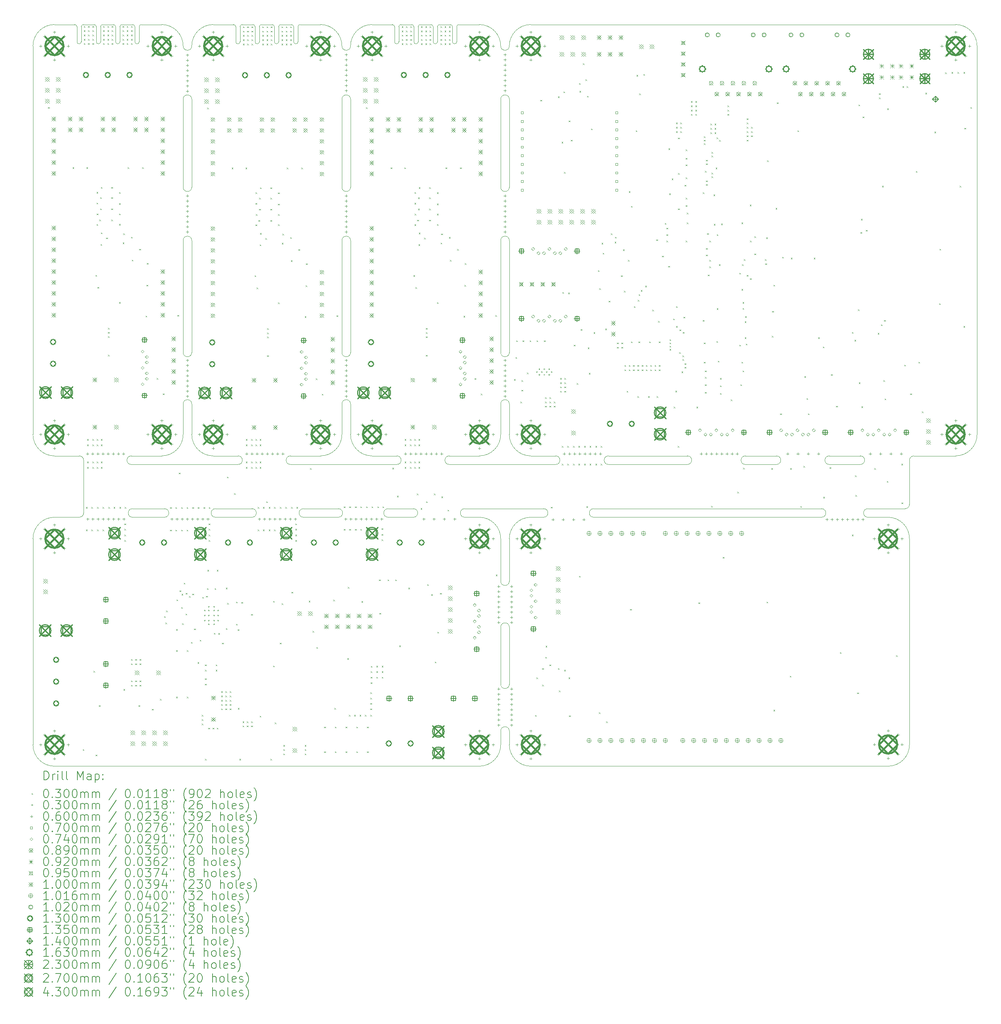
<source format=gbr>
%TF.GenerationSoftware,KiCad,Pcbnew,8.0.4+1*%
%TF.CreationDate,2024-10-19T14:18:41+00:00*%
%TF.ProjectId,hw-openmower-universal,68772d6f-7065-46e6-9d6f-7765722d756e,rev?*%
%TF.SameCoordinates,Original*%
%TF.FileFunction,Drillmap*%
%TF.FilePolarity,Positive*%
%FSLAX45Y45*%
G04 Gerber Fmt 4.5, Leading zero omitted, Abs format (unit mm)*
G04 Created by KiCad (PCBNEW 8.0.4+1) date 2024-10-19 14:18:41*
%MOMM*%
%LPD*%
G01*
G04 APERTURE LIST*
%ADD10C,0.050000*%
%ADD11C,0.200000*%
%ADD12C,0.100000*%
%ADD13C,0.101600*%
%ADD14C,0.102000*%
%ADD15C,0.130000*%
%ADD16C,0.135000*%
%ADD17C,0.140000*%
%ADD18C,0.163000*%
%ADD19C,0.230000*%
%ADD20C,0.270000*%
%ADD21C,0.430000*%
G04 APERTURE END LIST*
D10*
X11900000Y-5790000D02*
X11900000Y-3740000D01*
X15600000Y-17370000D02*
X15600000Y-16040000D01*
X15600000Y-14970000D02*
X15600000Y-13980000D01*
X14560000Y-13480000D02*
X14900000Y-13480000D01*
X6875000Y-2400000D02*
X6875000Y-2050000D01*
X23955000Y-13480000D02*
G75*
G02*
X23955000Y-13280000I0J100000D01*
G01*
X5625000Y-2400000D02*
X5625000Y-2050000D01*
X23955000Y-13480000D02*
X24425000Y-13480000D01*
X8000000Y-11550000D02*
X8000000Y-10840000D01*
X13365000Y-13280000D02*
X12775000Y-13280000D01*
X7565000Y-13280000D02*
G75*
G02*
X7565000Y-13480000I0J-100000D01*
G01*
X4500000Y-13980000D02*
G75*
G02*
X5000000Y-13480000I500000J0D01*
G01*
X15400000Y-7030000D02*
G75*
G02*
X15600000Y-7030000I100000J0D01*
G01*
X17910000Y-12050000D02*
X19750000Y-12050000D01*
X15600000Y-9640000D02*
X15600000Y-7030000D01*
X15600000Y-18460000D02*
X15600000Y-18780000D01*
X16680000Y-12050000D02*
G75*
G02*
X16680000Y-12250000I0J-100000D01*
G01*
X10675000Y-2400000D02*
X10675000Y-2050000D01*
X13325000Y-2000000D02*
X13075000Y-2000000D01*
X10075000Y-2000000D02*
X9825000Y-2000000D01*
X8200000Y-2500000D02*
G75*
G02*
X8700000Y-2000000I500000J0D01*
G01*
X11200000Y-2000000D02*
G75*
G02*
X11700000Y-2500000I0J-500000D01*
G01*
X6820000Y-13480000D02*
X7565000Y-13480000D01*
X5925000Y-2000000D02*
G75*
G02*
X5975000Y-2050000I0J-50000D01*
G01*
X13925000Y-2400000D02*
G75*
G02*
X13825000Y-2400000I-50000J0D01*
G01*
X17910000Y-12250000D02*
G75*
G02*
X17910000Y-12050000I0J100000D01*
G01*
X8000000Y-11550000D02*
G75*
G02*
X7500000Y-12050000I-500000J0D01*
G01*
X13025000Y-2400000D02*
G75*
G02*
X12925000Y-2400000I-50000J0D01*
G01*
X23055000Y-12250000D02*
G75*
G02*
X23055000Y-12050000I0J100000D01*
G01*
X14275000Y-2400000D02*
X14275000Y-2050000D01*
X6075000Y-2050000D02*
G75*
G02*
X6125000Y-2000000I50000J0D01*
G01*
X24925711Y-12150000D02*
G75*
G02*
X25025711Y-12050001I99999J0D01*
G01*
X9605000Y-13280000D02*
G75*
G02*
X9605000Y-13480000I0J-100000D01*
G01*
X7025000Y-2000000D02*
X7500000Y-2000000D01*
X15600000Y-13980000D02*
G75*
G02*
X16100000Y-13480000I500000J0D01*
G01*
X6375000Y-2000000D02*
G75*
G02*
X6425000Y-2050000I0J-50000D01*
G01*
X11615000Y-13280000D02*
G75*
G02*
X11615000Y-13480000I0J-100000D01*
G01*
X15400000Y-10840000D02*
G75*
G02*
X15600000Y-10840000I100000J0D01*
G01*
X14225000Y-2000000D02*
X13975000Y-2000000D01*
X6525000Y-2400000D02*
G75*
G02*
X6425000Y-2400000I-50000J0D01*
G01*
X9325000Y-2400000D02*
X9325000Y-2050000D01*
X9775000Y-2400000D02*
X9775000Y-2050000D01*
X9325000Y-2050000D02*
G75*
G02*
X9375000Y-2000000I50000J0D01*
G01*
X17565000Y-13480000D02*
G75*
G02*
X17565000Y-13280000I0J100000D01*
G01*
X7500000Y-12050000D02*
X6790000Y-12050000D01*
X9175000Y-2000000D02*
X8700000Y-2000000D01*
X8000000Y-10840000D02*
G75*
G02*
X8200000Y-10840000I100000J0D01*
G01*
X16100000Y-19280000D02*
G75*
G02*
X15600000Y-18780000I0J500000D01*
G01*
X24925000Y-18780000D02*
G75*
G02*
X24425000Y-19280000I-500000J0D01*
G01*
X11900000Y-5790000D02*
G75*
G02*
X11700000Y-5790000I-100000J0D01*
G01*
X10225000Y-2400000D02*
X10225000Y-2050000D01*
X8200000Y-5790000D02*
X8200000Y-3740000D01*
X21100000Y-12250000D02*
G75*
G02*
X21100000Y-12050000I0J100000D01*
G01*
X11700000Y-3740000D02*
G75*
G02*
X11900000Y-3740000I100000J0D01*
G01*
X13325000Y-2000000D02*
G75*
G02*
X13375000Y-2050000I0J-50000D01*
G01*
X23055000Y-12050000D02*
X23780000Y-12050000D01*
X13775000Y-2000000D02*
G75*
G02*
X13825000Y-2050000I0J-50000D01*
G01*
X15400000Y-3740000D02*
G75*
G02*
X15600000Y-3740000I100000J0D01*
G01*
X12875000Y-2000000D02*
X12400000Y-2000000D01*
X5580000Y-13480000D02*
X5000000Y-13480000D01*
X8700000Y-12050000D02*
G75*
G02*
X8200000Y-11550000I0J500000D01*
G01*
X23955000Y-13280000D02*
X24824289Y-13280000D01*
X13925000Y-2400000D02*
X13925000Y-2050000D01*
X6825000Y-2000000D02*
X6575000Y-2000000D01*
X12775000Y-13480000D02*
X13365000Y-13480000D01*
X11700000Y-7030000D02*
X11700000Y-9640000D01*
X6790000Y-12250000D02*
X9280000Y-12250000D01*
X13025000Y-2050000D02*
G75*
G02*
X13075000Y-2000000I50000J0D01*
G01*
X10500000Y-12250000D02*
G75*
G02*
X10500000Y-12050000I0J100000D01*
G01*
X15400000Y-18780000D02*
G75*
G02*
X14900000Y-19280000I-500000J0D01*
G01*
X8200000Y-9640000D02*
X8200000Y-7030000D01*
X15600000Y-14970000D02*
G75*
G02*
X15400000Y-14970000I-100000J0D01*
G01*
X14900000Y-12050000D02*
X14200000Y-12050000D01*
X12980000Y-12050000D02*
X12400000Y-12050000D01*
X14425000Y-2000000D02*
X14900000Y-2000000D01*
X22875000Y-13480000D02*
X17565000Y-13480000D01*
X5975000Y-2400000D02*
X5975000Y-2050000D01*
X4500000Y-2500000D02*
G75*
G02*
X5000000Y-2000000I500000J0D01*
G01*
X15400000Y-16040000D02*
G75*
G02*
X15600000Y-16040000I100000J0D01*
G01*
X13025000Y-2400000D02*
X13025000Y-2050000D01*
X10525000Y-2000000D02*
X10275000Y-2000000D01*
X10802500Y-13480000D02*
X11615000Y-13480000D01*
X11200000Y-12050000D02*
X10500000Y-12050000D01*
X6975000Y-2050000D02*
G75*
G02*
X7025000Y-2000000I50000J0D01*
G01*
X17565000Y-13280000D02*
X22875000Y-13280000D01*
X5580000Y-12050000D02*
G75*
G02*
X5680000Y-12150000I0J-100000D01*
G01*
X14225000Y-2000000D02*
G75*
G02*
X14275000Y-2050000I0J-50000D01*
G01*
X10125000Y-2400000D02*
X10125000Y-2050000D01*
X6525000Y-2050000D02*
G75*
G02*
X6575000Y-2000000I50000J0D01*
G01*
X12775000Y-13480000D02*
G75*
G02*
X12775000Y-13280000I0J100000D01*
G01*
X11700000Y-11550000D02*
X11700000Y-10840000D01*
X8752500Y-13480000D02*
X9605000Y-13480000D01*
X11900000Y-2500000D02*
G75*
G02*
X11700000Y-2500000I-100000J0D01*
G01*
X12400000Y-12050000D02*
G75*
G02*
X11900000Y-11550000I0J500000D01*
G01*
X10525000Y-2000000D02*
G75*
G02*
X10575000Y-2050000I0J-50000D01*
G01*
X15600000Y-17370000D02*
G75*
G02*
X15400000Y-17370000I-100000J0D01*
G01*
X6825000Y-2000000D02*
G75*
G02*
X6875000Y-2050000I0J-50000D01*
G01*
X15600000Y-5790000D02*
X15600000Y-3740000D01*
X5625000Y-2400000D02*
G75*
G02*
X5525000Y-2400000I-50000J0D01*
G01*
X11700000Y-7030000D02*
G75*
G02*
X11900000Y-7030000I100000J0D01*
G01*
X13365000Y-13280000D02*
G75*
G02*
X13365000Y-13480000I0J-100000D01*
G01*
X25025711Y-12050000D02*
X26000000Y-12050000D01*
X10575000Y-2400000D02*
X10575000Y-2050000D01*
X9175000Y-2000000D02*
G75*
G02*
X9225000Y-2050000I0J-50000D01*
G01*
X15400000Y-16040000D02*
X15400000Y-17370000D01*
X16100000Y-12050000D02*
X16680000Y-12050000D01*
X24925000Y-18780000D02*
X24925000Y-13980000D01*
X15600000Y-9640000D02*
G75*
G02*
X15400000Y-9640000I-100000J0D01*
G01*
X14375000Y-2050000D02*
G75*
G02*
X14425000Y-2000000I50000J0D01*
G01*
X10675000Y-2050000D02*
G75*
G02*
X10725000Y-2000000I50000J0D01*
G01*
X13775000Y-2000000D02*
X13525000Y-2000000D01*
X11700000Y-11550000D02*
G75*
G02*
X11200000Y-12050000I-500000J0D01*
G01*
X14200000Y-12250000D02*
G75*
G02*
X14200000Y-12050000I0J100000D01*
G01*
X14375000Y-2400000D02*
X14375000Y-2050000D01*
X6975000Y-2400000D02*
X6975000Y-2050000D01*
X11615000Y-13280000D02*
X10802500Y-13280000D01*
X6975000Y-2400000D02*
G75*
G02*
X6875000Y-2400000I-50000J0D01*
G01*
X14560000Y-13480000D02*
G75*
G02*
X14560000Y-13280000I0J100000D01*
G01*
X14375000Y-2400000D02*
G75*
G02*
X14275000Y-2400000I-50000J0D01*
G01*
X12980000Y-12050000D02*
G75*
G02*
X12980000Y-12250000I0J-100000D01*
G01*
X7565000Y-13280000D02*
X6820000Y-13280000D01*
X8200000Y-2500000D02*
G75*
G02*
X8000000Y-2500000I-100000J0D01*
G01*
X9675000Y-2400000D02*
X9675000Y-2050000D01*
X19750000Y-12250000D02*
X17910000Y-12250000D01*
X19750000Y-12050000D02*
G75*
G02*
X19750000Y-12250000I0J-100000D01*
G01*
X5925000Y-2000000D02*
X5675000Y-2000000D01*
X14200000Y-12250000D02*
X16680000Y-12250000D01*
X9775000Y-2400000D02*
G75*
G02*
X9675000Y-2400000I-50000J0D01*
G01*
X5000000Y-12050000D02*
G75*
G02*
X4500000Y-11550000I0J500000D01*
G01*
X5475000Y-2000000D02*
X5000000Y-2000000D01*
X8700000Y-12050000D02*
X9280000Y-12050000D01*
X22875000Y-13280000D02*
G75*
G02*
X22875000Y-13480000I0J-100000D01*
G01*
X12925000Y-2400000D02*
X12925000Y-2050000D01*
X15400000Y-14970000D02*
X15400000Y-13980000D01*
X15400000Y-18780000D02*
X15400000Y-18460000D01*
X8000000Y-7030000D02*
G75*
G02*
X8200000Y-7030000I100000J0D01*
G01*
X9280000Y-12050000D02*
G75*
G02*
X9280000Y-12250000I0J-100000D01*
G01*
X15600000Y-5790000D02*
G75*
G02*
X15400000Y-5790000I-100000J0D01*
G01*
X4500000Y-13980000D02*
X4500000Y-18780000D01*
X11900000Y-11550000D02*
X11900000Y-10840000D01*
X24925002Y-13180000D02*
G75*
G02*
X24824289Y-13280000I-100003J0D01*
G01*
X6525000Y-2400000D02*
X6525000Y-2050000D01*
X23780000Y-12050000D02*
G75*
G02*
X23780000Y-12250000I0J-100000D01*
G01*
X6075000Y-2400000D02*
G75*
G02*
X5975000Y-2400000I-50000J0D01*
G01*
X9625000Y-2000000D02*
X9375000Y-2000000D01*
X13475000Y-2400000D02*
G75*
G02*
X13375000Y-2400000I-50000J0D01*
G01*
X15400000Y-7030000D02*
X15400000Y-9640000D01*
X8200000Y-5790000D02*
G75*
G02*
X8000000Y-5790000I-100000J0D01*
G01*
X11700000Y-3740000D02*
X11700000Y-5790000D01*
X24425000Y-13480000D02*
G75*
G02*
X24925000Y-13980000I0J-500000D01*
G01*
X11900000Y-2500000D02*
G75*
G02*
X12400000Y-2000000I500000J0D01*
G01*
X15600000Y-2500000D02*
G75*
G02*
X15400000Y-2500000I-100000J0D01*
G01*
X14900000Y-13480000D02*
G75*
G02*
X15400000Y-13980000I0J-500000D01*
G01*
X6820000Y-13480000D02*
G75*
G02*
X6820000Y-13280000I0J100000D01*
G01*
X15400000Y-18460000D02*
G75*
G02*
X15600000Y-18460000I100000J0D01*
G01*
X8200000Y-11550000D02*
X8200000Y-10840000D01*
X11900000Y-9640000D02*
X11900000Y-7030000D01*
X13925000Y-2050000D02*
G75*
G02*
X13975000Y-2000000I50000J0D01*
G01*
X5000000Y-19280000D02*
X14900000Y-19280000D01*
X26500000Y-11550000D02*
G75*
G02*
X26000000Y-12050000I-500000J0D01*
G01*
X8752500Y-13480000D02*
G75*
G02*
X8752500Y-13280000I0J100000D01*
G01*
X21100000Y-12050000D02*
X21825000Y-12050000D01*
X16100000Y-19280000D02*
X24425000Y-19280000D01*
X7500000Y-2000000D02*
G75*
G02*
X8000000Y-2500000I0J-500000D01*
G01*
X11900000Y-9640000D02*
G75*
G02*
X11700000Y-9640000I-100000J0D01*
G01*
X8000000Y-7030000D02*
X8000000Y-9640000D01*
X10802500Y-13480000D02*
G75*
G02*
X10802500Y-13280000I0J100000D01*
G01*
X26000000Y-2000000D02*
G75*
G02*
X26500000Y-2500000I0J-500000D01*
G01*
X8000000Y-3740000D02*
G75*
G02*
X8200000Y-3740000I100000J0D01*
G01*
X10225000Y-2050000D02*
G75*
G02*
X10275000Y-2000000I50000J0D01*
G01*
X11700000Y-10840000D02*
G75*
G02*
X11900000Y-10840000I100000J0D01*
G01*
X6790000Y-12250000D02*
G75*
G02*
X6790000Y-12050000I0J100000D01*
G01*
X8200000Y-9640000D02*
G75*
G02*
X8000000Y-9640000I-100000J0D01*
G01*
X10225000Y-2400000D02*
G75*
G02*
X10125000Y-2400000I-50000J0D01*
G01*
X5475000Y-2000000D02*
G75*
G02*
X5525000Y-2050000I0J-50000D01*
G01*
X15400000Y-11550000D02*
X15400000Y-10840000D01*
X16100000Y-12050000D02*
G75*
G02*
X15600000Y-11550000I0J500000D01*
G01*
X15400000Y-11550000D02*
G75*
G02*
X14900000Y-12050000I-500000J0D01*
G01*
X6425000Y-2400000D02*
X6425000Y-2050000D01*
X5000000Y-19280000D02*
G75*
G02*
X4500000Y-18780000I0J500000D01*
G01*
X13825000Y-2400000D02*
X13825000Y-2050000D01*
X9605000Y-13280000D02*
X8752500Y-13280000D01*
X5625000Y-2050000D02*
G75*
G02*
X5675000Y-2000000I50000J0D01*
G01*
X15400000Y-3740000D02*
X15400000Y-5790000D01*
X9775000Y-2050000D02*
G75*
G02*
X9825000Y-2000000I50000J0D01*
G01*
X14900000Y-2000000D02*
G75*
G02*
X15400000Y-2500000I0J-500000D01*
G01*
X13475000Y-2400000D02*
X13475000Y-2050000D01*
X13375000Y-2400000D02*
X13375000Y-2050000D01*
X26000000Y-2000000D02*
X16100000Y-2000000D01*
X9325000Y-2400000D02*
G75*
G02*
X9225000Y-2400000I-50000J0D01*
G01*
X21825000Y-12050000D02*
G75*
G02*
X21825000Y-12250000I0J-100000D01*
G01*
X15600000Y-11550000D02*
X15600000Y-10840000D01*
X16400000Y-13480000D02*
X16100000Y-13480000D01*
X9625000Y-2000000D02*
G75*
G02*
X9675000Y-2050000I0J-50000D01*
G01*
X6075000Y-2400000D02*
X6075000Y-2050000D01*
X16400000Y-13280000D02*
X14560000Y-13280000D01*
X10500000Y-12250000D02*
X12980000Y-12250000D01*
X10675000Y-2400000D02*
G75*
G02*
X10575000Y-2400000I-50000J0D01*
G01*
X15600000Y-2500000D02*
G75*
G02*
X16100000Y-2000000I500000J0D01*
G01*
X4500000Y-11550000D02*
X4500000Y-2500000D01*
X13475000Y-2050000D02*
G75*
G02*
X13525000Y-2000000I50000J0D01*
G01*
X6375000Y-2000000D02*
X6125000Y-2000000D01*
X10725000Y-2000000D02*
X11200000Y-2000000D01*
X5000000Y-12050000D02*
X5580000Y-12050000D01*
X23780000Y-12250000D02*
X23055000Y-12250000D01*
X12875000Y-2000000D02*
G75*
G02*
X12925000Y-2050000I0J-50000D01*
G01*
X5680000Y-13380000D02*
G75*
G02*
X5580000Y-13480000I-100000J0D01*
G01*
X21825000Y-12250000D02*
X21100000Y-12250000D01*
X10075000Y-2000000D02*
G75*
G02*
X10125000Y-2050000I0J-50000D01*
G01*
X5680000Y-12150000D02*
X5680000Y-13380000D01*
X8000000Y-3740000D02*
X8000000Y-5790000D01*
X9225000Y-2400000D02*
X9225000Y-2050000D01*
X26500000Y-11550000D02*
X26500000Y-2500000D01*
X16400000Y-13280000D02*
G75*
G02*
X16400000Y-13480000I0J-100000D01*
G01*
X24925002Y-13180000D02*
X24925711Y-12150000D01*
X5525000Y-2400000D02*
X5525000Y-2050000D01*
D11*
D12*
X4850000Y-3925000D02*
X4880000Y-3955000D01*
X4880000Y-3925000D02*
X4850000Y-3955000D01*
X5425000Y-5325000D02*
X5455000Y-5355000D01*
X5455000Y-5325000D02*
X5425000Y-5355000D01*
X5661900Y-18882600D02*
X5691900Y-18912600D01*
X5691900Y-18882600D02*
X5661900Y-18912600D01*
X5685000Y-2035000D02*
X5715000Y-2065000D01*
X5715000Y-2035000D02*
X5685000Y-2065000D01*
X5685000Y-2135000D02*
X5715000Y-2165000D01*
X5715000Y-2135000D02*
X5685000Y-2165000D01*
X5685000Y-2235000D02*
X5715000Y-2265000D01*
X5715000Y-2235000D02*
X5685000Y-2265000D01*
X5685000Y-2335000D02*
X5715000Y-2365000D01*
X5715000Y-2335000D02*
X5685000Y-2365000D01*
X5685000Y-2435000D02*
X5715000Y-2465000D01*
X5715000Y-2435000D02*
X5685000Y-2465000D01*
X5735000Y-13240000D02*
X5765000Y-13270000D01*
X5765000Y-13240000D02*
X5735000Y-13270000D01*
X5735000Y-13765000D02*
X5765000Y-13795000D01*
X5765000Y-13765000D02*
X5735000Y-13795000D01*
X5745000Y-5325000D02*
X5775000Y-5355000D01*
X5775000Y-5325000D02*
X5745000Y-5355000D01*
X5760000Y-11660000D02*
X5790000Y-11690000D01*
X5790000Y-11660000D02*
X5760000Y-11690000D01*
X5760000Y-11785000D02*
X5790000Y-11815000D01*
X5790000Y-11785000D02*
X5760000Y-11815000D01*
X5760000Y-12185000D02*
X5790000Y-12215000D01*
X5790000Y-12185000D02*
X5760000Y-12215000D01*
X5760000Y-12310000D02*
X5790000Y-12340000D01*
X5790000Y-12310000D02*
X5760000Y-12340000D01*
X5785000Y-2035000D02*
X5815000Y-2065000D01*
X5815000Y-2035000D02*
X5785000Y-2065000D01*
X5785000Y-2135000D02*
X5815000Y-2165000D01*
X5815000Y-2135000D02*
X5785000Y-2165000D01*
X5785000Y-2235000D02*
X5815000Y-2265000D01*
X5815000Y-2235000D02*
X5785000Y-2265000D01*
X5785000Y-2335000D02*
X5815000Y-2365000D01*
X5815000Y-2335000D02*
X5785000Y-2365000D01*
X5785000Y-2435000D02*
X5815000Y-2465000D01*
X5815000Y-2435000D02*
X5785000Y-2465000D01*
X5860000Y-13240000D02*
X5890000Y-13270000D01*
X5890000Y-13240000D02*
X5860000Y-13270000D01*
X5860000Y-13765000D02*
X5890000Y-13795000D01*
X5890000Y-13765000D02*
X5860000Y-13795000D01*
X5885000Y-2035000D02*
X5915000Y-2065000D01*
X5915000Y-2035000D02*
X5885000Y-2065000D01*
X5885000Y-2135000D02*
X5915000Y-2165000D01*
X5915000Y-2135000D02*
X5885000Y-2165000D01*
X5885000Y-2235000D02*
X5915000Y-2265000D01*
X5915000Y-2235000D02*
X5885000Y-2265000D01*
X5885000Y-2335000D02*
X5915000Y-2365000D01*
X5915000Y-2335000D02*
X5885000Y-2365000D01*
X5885000Y-2435000D02*
X5915000Y-2465000D01*
X5915000Y-2435000D02*
X5885000Y-2465000D01*
X5885000Y-11660000D02*
X5915000Y-11690000D01*
X5915000Y-11660000D02*
X5885000Y-11690000D01*
X5885000Y-11785000D02*
X5915000Y-11815000D01*
X5915000Y-11785000D02*
X5885000Y-11815000D01*
X5885000Y-12185000D02*
X5915000Y-12215000D01*
X5915000Y-12185000D02*
X5885000Y-12215000D01*
X5885000Y-12310000D02*
X5915000Y-12340000D01*
X5915000Y-12310000D02*
X5885000Y-12340000D01*
X5910000Y-17060000D02*
X5940000Y-17090000D01*
X5940000Y-17060000D02*
X5910000Y-17090000D01*
X5955000Y-7835000D02*
X5985000Y-7865000D01*
X5985000Y-7835000D02*
X5955000Y-7865000D01*
X5960000Y-19010000D02*
X5990000Y-19040000D01*
X5990000Y-19010000D02*
X5960000Y-19040000D01*
X5980000Y-5900000D02*
X6010000Y-5930000D01*
X6010000Y-5900000D02*
X5980000Y-5930000D01*
X5980001Y-6149999D02*
X6010001Y-6179999D01*
X6010001Y-6149999D02*
X5980001Y-6179999D01*
X5980001Y-6649999D02*
X6010001Y-6679999D01*
X6010001Y-6649999D02*
X5980001Y-6679999D01*
X5985000Y-6405000D02*
X6015000Y-6435000D01*
X6015000Y-6405000D02*
X5985000Y-6435000D01*
X5985000Y-11660000D02*
X6015000Y-11690000D01*
X6015000Y-11660000D02*
X5985000Y-11690000D01*
X5985000Y-11785000D02*
X6015000Y-11815000D01*
X6015000Y-11785000D02*
X5985000Y-11815000D01*
X5985000Y-12185000D02*
X6015000Y-12215000D01*
X6015000Y-12185000D02*
X5985000Y-12215000D01*
X5985000Y-12310000D02*
X6015000Y-12340000D01*
X6015000Y-12310000D02*
X5985000Y-12340000D01*
X5995000Y-13240000D02*
X6025000Y-13270000D01*
X6025000Y-13240000D02*
X5995000Y-13270000D01*
X5995000Y-13765000D02*
X6025000Y-13795000D01*
X6025000Y-13765000D02*
X5995000Y-13795000D01*
X6005000Y-8115000D02*
X6035000Y-8145000D01*
X6035000Y-8115000D02*
X6005000Y-8145000D01*
X6035000Y-17860000D02*
X6065000Y-17890000D01*
X6065000Y-17860000D02*
X6035000Y-17890000D01*
X6045000Y-6545000D02*
X6075000Y-6575000D01*
X6075000Y-6545000D02*
X6045000Y-6575000D01*
X6065000Y-6025000D02*
X6095000Y-6055000D01*
X6095000Y-6025000D02*
X6065000Y-6055000D01*
X6065000Y-6285000D02*
X6095000Y-6315000D01*
X6095000Y-6285000D02*
X6065000Y-6315000D01*
X6075000Y-7115000D02*
X6105000Y-7145000D01*
X6105000Y-7115000D02*
X6075000Y-7145000D01*
X6085000Y-5785000D02*
X6115000Y-5815000D01*
X6115000Y-5785000D02*
X6085000Y-5815000D01*
X6085000Y-6845000D02*
X6115000Y-6875000D01*
X6115000Y-6845000D02*
X6085000Y-6875000D01*
X6085000Y-11660000D02*
X6115000Y-11690000D01*
X6115000Y-11660000D02*
X6085000Y-11690000D01*
X6085000Y-11785000D02*
X6115000Y-11815000D01*
X6115000Y-11785000D02*
X6085000Y-11815000D01*
X6085000Y-12185000D02*
X6115000Y-12215000D01*
X6115000Y-12185000D02*
X6085000Y-12215000D01*
X6085000Y-12310000D02*
X6115000Y-12340000D01*
X6115000Y-12310000D02*
X6085000Y-12340000D01*
X6120000Y-13240000D02*
X6150000Y-13270000D01*
X6150000Y-13240000D02*
X6120000Y-13270000D01*
X6120000Y-13765000D02*
X6150000Y-13795000D01*
X6150000Y-13765000D02*
X6120000Y-13795000D01*
X6135000Y-2035000D02*
X6165000Y-2065000D01*
X6165000Y-2035000D02*
X6135000Y-2065000D01*
X6135000Y-2135000D02*
X6165000Y-2165000D01*
X6165000Y-2135000D02*
X6135000Y-2165000D01*
X6135000Y-2235000D02*
X6165000Y-2265000D01*
X6165000Y-2235000D02*
X6135000Y-2265000D01*
X6135000Y-2335000D02*
X6165000Y-2365000D01*
X6165000Y-2335000D02*
X6135000Y-2365000D01*
X6135000Y-2435000D02*
X6165000Y-2465000D01*
X6165000Y-2435000D02*
X6135000Y-2465000D01*
X6205000Y-6965000D02*
X6235000Y-6995000D01*
X6235000Y-6965000D02*
X6205000Y-6995000D01*
X6235000Y-2035000D02*
X6265000Y-2065000D01*
X6265000Y-2035000D02*
X6235000Y-2065000D01*
X6235000Y-2135000D02*
X6265000Y-2165000D01*
X6265000Y-2135000D02*
X6235000Y-2165000D01*
X6235000Y-2235000D02*
X6265000Y-2265000D01*
X6265000Y-2235000D02*
X6235000Y-2265000D01*
X6235000Y-2335000D02*
X6265000Y-2365000D01*
X6265000Y-2335000D02*
X6235000Y-2365000D01*
X6235000Y-2435000D02*
X6265000Y-2465000D01*
X6265000Y-2435000D02*
X6235000Y-2465000D01*
X6250000Y-9065000D02*
X6280000Y-9095000D01*
X6280000Y-9065000D02*
X6250000Y-9095000D01*
X6250000Y-9165000D02*
X6280000Y-9195000D01*
X6280000Y-9165000D02*
X6250000Y-9195000D01*
X6250000Y-9260000D02*
X6280000Y-9290000D01*
X6280000Y-9260000D02*
X6250000Y-9290000D01*
X6250000Y-9695000D02*
X6280000Y-9725000D01*
X6280000Y-9695000D02*
X6250000Y-9725000D01*
X6255000Y-13240000D02*
X6285000Y-13270000D01*
X6285000Y-13240000D02*
X6255000Y-13270000D01*
X6325000Y-5785000D02*
X6355000Y-5815000D01*
X6355000Y-5785000D02*
X6325000Y-5815000D01*
X6325000Y-6025000D02*
X6355000Y-6055000D01*
X6355000Y-6025000D02*
X6325000Y-6055000D01*
X6325000Y-6285000D02*
X6355000Y-6315000D01*
X6355000Y-6285000D02*
X6325000Y-6315000D01*
X6325000Y-6545000D02*
X6355000Y-6575000D01*
X6355000Y-6545000D02*
X6325000Y-6575000D01*
X6335000Y-2035000D02*
X6365000Y-2065000D01*
X6365000Y-2035000D02*
X6335000Y-2065000D01*
X6335000Y-2135000D02*
X6365000Y-2165000D01*
X6365000Y-2135000D02*
X6335000Y-2165000D01*
X6335000Y-2235000D02*
X6365000Y-2265000D01*
X6365000Y-2235000D02*
X6335000Y-2265000D01*
X6335000Y-2335000D02*
X6365000Y-2365000D01*
X6365000Y-2335000D02*
X6335000Y-2365000D01*
X6335000Y-2435000D02*
X6365000Y-2465000D01*
X6365000Y-2435000D02*
X6335000Y-2465000D01*
X6380000Y-13240000D02*
X6410000Y-13270000D01*
X6410000Y-13240000D02*
X6380000Y-13270000D01*
X6505000Y-5905000D02*
X6535000Y-5935000D01*
X6535000Y-5905000D02*
X6505000Y-5935000D01*
X6505000Y-6165000D02*
X6535000Y-6195000D01*
X6535000Y-6165000D02*
X6505000Y-6195000D01*
X6505000Y-6405000D02*
X6535000Y-6435000D01*
X6535000Y-6405000D02*
X6505000Y-6435000D01*
X6505000Y-6645000D02*
X6535000Y-6675000D01*
X6535000Y-6645000D02*
X6505000Y-6675000D01*
X6505000Y-8465000D02*
X6535000Y-8495000D01*
X6535000Y-8465000D02*
X6505000Y-8495000D01*
X6515000Y-13240000D02*
X6545000Y-13270000D01*
X6545000Y-13240000D02*
X6515000Y-13270000D01*
X6585000Y-2035000D02*
X6615000Y-2065000D01*
X6615000Y-2035000D02*
X6585000Y-2065000D01*
X6585000Y-2135000D02*
X6615000Y-2165000D01*
X6615000Y-2135000D02*
X6585000Y-2165000D01*
X6585000Y-2235000D02*
X6615000Y-2265000D01*
X6615000Y-2235000D02*
X6585000Y-2265000D01*
X6585000Y-2335000D02*
X6615000Y-2365000D01*
X6615000Y-2335000D02*
X6585000Y-2365000D01*
X6585000Y-2435000D02*
X6615000Y-2465000D01*
X6615000Y-2435000D02*
X6585000Y-2465000D01*
X6592499Y-7077499D02*
X6622499Y-7107499D01*
X6622499Y-7077499D02*
X6592499Y-7107499D01*
X6605000Y-6865000D02*
X6635000Y-6895000D01*
X6635000Y-6865000D02*
X6605000Y-6895000D01*
X6610000Y-17485000D02*
X6640000Y-17515000D01*
X6640000Y-17485000D02*
X6610000Y-17515000D01*
X6630000Y-13625000D02*
X6660000Y-13655000D01*
X6660000Y-13625000D02*
X6630000Y-13655000D01*
X6630000Y-13750000D02*
X6660000Y-13780000D01*
X6660000Y-13750000D02*
X6630000Y-13780000D01*
X6630000Y-13885000D02*
X6660000Y-13915000D01*
X6660000Y-13885000D02*
X6630000Y-13915000D01*
X6630000Y-14010000D02*
X6660000Y-14040000D01*
X6660000Y-14010000D02*
X6630000Y-14040000D01*
X6640000Y-13240000D02*
X6670000Y-13270000D01*
X6670000Y-13240000D02*
X6640000Y-13270000D01*
X6685000Y-2035000D02*
X6715000Y-2065000D01*
X6715000Y-2035000D02*
X6685000Y-2065000D01*
X6685000Y-2135000D02*
X6715000Y-2165000D01*
X6715000Y-2135000D02*
X6685000Y-2165000D01*
X6685000Y-2235000D02*
X6715000Y-2265000D01*
X6715000Y-2235000D02*
X6685000Y-2265000D01*
X6685000Y-2335000D02*
X6715000Y-2365000D01*
X6715000Y-2335000D02*
X6685000Y-2365000D01*
X6685000Y-2435000D02*
X6715000Y-2465000D01*
X6715000Y-2435000D02*
X6685000Y-2465000D01*
X6705000Y-5325000D02*
X6735000Y-5355000D01*
X6735000Y-5325000D02*
X6705000Y-5355000D01*
X6785000Y-2035000D02*
X6815000Y-2065000D01*
X6815000Y-2035000D02*
X6785000Y-2065000D01*
X6785000Y-2135000D02*
X6815000Y-2165000D01*
X6815000Y-2135000D02*
X6785000Y-2165000D01*
X6785000Y-2235000D02*
X6815000Y-2265000D01*
X6815000Y-2235000D02*
X6785000Y-2265000D01*
X6785000Y-2335000D02*
X6815000Y-2365000D01*
X6815000Y-2335000D02*
X6785000Y-2365000D01*
X6785000Y-2435000D02*
X6815000Y-2465000D01*
X6815000Y-2435000D02*
X6785000Y-2465000D01*
X6785000Y-6945000D02*
X6815000Y-6975000D01*
X6815000Y-6945000D02*
X6785000Y-6975000D01*
X6785000Y-16785000D02*
X6815000Y-16815000D01*
X6815000Y-16785000D02*
X6785000Y-16815000D01*
X6785000Y-16885000D02*
X6815000Y-16915000D01*
X6815000Y-16885000D02*
X6785000Y-16915000D01*
X6785000Y-17285000D02*
X6815000Y-17315000D01*
X6815000Y-17285000D02*
X6785000Y-17315000D01*
X6785000Y-17385000D02*
X6815000Y-17415000D01*
X6815000Y-17385000D02*
X6785000Y-17415000D01*
X6805000Y-7480000D02*
X6835000Y-7510000D01*
X6835000Y-7480000D02*
X6805000Y-7510000D01*
X6885000Y-16785000D02*
X6915000Y-16815000D01*
X6915000Y-16785000D02*
X6885000Y-16815000D01*
X6885000Y-16885000D02*
X6915000Y-16915000D01*
X6915000Y-16885000D02*
X6885000Y-16915000D01*
X6885000Y-17285000D02*
X6915000Y-17315000D01*
X6915000Y-17285000D02*
X6885000Y-17315000D01*
X6885000Y-17385000D02*
X6915000Y-17415000D01*
X6915000Y-17385000D02*
X6885000Y-17415000D01*
X6960000Y-17860000D02*
X6990000Y-17890000D01*
X6990000Y-17860000D02*
X6960000Y-17890000D01*
X6975000Y-7225000D02*
X7005000Y-7255000D01*
X7005000Y-7225000D02*
X6975000Y-7255000D01*
X6985000Y-16785000D02*
X7015000Y-16815000D01*
X7015000Y-16785000D02*
X6985000Y-16815000D01*
X6985000Y-16885000D02*
X7015000Y-16915000D01*
X7015000Y-16885000D02*
X6985000Y-16915000D01*
X6985000Y-17285000D02*
X7015000Y-17315000D01*
X7015000Y-17285000D02*
X6985000Y-17315000D01*
X6985000Y-17385000D02*
X7015000Y-17415000D01*
X7015000Y-17385000D02*
X6985000Y-17415000D01*
X7045000Y-5325000D02*
X7075000Y-5355000D01*
X7075000Y-5325000D02*
X7045000Y-5355000D01*
X7125000Y-8785000D02*
X7155000Y-8815000D01*
X7155000Y-8785000D02*
X7125000Y-8815000D01*
X7145000Y-8065000D02*
X7175000Y-8095000D01*
X7175000Y-8065000D02*
X7145000Y-8095000D01*
X7155000Y-7555000D02*
X7185000Y-7585000D01*
X7185000Y-7555000D02*
X7155000Y-7585000D01*
X7275000Y-17945000D02*
X7305000Y-17975000D01*
X7305000Y-17945000D02*
X7275000Y-17975000D01*
X7385000Y-10235000D02*
X7415000Y-10265000D01*
X7415000Y-10235000D02*
X7385000Y-10265000D01*
X7460000Y-17710000D02*
X7490000Y-17740000D01*
X7490000Y-17710000D02*
X7460000Y-17740000D01*
X7525000Y-10595000D02*
X7555000Y-10625000D01*
X7555000Y-10595000D02*
X7525000Y-10625000D01*
X7555000Y-15785000D02*
X7585000Y-15815000D01*
X7585000Y-15785000D02*
X7555000Y-15815000D01*
X7585000Y-15935000D02*
X7615000Y-15965000D01*
X7615000Y-15935000D02*
X7585000Y-15965000D01*
X7605000Y-15655000D02*
X7635000Y-15685000D01*
X7635000Y-15655000D02*
X7605000Y-15685000D01*
X7695000Y-13245000D02*
X7725000Y-13275000D01*
X7725000Y-13245000D02*
X7695000Y-13275000D01*
X7695000Y-13770000D02*
X7725000Y-13800000D01*
X7725000Y-13770000D02*
X7695000Y-13800000D01*
X7820000Y-13245000D02*
X7850000Y-13275000D01*
X7850000Y-13245000D02*
X7820000Y-13275000D01*
X7820000Y-13770000D02*
X7850000Y-13800000D01*
X7850000Y-13770000D02*
X7820000Y-13800000D01*
X7835000Y-16085000D02*
X7865000Y-16115000D01*
X7865000Y-16085000D02*
X7835000Y-16115000D01*
X7835000Y-16575000D02*
X7865000Y-16605000D01*
X7865000Y-16575000D02*
X7835000Y-16605000D01*
X7835000Y-17660000D02*
X7865000Y-17690000D01*
X7865000Y-17660000D02*
X7835000Y-17690000D01*
X7845000Y-15395000D02*
X7875000Y-15425000D01*
X7875000Y-15395000D02*
X7845000Y-15425000D01*
X7865000Y-8765000D02*
X7895000Y-8795000D01*
X7895000Y-8765000D02*
X7865000Y-8795000D01*
X7900000Y-12440000D02*
X7930000Y-12470000D01*
X7930000Y-12440000D02*
X7900000Y-12470000D01*
X7915000Y-15185000D02*
X7945000Y-15215000D01*
X7945000Y-15185000D02*
X7915000Y-15215000D01*
X7955000Y-13245000D02*
X7985000Y-13275000D01*
X7985000Y-13245000D02*
X7955000Y-13275000D01*
X7955000Y-13770000D02*
X7985000Y-13800000D01*
X7985000Y-13770000D02*
X7955000Y-13800000D01*
X7955000Y-15575000D02*
X7985000Y-15605000D01*
X7985000Y-15575000D02*
X7955000Y-15605000D01*
X7965000Y-15265000D02*
X7995000Y-15295000D01*
X7995000Y-15265000D02*
X7965000Y-15295000D01*
X7975000Y-15950000D02*
X8005000Y-15980000D01*
X8005000Y-15950000D02*
X7975000Y-15980000D01*
X8015000Y-15005000D02*
X8045000Y-15035000D01*
X8045000Y-15005000D02*
X8015000Y-15035000D01*
X8055000Y-15725000D02*
X8085000Y-15755000D01*
X8085000Y-15725000D02*
X8055000Y-15755000D01*
X8060000Y-15245000D02*
X8090000Y-15275000D01*
X8090000Y-15245000D02*
X8060000Y-15275000D01*
X8080000Y-13245000D02*
X8110000Y-13275000D01*
X8110000Y-13245000D02*
X8080000Y-13275000D01*
X8080000Y-13770000D02*
X8110000Y-13800000D01*
X8110000Y-13770000D02*
X8080000Y-13800000D01*
X8085000Y-16575000D02*
X8115000Y-16605000D01*
X8115000Y-16575000D02*
X8085000Y-16605000D01*
X8085000Y-17660000D02*
X8115000Y-17690000D01*
X8115000Y-17660000D02*
X8085000Y-17690000D01*
X8135000Y-15315000D02*
X8165000Y-15345000D01*
X8165000Y-15315000D02*
X8135000Y-15345000D01*
X8185000Y-16385000D02*
X8215000Y-16415000D01*
X8215000Y-16385000D02*
X8185000Y-16415000D01*
X8215000Y-13245000D02*
X8245000Y-13275000D01*
X8245000Y-13245000D02*
X8215000Y-13275000D01*
X8215000Y-15260000D02*
X8245000Y-15290000D01*
X8245000Y-15260000D02*
X8215000Y-15290000D01*
X8255000Y-16075000D02*
X8285000Y-16105000D01*
X8285000Y-16075000D02*
X8255000Y-16105000D01*
X8335000Y-16855000D02*
X8365000Y-16885000D01*
X8365000Y-16855000D02*
X8335000Y-16885000D01*
X8340000Y-13245000D02*
X8370000Y-13275000D01*
X8370000Y-13245000D02*
X8340000Y-13275000D01*
X8385000Y-16335000D02*
X8415000Y-16365000D01*
X8415000Y-16335000D02*
X8385000Y-16365000D01*
X8435000Y-18085000D02*
X8465000Y-18115000D01*
X8465000Y-18085000D02*
X8435000Y-18115000D01*
X8435000Y-18185000D02*
X8465000Y-18215000D01*
X8465000Y-18185000D02*
X8435000Y-18215000D01*
X8435000Y-18285000D02*
X8465000Y-18315000D01*
X8465000Y-18285000D02*
X8435000Y-18315000D01*
X8445000Y-15335000D02*
X8475000Y-15365000D01*
X8475000Y-15335000D02*
X8445000Y-15365000D01*
X8475000Y-13245000D02*
X8505000Y-13275000D01*
X8505000Y-13245000D02*
X8475000Y-13275000D01*
X8510000Y-16910000D02*
X8540000Y-16940000D01*
X8540000Y-16910000D02*
X8510000Y-16940000D01*
X8510000Y-17035000D02*
X8540000Y-17065000D01*
X8540000Y-17035000D02*
X8510000Y-17065000D01*
X8510000Y-17235000D02*
X8540000Y-17265000D01*
X8540000Y-17235000D02*
X8510000Y-17265000D01*
X8510000Y-17360000D02*
X8540000Y-17390000D01*
X8540000Y-17360000D02*
X8510000Y-17390000D01*
X8510000Y-19110000D02*
X8540000Y-19140000D01*
X8540000Y-19110000D02*
X8510000Y-19140000D01*
X8535000Y-15310000D02*
X8565000Y-15340000D01*
X8565000Y-15310000D02*
X8535000Y-15340000D01*
X8555000Y-15135000D02*
X8585000Y-15165000D01*
X8585000Y-15135000D02*
X8555000Y-15165000D01*
X8558000Y-3935000D02*
X8588000Y-3965000D01*
X8588000Y-3935000D02*
X8558000Y-3965000D01*
X8565000Y-14705000D02*
X8595000Y-14735000D01*
X8595000Y-14705000D02*
X8565000Y-14735000D01*
X8585000Y-18385000D02*
X8615000Y-18415000D01*
X8615000Y-18385000D02*
X8585000Y-18415000D01*
X8595000Y-13625000D02*
X8625000Y-13655000D01*
X8625000Y-13625000D02*
X8595000Y-13655000D01*
X8595000Y-13750000D02*
X8625000Y-13780000D01*
X8625000Y-13750000D02*
X8595000Y-13780000D01*
X8595000Y-13885000D02*
X8625000Y-13915000D01*
X8625000Y-13885000D02*
X8595000Y-13915000D01*
X8595000Y-14010000D02*
X8625000Y-14040000D01*
X8625000Y-14010000D02*
X8595000Y-14040000D01*
X8600000Y-13245000D02*
X8630000Y-13275000D01*
X8630000Y-13245000D02*
X8600000Y-13275000D01*
X8685000Y-18385000D02*
X8715000Y-18415000D01*
X8715000Y-18385000D02*
X8685000Y-18415000D01*
X8715000Y-16175000D02*
X8745000Y-16205000D01*
X8745000Y-16175000D02*
X8715000Y-16205000D01*
X8735000Y-15135000D02*
X8765000Y-15165000D01*
X8765000Y-15135000D02*
X8735000Y-15165000D01*
X8760000Y-16910000D02*
X8790000Y-16940000D01*
X8790000Y-16910000D02*
X8760000Y-16940000D01*
X8760000Y-17035000D02*
X8790000Y-17065000D01*
X8790000Y-17035000D02*
X8760000Y-17065000D01*
X8785000Y-14705000D02*
X8815000Y-14735000D01*
X8815000Y-14705000D02*
X8785000Y-14735000D01*
X8785000Y-18385000D02*
X8815000Y-18415000D01*
X8815000Y-18385000D02*
X8785000Y-18415000D01*
X8820000Y-16180000D02*
X8850000Y-16210000D01*
X8850000Y-16180000D02*
X8820000Y-16210000D01*
X8885000Y-17535000D02*
X8915000Y-17565000D01*
X8915000Y-17535000D02*
X8885000Y-17565000D01*
X8885000Y-17635000D02*
X8915000Y-17665000D01*
X8915000Y-17635000D02*
X8885000Y-17665000D01*
X8885000Y-17735000D02*
X8915000Y-17765000D01*
X8915000Y-17735000D02*
X8885000Y-17765000D01*
X8885000Y-17835000D02*
X8915000Y-17865000D01*
X8915000Y-17835000D02*
X8885000Y-17865000D01*
X8885000Y-17935000D02*
X8915000Y-17965000D01*
X8915000Y-17935000D02*
X8885000Y-17965000D01*
X8905000Y-16405000D02*
X8935000Y-16435000D01*
X8935000Y-16405000D02*
X8905000Y-16435000D01*
X8985000Y-17535000D02*
X9015000Y-17565000D01*
X9015000Y-17535000D02*
X8985000Y-17565000D01*
X8985000Y-17635000D02*
X9015000Y-17665000D01*
X9015000Y-17635000D02*
X8985000Y-17665000D01*
X8985000Y-17735000D02*
X9015000Y-17765000D01*
X9015000Y-17735000D02*
X8985000Y-17765000D01*
X8985000Y-17835000D02*
X9015000Y-17865000D01*
X9015000Y-17835000D02*
X8985000Y-17865000D01*
X8985000Y-17935000D02*
X9015000Y-17965000D01*
X9015000Y-17935000D02*
X8985000Y-17965000D01*
X8995000Y-16065000D02*
X9025000Y-16095000D01*
X9025000Y-16065000D02*
X8995000Y-16095000D01*
X8995000Y-15120000D02*
X9025000Y-15150000D01*
X9025000Y-15120000D02*
X8995000Y-15150000D01*
X9020000Y-12535000D02*
X9050000Y-12565000D01*
X9050000Y-12535000D02*
X9020000Y-12565000D01*
X9025000Y-15475000D02*
X9055000Y-15505000D01*
X9055000Y-15475000D02*
X9025000Y-15505000D01*
X9085000Y-17535000D02*
X9115000Y-17565000D01*
X9115000Y-17535000D02*
X9085000Y-17565000D01*
X9085000Y-17635000D02*
X9115000Y-17665000D01*
X9115000Y-17635000D02*
X9085000Y-17665000D01*
X9085000Y-17735000D02*
X9115000Y-17765000D01*
X9115000Y-17735000D02*
X9085000Y-17765000D01*
X9085000Y-17835000D02*
X9115000Y-17865000D01*
X9115000Y-17835000D02*
X9085000Y-17865000D01*
X9085000Y-17935000D02*
X9115000Y-17965000D01*
X9115000Y-17935000D02*
X9085000Y-17965000D01*
X9133000Y-5335000D02*
X9163000Y-5365000D01*
X9163000Y-5335000D02*
X9133000Y-5365000D01*
X9185000Y-12920000D02*
X9215000Y-12950000D01*
X9215000Y-12920000D02*
X9185000Y-12950000D01*
X9235000Y-15445000D02*
X9265000Y-15475000D01*
X9265000Y-15445000D02*
X9235000Y-15475000D01*
X9235000Y-15965000D02*
X9265000Y-15995000D01*
X9265000Y-15965000D02*
X9235000Y-15995000D01*
X9270000Y-16090000D02*
X9300000Y-16120000D01*
X9300000Y-16090000D02*
X9270000Y-16120000D01*
X9275000Y-17925000D02*
X9305000Y-17955000D01*
X9305000Y-17925000D02*
X9275000Y-17955000D01*
X9310000Y-19110000D02*
X9340000Y-19140000D01*
X9340000Y-19110000D02*
X9310000Y-19140000D01*
X9355000Y-15455000D02*
X9385000Y-15485000D01*
X9385000Y-15455000D02*
X9355000Y-15485000D01*
X9385000Y-18235000D02*
X9415000Y-18265000D01*
X9415000Y-18235000D02*
X9385000Y-18265000D01*
X9385000Y-18335000D02*
X9415000Y-18365000D01*
X9415000Y-18335000D02*
X9385000Y-18365000D01*
X9393000Y-2045000D02*
X9423000Y-2075000D01*
X9423000Y-2045000D02*
X9393000Y-2075000D01*
X9393000Y-2145000D02*
X9423000Y-2175000D01*
X9423000Y-2145000D02*
X9393000Y-2175000D01*
X9393000Y-2245000D02*
X9423000Y-2275000D01*
X9423000Y-2245000D02*
X9393000Y-2275000D01*
X9393000Y-2345000D02*
X9423000Y-2375000D01*
X9423000Y-2345000D02*
X9393000Y-2375000D01*
X9393000Y-2445000D02*
X9423000Y-2475000D01*
X9423000Y-2445000D02*
X9393000Y-2475000D01*
X9453000Y-5335000D02*
X9483000Y-5365000D01*
X9483000Y-5335000D02*
X9453000Y-5365000D01*
X9460000Y-11660000D02*
X9490000Y-11690000D01*
X9490000Y-11660000D02*
X9460000Y-11690000D01*
X9460000Y-11785000D02*
X9490000Y-11815000D01*
X9490000Y-11785000D02*
X9460000Y-11815000D01*
X9460000Y-12185000D02*
X9490000Y-12215000D01*
X9490000Y-12185000D02*
X9460000Y-12215000D01*
X9460000Y-12310000D02*
X9490000Y-12340000D01*
X9490000Y-12310000D02*
X9460000Y-12340000D01*
X9485000Y-18235000D02*
X9515000Y-18265000D01*
X9515000Y-18235000D02*
X9485000Y-18265000D01*
X9485000Y-18335000D02*
X9515000Y-18365000D01*
X9515000Y-18335000D02*
X9485000Y-18365000D01*
X9493000Y-2045000D02*
X9523000Y-2075000D01*
X9523000Y-2045000D02*
X9493000Y-2075000D01*
X9493000Y-2145000D02*
X9523000Y-2175000D01*
X9523000Y-2145000D02*
X9493000Y-2175000D01*
X9493000Y-2245000D02*
X9523000Y-2275000D01*
X9523000Y-2245000D02*
X9493000Y-2275000D01*
X9493000Y-2345000D02*
X9523000Y-2375000D01*
X9523000Y-2345000D02*
X9493000Y-2375000D01*
X9493000Y-2445000D02*
X9523000Y-2475000D01*
X9523000Y-2445000D02*
X9493000Y-2475000D01*
X9585000Y-11660000D02*
X9615000Y-11690000D01*
X9615000Y-11660000D02*
X9585000Y-11690000D01*
X9585000Y-11785000D02*
X9615000Y-11815000D01*
X9615000Y-11785000D02*
X9585000Y-11815000D01*
X9585000Y-12185000D02*
X9615000Y-12215000D01*
X9615000Y-12185000D02*
X9585000Y-12215000D01*
X9585000Y-12310000D02*
X9615000Y-12340000D01*
X9615000Y-12310000D02*
X9585000Y-12340000D01*
X9585000Y-15735000D02*
X9615000Y-15765000D01*
X9615000Y-15735000D02*
X9585000Y-15765000D01*
X9585000Y-18235000D02*
X9615000Y-18265000D01*
X9615000Y-18235000D02*
X9585000Y-18265000D01*
X9585000Y-18335000D02*
X9615000Y-18365000D01*
X9615000Y-18335000D02*
X9585000Y-18365000D01*
X9593000Y-2045000D02*
X9623000Y-2075000D01*
X9623000Y-2045000D02*
X9593000Y-2075000D01*
X9593000Y-2145000D02*
X9623000Y-2175000D01*
X9623000Y-2145000D02*
X9593000Y-2175000D01*
X9593000Y-2245000D02*
X9623000Y-2275000D01*
X9623000Y-2245000D02*
X9593000Y-2275000D01*
X9593000Y-2345000D02*
X9623000Y-2375000D01*
X9623000Y-2345000D02*
X9593000Y-2375000D01*
X9593000Y-2445000D02*
X9623000Y-2475000D01*
X9623000Y-2445000D02*
X9593000Y-2475000D01*
X9663000Y-7845000D02*
X9693000Y-7875000D01*
X9693000Y-7845000D02*
X9663000Y-7875000D01*
X9685000Y-11660000D02*
X9715000Y-11690000D01*
X9715000Y-11660000D02*
X9685000Y-11690000D01*
X9685000Y-11785000D02*
X9715000Y-11815000D01*
X9715000Y-11785000D02*
X9685000Y-11815000D01*
X9685000Y-12185000D02*
X9715000Y-12215000D01*
X9715000Y-12185000D02*
X9685000Y-12215000D01*
X9685000Y-12310000D02*
X9715000Y-12340000D01*
X9715000Y-12310000D02*
X9685000Y-12340000D01*
X9688000Y-5910000D02*
X9718000Y-5940000D01*
X9718000Y-5910000D02*
X9688000Y-5940000D01*
X9688001Y-6159999D02*
X9718001Y-6189999D01*
X9718001Y-6159999D02*
X9688001Y-6189999D01*
X9688001Y-6659999D02*
X9718001Y-6689999D01*
X9718001Y-6659999D02*
X9688001Y-6689999D01*
X9693000Y-6415000D02*
X9723000Y-6445000D01*
X9723000Y-6415000D02*
X9693000Y-6445000D01*
X9713000Y-8125000D02*
X9743000Y-8155000D01*
X9743000Y-8125000D02*
X9713000Y-8155000D01*
X9735000Y-13240000D02*
X9765000Y-13270000D01*
X9765000Y-13240000D02*
X9735000Y-13270000D01*
X9735000Y-13765000D02*
X9765000Y-13795000D01*
X9765000Y-13765000D02*
X9735000Y-13795000D01*
X9753000Y-6555000D02*
X9783000Y-6585000D01*
X9783000Y-6555000D02*
X9753000Y-6585000D01*
X9773000Y-6035000D02*
X9803000Y-6065000D01*
X9803000Y-6035000D02*
X9773000Y-6065000D01*
X9773000Y-6295000D02*
X9803000Y-6325000D01*
X9803000Y-6295000D02*
X9773000Y-6325000D01*
X9783000Y-7125000D02*
X9813000Y-7155000D01*
X9813000Y-7125000D02*
X9783000Y-7155000D01*
X9785000Y-11660000D02*
X9815000Y-11690000D01*
X9815000Y-11660000D02*
X9785000Y-11690000D01*
X9785000Y-11785000D02*
X9815000Y-11815000D01*
X9815000Y-11785000D02*
X9785000Y-11815000D01*
X9785000Y-12185000D02*
X9815000Y-12215000D01*
X9815000Y-12185000D02*
X9785000Y-12215000D01*
X9785000Y-12310000D02*
X9815000Y-12340000D01*
X9815000Y-12310000D02*
X9785000Y-12340000D01*
X9785000Y-18105000D02*
X9815000Y-18135000D01*
X9815000Y-18105000D02*
X9785000Y-18135000D01*
X9793000Y-5795000D02*
X9823000Y-5825000D01*
X9823000Y-5795000D02*
X9793000Y-5825000D01*
X9793000Y-6855000D02*
X9823000Y-6885000D01*
X9823000Y-6855000D02*
X9793000Y-6885000D01*
X9843000Y-2045000D02*
X9873000Y-2075000D01*
X9873000Y-2045000D02*
X9843000Y-2075000D01*
X9843000Y-2145000D02*
X9873000Y-2175000D01*
X9873000Y-2145000D02*
X9843000Y-2175000D01*
X9843000Y-2245000D02*
X9873000Y-2275000D01*
X9873000Y-2245000D02*
X9843000Y-2275000D01*
X9843000Y-2345000D02*
X9873000Y-2375000D01*
X9873000Y-2345000D02*
X9843000Y-2375000D01*
X9843000Y-2445000D02*
X9873000Y-2475000D01*
X9873000Y-2445000D02*
X9843000Y-2475000D01*
X9860000Y-13240000D02*
X9890000Y-13270000D01*
X9890000Y-13240000D02*
X9860000Y-13270000D01*
X9860000Y-13765000D02*
X9890000Y-13795000D01*
X9890000Y-13765000D02*
X9860000Y-13795000D01*
X9913000Y-6975000D02*
X9943000Y-7005000D01*
X9943000Y-6975000D02*
X9913000Y-7005000D01*
X9935000Y-13110000D02*
X9965000Y-13140000D01*
X9965000Y-13110000D02*
X9935000Y-13140000D01*
X9943000Y-2045000D02*
X9973000Y-2075000D01*
X9973000Y-2045000D02*
X9943000Y-2075000D01*
X9943000Y-2145000D02*
X9973000Y-2175000D01*
X9973000Y-2145000D02*
X9943000Y-2175000D01*
X9943000Y-2245000D02*
X9973000Y-2275000D01*
X9973000Y-2245000D02*
X9943000Y-2275000D01*
X9943000Y-2345000D02*
X9973000Y-2375000D01*
X9973000Y-2345000D02*
X9943000Y-2375000D01*
X9943000Y-2445000D02*
X9973000Y-2475000D01*
X9973000Y-2445000D02*
X9943000Y-2475000D01*
X9958000Y-9075000D02*
X9988000Y-9105000D01*
X9988000Y-9075000D02*
X9958000Y-9105000D01*
X9958000Y-9175000D02*
X9988000Y-9205000D01*
X9988000Y-9175000D02*
X9958000Y-9205000D01*
X9958000Y-9270000D02*
X9988000Y-9300000D01*
X9988000Y-9270000D02*
X9958000Y-9300000D01*
X9958000Y-9705000D02*
X9988000Y-9735000D01*
X9988000Y-9705000D02*
X9958000Y-9735000D01*
X9995000Y-13240000D02*
X10025000Y-13270000D01*
X10025000Y-13240000D02*
X9995000Y-13270000D01*
X9995000Y-13765000D02*
X10025000Y-13795000D01*
X10025000Y-13765000D02*
X9995000Y-13795000D01*
X10033000Y-5795000D02*
X10063000Y-5825000D01*
X10063000Y-5795000D02*
X10033000Y-5825000D01*
X10033000Y-6035000D02*
X10063000Y-6065000D01*
X10063000Y-6035000D02*
X10033000Y-6065000D01*
X10033000Y-6295000D02*
X10063000Y-6325000D01*
X10063000Y-6295000D02*
X10033000Y-6325000D01*
X10033000Y-6555000D02*
X10063000Y-6585000D01*
X10063000Y-6555000D02*
X10033000Y-6585000D01*
X10035000Y-19110000D02*
X10065000Y-19140000D01*
X10065000Y-19110000D02*
X10035000Y-19140000D01*
X10043000Y-2045000D02*
X10073000Y-2075000D01*
X10073000Y-2045000D02*
X10043000Y-2075000D01*
X10043000Y-2145000D02*
X10073000Y-2175000D01*
X10073000Y-2145000D02*
X10043000Y-2175000D01*
X10043000Y-2245000D02*
X10073000Y-2275000D01*
X10073000Y-2245000D02*
X10043000Y-2275000D01*
X10043000Y-2345000D02*
X10073000Y-2375000D01*
X10073000Y-2345000D02*
X10043000Y-2375000D01*
X10043000Y-2445000D02*
X10073000Y-2475000D01*
X10073000Y-2445000D02*
X10043000Y-2475000D01*
X10095000Y-15430000D02*
X10125000Y-15460000D01*
X10125000Y-15430000D02*
X10095000Y-15460000D01*
X10095000Y-16935000D02*
X10125000Y-16965000D01*
X10125000Y-16935000D02*
X10095000Y-16965000D01*
X10120000Y-13240000D02*
X10150000Y-13270000D01*
X10150000Y-13240000D02*
X10120000Y-13270000D01*
X10120000Y-13765000D02*
X10150000Y-13795000D01*
X10150000Y-13765000D02*
X10120000Y-13795000D01*
X10135000Y-18260000D02*
X10165000Y-18290000D01*
X10165000Y-18260000D02*
X10135000Y-18290000D01*
X10213000Y-5915000D02*
X10243000Y-5945000D01*
X10243000Y-5915000D02*
X10213000Y-5945000D01*
X10213000Y-6175000D02*
X10243000Y-6205000D01*
X10243000Y-6175000D02*
X10213000Y-6205000D01*
X10213000Y-6415000D02*
X10243000Y-6445000D01*
X10243000Y-6415000D02*
X10213000Y-6445000D01*
X10213000Y-6655000D02*
X10243000Y-6685000D01*
X10243000Y-6655000D02*
X10213000Y-6685000D01*
X10213000Y-8475000D02*
X10243000Y-8505000D01*
X10243000Y-8475000D02*
X10213000Y-8505000D01*
X10255000Y-13240000D02*
X10285000Y-13270000D01*
X10285000Y-13240000D02*
X10255000Y-13270000D01*
X10255000Y-16405000D02*
X10285000Y-16435000D01*
X10285000Y-16405000D02*
X10255000Y-16435000D01*
X10293000Y-2045000D02*
X10323000Y-2075000D01*
X10323000Y-2045000D02*
X10293000Y-2075000D01*
X10293000Y-2145000D02*
X10323000Y-2175000D01*
X10323000Y-2145000D02*
X10293000Y-2175000D01*
X10293000Y-2245000D02*
X10323000Y-2275000D01*
X10323000Y-2245000D02*
X10293000Y-2275000D01*
X10293000Y-2345000D02*
X10323000Y-2375000D01*
X10323000Y-2345000D02*
X10293000Y-2375000D01*
X10293000Y-2445000D02*
X10323000Y-2475000D01*
X10323000Y-2445000D02*
X10293000Y-2475000D01*
X10294999Y-15485000D02*
X10324999Y-15515000D01*
X10324999Y-15485000D02*
X10294999Y-15515000D01*
X10300500Y-7087499D02*
X10330500Y-7117499D01*
X10330500Y-7087499D02*
X10300500Y-7117499D01*
X10313000Y-6875000D02*
X10343000Y-6905000D01*
X10343000Y-6875000D02*
X10313000Y-6905000D01*
X10335000Y-18785000D02*
X10365000Y-18815000D01*
X10365000Y-18785000D02*
X10335000Y-18815000D01*
X10335000Y-18885000D02*
X10365000Y-18915000D01*
X10365000Y-18885000D02*
X10335000Y-18915000D01*
X10335000Y-18985000D02*
X10365000Y-19015000D01*
X10365000Y-18985000D02*
X10335000Y-19015000D01*
X10380000Y-13240000D02*
X10410000Y-13270000D01*
X10410000Y-13240000D02*
X10380000Y-13270000D01*
X10393000Y-2045000D02*
X10423000Y-2075000D01*
X10423000Y-2045000D02*
X10393000Y-2075000D01*
X10393000Y-2145000D02*
X10423000Y-2175000D01*
X10423000Y-2145000D02*
X10393000Y-2175000D01*
X10393000Y-2245000D02*
X10423000Y-2275000D01*
X10423000Y-2245000D02*
X10393000Y-2275000D01*
X10393000Y-2345000D02*
X10423000Y-2375000D01*
X10423000Y-2345000D02*
X10393000Y-2375000D01*
X10393000Y-2445000D02*
X10423000Y-2475000D01*
X10423000Y-2445000D02*
X10393000Y-2475000D01*
X10413000Y-5335000D02*
X10443000Y-5365000D01*
X10443000Y-5335000D02*
X10413000Y-5365000D01*
X10493000Y-2045000D02*
X10523000Y-2075000D01*
X10523000Y-2045000D02*
X10493000Y-2075000D01*
X10493000Y-2145000D02*
X10523000Y-2175000D01*
X10523000Y-2145000D02*
X10493000Y-2175000D01*
X10493000Y-2245000D02*
X10523000Y-2275000D01*
X10523000Y-2245000D02*
X10493000Y-2275000D01*
X10493000Y-2345000D02*
X10523000Y-2375000D01*
X10523000Y-2345000D02*
X10493000Y-2375000D01*
X10493000Y-2445000D02*
X10523000Y-2475000D01*
X10523000Y-2445000D02*
X10493000Y-2475000D01*
X10493000Y-6955000D02*
X10523000Y-6985000D01*
X10523000Y-6955000D02*
X10493000Y-6985000D01*
X10513000Y-7490000D02*
X10543000Y-7520000D01*
X10543000Y-7490000D02*
X10513000Y-7520000D01*
X10515000Y-13240000D02*
X10545000Y-13270000D01*
X10545000Y-13240000D02*
X10515000Y-13270000D01*
X10525000Y-15220000D02*
X10555000Y-15250000D01*
X10555000Y-15220000D02*
X10525000Y-15250000D01*
X10615000Y-13625000D02*
X10645000Y-13655000D01*
X10645000Y-13625000D02*
X10615000Y-13655000D01*
X10615000Y-13750000D02*
X10645000Y-13780000D01*
X10645000Y-13750000D02*
X10615000Y-13780000D01*
X10615000Y-13885000D02*
X10645000Y-13915000D01*
X10645000Y-13885000D02*
X10615000Y-13915000D01*
X10615000Y-14010000D02*
X10645000Y-14040000D01*
X10645000Y-14010000D02*
X10615000Y-14040000D01*
X10640000Y-13240000D02*
X10670000Y-13270000D01*
X10670000Y-13240000D02*
X10640000Y-13270000D01*
X10683000Y-7235000D02*
X10713000Y-7265000D01*
X10713000Y-7235000D02*
X10683000Y-7265000D01*
X10753000Y-5335000D02*
X10783000Y-5365000D01*
X10783000Y-5335000D02*
X10753000Y-5365000D01*
X10833000Y-8795000D02*
X10863000Y-8825000D01*
X10863000Y-8795000D02*
X10833000Y-8825000D01*
X10835000Y-18785000D02*
X10865000Y-18815000D01*
X10865000Y-18785000D02*
X10835000Y-18815000D01*
X10835000Y-18885000D02*
X10865000Y-18915000D01*
X10865000Y-18885000D02*
X10835000Y-18915000D01*
X10835000Y-18985000D02*
X10865000Y-19015000D01*
X10865000Y-18985000D02*
X10835000Y-19015000D01*
X10853000Y-8075000D02*
X10883000Y-8105000D01*
X10883000Y-8075000D02*
X10853000Y-8105000D01*
X10863000Y-7565000D02*
X10893000Y-7595000D01*
X10893000Y-7565000D02*
X10863000Y-7595000D01*
X10925000Y-15425000D02*
X10955000Y-15455000D01*
X10955000Y-15425000D02*
X10925000Y-15455000D01*
X10955000Y-12335000D02*
X10985000Y-12365000D01*
X10985000Y-12335000D02*
X10955000Y-12365000D01*
X11015000Y-16130000D02*
X11045000Y-16160000D01*
X11045000Y-16130000D02*
X11015000Y-16160000D01*
X11093000Y-10245000D02*
X11123000Y-10275000D01*
X11123000Y-10245000D02*
X11093000Y-10275000D01*
X11105000Y-16505000D02*
X11135000Y-16535000D01*
X11135000Y-16505000D02*
X11105000Y-16535000D01*
X11233000Y-10605000D02*
X11263000Y-10635000D01*
X11263000Y-10605000D02*
X11233000Y-10635000D01*
X11285000Y-18360000D02*
X11315000Y-18390000D01*
X11315000Y-18360000D02*
X11285000Y-18390000D01*
X11285000Y-18935000D02*
X11315000Y-18965000D01*
X11315000Y-18935000D02*
X11285000Y-18965000D01*
X11500000Y-15400000D02*
X11530000Y-15430000D01*
X11530000Y-15400000D02*
X11500000Y-15430000D01*
X11525000Y-17925000D02*
X11555000Y-17955000D01*
X11555000Y-17925000D02*
X11525000Y-17955000D01*
X11535000Y-18360000D02*
X11565000Y-18390000D01*
X11565000Y-18360000D02*
X11535000Y-18390000D01*
X11535000Y-18935000D02*
X11565000Y-18965000D01*
X11565000Y-18935000D02*
X11535000Y-18965000D01*
X11573000Y-8775000D02*
X11603000Y-8805000D01*
X11603000Y-8775000D02*
X11573000Y-8805000D01*
X11745000Y-13230000D02*
X11775000Y-13260000D01*
X11775000Y-13230000D02*
X11745000Y-13260000D01*
X11745000Y-13755000D02*
X11775000Y-13785000D01*
X11775000Y-13755000D02*
X11745000Y-13785000D01*
X11785000Y-18360000D02*
X11815000Y-18390000D01*
X11815000Y-18360000D02*
X11785000Y-18390000D01*
X11785000Y-18935000D02*
X11815000Y-18965000D01*
X11815000Y-18935000D02*
X11785000Y-18965000D01*
X11825000Y-16765000D02*
X11855000Y-16795000D01*
X11855000Y-16765000D02*
X11825000Y-16795000D01*
X11837664Y-15105000D02*
X11867664Y-15135000D01*
X11867664Y-15105000D02*
X11837664Y-15135000D01*
X11860000Y-18085000D02*
X11890000Y-18115000D01*
X11890000Y-18085000D02*
X11860000Y-18115000D01*
X11870000Y-13230000D02*
X11900000Y-13260000D01*
X11900000Y-13230000D02*
X11870000Y-13260000D01*
X11870000Y-13755000D02*
X11900000Y-13785000D01*
X11900000Y-13755000D02*
X11870000Y-13785000D01*
X11985000Y-18085000D02*
X12015000Y-18115000D01*
X12015000Y-18085000D02*
X11985000Y-18115000D01*
X12005000Y-13230000D02*
X12035000Y-13260000D01*
X12035000Y-13230000D02*
X12005000Y-13260000D01*
X12005000Y-13755000D02*
X12035000Y-13785000D01*
X12035000Y-13755000D02*
X12005000Y-13785000D01*
X12035000Y-18360000D02*
X12065000Y-18390000D01*
X12065000Y-18360000D02*
X12035000Y-18390000D01*
X12035000Y-18935000D02*
X12065000Y-18965000D01*
X12065000Y-18935000D02*
X12035000Y-18965000D01*
X12110000Y-18085000D02*
X12140000Y-18115000D01*
X12140000Y-18085000D02*
X12110000Y-18115000D01*
X12130000Y-13230000D02*
X12160000Y-13260000D01*
X12160000Y-13230000D02*
X12130000Y-13260000D01*
X12130000Y-13755000D02*
X12160000Y-13785000D01*
X12160000Y-13755000D02*
X12130000Y-13785000D01*
X12155000Y-15435000D02*
X12185000Y-15465000D01*
X12185000Y-15435000D02*
X12155000Y-15465000D01*
X12235000Y-18085000D02*
X12265000Y-18115000D01*
X12265000Y-18085000D02*
X12235000Y-18115000D01*
X12258500Y-3929500D02*
X12288500Y-3959500D01*
X12288500Y-3929500D02*
X12258500Y-3959500D01*
X12265000Y-13230000D02*
X12295000Y-13260000D01*
X12295000Y-13230000D02*
X12265000Y-13260000D01*
X12285000Y-18360000D02*
X12315000Y-18390000D01*
X12315000Y-18360000D02*
X12285000Y-18390000D01*
X12285000Y-18935000D02*
X12315000Y-18965000D01*
X12315000Y-18935000D02*
X12285000Y-18965000D01*
X12360000Y-17560000D02*
X12390000Y-17590000D01*
X12390000Y-17560000D02*
X12360000Y-17590000D01*
X12360000Y-17685000D02*
X12390000Y-17715000D01*
X12390000Y-17685000D02*
X12360000Y-17715000D01*
X12360000Y-17810000D02*
X12390000Y-17840000D01*
X12390000Y-17810000D02*
X12360000Y-17840000D01*
X12360000Y-17935000D02*
X12390000Y-17965000D01*
X12390000Y-17935000D02*
X12360000Y-17965000D01*
X12360000Y-18085000D02*
X12390000Y-18115000D01*
X12390000Y-18085000D02*
X12360000Y-18115000D01*
X12370000Y-17070000D02*
X12400000Y-17100000D01*
X12400000Y-17070000D02*
X12370000Y-17100000D01*
X12370000Y-17200000D02*
X12400000Y-17230000D01*
X12400000Y-17200000D02*
X12370000Y-17230000D01*
X12370000Y-17325000D02*
X12400000Y-17355000D01*
X12400000Y-17325000D02*
X12370000Y-17355000D01*
X12375000Y-16945000D02*
X12405000Y-16975000D01*
X12405000Y-16945000D02*
X12375000Y-16975000D01*
X12390000Y-13230000D02*
X12420000Y-13260000D01*
X12420000Y-13230000D02*
X12390000Y-13260000D01*
X12500000Y-16940000D02*
X12530000Y-16970000D01*
X12530000Y-16940000D02*
X12500000Y-16970000D01*
X12500000Y-17070000D02*
X12530000Y-17100000D01*
X12530000Y-17070000D02*
X12500000Y-17100000D01*
X12500000Y-17200000D02*
X12530000Y-17230000D01*
X12530000Y-17200000D02*
X12500000Y-17230000D01*
X12525000Y-13230000D02*
X12555000Y-13260000D01*
X12555000Y-13230000D02*
X12525000Y-13260000D01*
X12565000Y-14930000D02*
X12595000Y-14960000D01*
X12595000Y-14930000D02*
X12565000Y-14960000D01*
X12575000Y-15710000D02*
X12605000Y-15740000D01*
X12605000Y-15710000D02*
X12575000Y-15740000D01*
X12625000Y-13735000D02*
X12655000Y-13765000D01*
X12655000Y-13735000D02*
X12625000Y-13765000D01*
X12625000Y-13870000D02*
X12655000Y-13900000D01*
X12655000Y-13870000D02*
X12625000Y-13900000D01*
X12625000Y-13995000D02*
X12655000Y-14025000D01*
X12655000Y-13995000D02*
X12625000Y-14025000D01*
X12630000Y-16940000D02*
X12660000Y-16970000D01*
X12660000Y-16940000D02*
X12630000Y-16970000D01*
X12630000Y-17070000D02*
X12660000Y-17100000D01*
X12660000Y-17070000D02*
X12630000Y-17100000D01*
X12630000Y-17200000D02*
X12660000Y-17230000D01*
X12660000Y-17200000D02*
X12630000Y-17230000D01*
X12645000Y-13230000D02*
X12675000Y-13260000D01*
X12675000Y-13230000D02*
X12645000Y-13260000D01*
X12765000Y-14930000D02*
X12795000Y-14960000D01*
X12795000Y-14930000D02*
X12765000Y-14960000D01*
X12833500Y-5329500D02*
X12863500Y-5359500D01*
X12863500Y-5329500D02*
X12833500Y-5359500D01*
X12875000Y-12325000D02*
X12905000Y-12355000D01*
X12905000Y-12325000D02*
X12875000Y-12355000D01*
X12940000Y-14930000D02*
X12970000Y-14960000D01*
X12970000Y-14930000D02*
X12940000Y-14960000D01*
X12985000Y-12980000D02*
X13015000Y-13010000D01*
X13015000Y-12980000D02*
X12985000Y-13010000D01*
X13035000Y-16465000D02*
X13065000Y-16495000D01*
X13065000Y-16465000D02*
X13035000Y-16495000D01*
X13093500Y-2039500D02*
X13123500Y-2069500D01*
X13123500Y-2039500D02*
X13093500Y-2069500D01*
X13093500Y-2139500D02*
X13123500Y-2169500D01*
X13123500Y-2139500D02*
X13093500Y-2169500D01*
X13093500Y-2239500D02*
X13123500Y-2269500D01*
X13123500Y-2239500D02*
X13093500Y-2269500D01*
X13093500Y-2339500D02*
X13123500Y-2369500D01*
X13123500Y-2339500D02*
X13093500Y-2369500D01*
X13093500Y-2439500D02*
X13123500Y-2469500D01*
X13123500Y-2439500D02*
X13093500Y-2469500D01*
X13153500Y-5329500D02*
X13183500Y-5359500D01*
X13183500Y-5329500D02*
X13153500Y-5359500D01*
X13160000Y-11660000D02*
X13190000Y-11690000D01*
X13190000Y-11660000D02*
X13160000Y-11690000D01*
X13160000Y-11785000D02*
X13190000Y-11815000D01*
X13190000Y-11785000D02*
X13160000Y-11815000D01*
X13160000Y-12185000D02*
X13190000Y-12215000D01*
X13190000Y-12185000D02*
X13160000Y-12215000D01*
X13160000Y-12310000D02*
X13190000Y-12340000D01*
X13190000Y-12310000D02*
X13160000Y-12340000D01*
X13193500Y-2039500D02*
X13223500Y-2069500D01*
X13223500Y-2039500D02*
X13193500Y-2069500D01*
X13193500Y-2139500D02*
X13223500Y-2169500D01*
X13223500Y-2139500D02*
X13193500Y-2169500D01*
X13193500Y-2239500D02*
X13223500Y-2269500D01*
X13223500Y-2239500D02*
X13193500Y-2269500D01*
X13193500Y-2339500D02*
X13223500Y-2369500D01*
X13223500Y-2339500D02*
X13193500Y-2369500D01*
X13193500Y-2439500D02*
X13223500Y-2469500D01*
X13223500Y-2439500D02*
X13193500Y-2469500D01*
X13245000Y-15120000D02*
X13275000Y-15150000D01*
X13275000Y-15120000D02*
X13245000Y-15150000D01*
X13285000Y-11660000D02*
X13315000Y-11690000D01*
X13315000Y-11660000D02*
X13285000Y-11690000D01*
X13285000Y-11785000D02*
X13315000Y-11815000D01*
X13315000Y-11785000D02*
X13285000Y-11815000D01*
X13285000Y-12185000D02*
X13315000Y-12215000D01*
X13315000Y-12185000D02*
X13285000Y-12215000D01*
X13285000Y-12310000D02*
X13315000Y-12340000D01*
X13315000Y-12310000D02*
X13285000Y-12340000D01*
X13293500Y-2039500D02*
X13323500Y-2069500D01*
X13323500Y-2039500D02*
X13293500Y-2069500D01*
X13293500Y-2139500D02*
X13323500Y-2169500D01*
X13323500Y-2139500D02*
X13293500Y-2169500D01*
X13293500Y-2239500D02*
X13323500Y-2269500D01*
X13323500Y-2239500D02*
X13293500Y-2269500D01*
X13293500Y-2339500D02*
X13323500Y-2369500D01*
X13323500Y-2339500D02*
X13293500Y-2369500D01*
X13293500Y-2439500D02*
X13323500Y-2469500D01*
X13323500Y-2439500D02*
X13293500Y-2469500D01*
X13363500Y-7839500D02*
X13393500Y-7869500D01*
X13393500Y-7839500D02*
X13363500Y-7869500D01*
X13385000Y-11660000D02*
X13415000Y-11690000D01*
X13415000Y-11660000D02*
X13385000Y-11690000D01*
X13385000Y-11785000D02*
X13415000Y-11815000D01*
X13415000Y-11785000D02*
X13385000Y-11815000D01*
X13385000Y-12185000D02*
X13415000Y-12215000D01*
X13415000Y-12185000D02*
X13385000Y-12215000D01*
X13385000Y-12310000D02*
X13415000Y-12340000D01*
X13415000Y-12310000D02*
X13385000Y-12340000D01*
X13388500Y-5904500D02*
X13418500Y-5934500D01*
X13418500Y-5904500D02*
X13388500Y-5934500D01*
X13388501Y-6154499D02*
X13418501Y-6184499D01*
X13418501Y-6154499D02*
X13388501Y-6184499D01*
X13388501Y-6654499D02*
X13418501Y-6684499D01*
X13418501Y-6654499D02*
X13388501Y-6684499D01*
X13393500Y-6409500D02*
X13423500Y-6439500D01*
X13423500Y-6409500D02*
X13393500Y-6439500D01*
X13413500Y-8119500D02*
X13443500Y-8149500D01*
X13443500Y-8119500D02*
X13413500Y-8149500D01*
X13445000Y-12930000D02*
X13475000Y-12960000D01*
X13475000Y-12930000D02*
X13445000Y-12960000D01*
X13453500Y-6549500D02*
X13483500Y-6579500D01*
X13483500Y-6549500D02*
X13453500Y-6579500D01*
X13473500Y-6029500D02*
X13503500Y-6059500D01*
X13503500Y-6029500D02*
X13473500Y-6059500D01*
X13473500Y-6289500D02*
X13503500Y-6319500D01*
X13503500Y-6289500D02*
X13473500Y-6319500D01*
X13483500Y-7119500D02*
X13513500Y-7149500D01*
X13513500Y-7119500D02*
X13483500Y-7149500D01*
X13485000Y-11660000D02*
X13515000Y-11690000D01*
X13515000Y-11660000D02*
X13485000Y-11690000D01*
X13485000Y-11785000D02*
X13515000Y-11815000D01*
X13515000Y-11785000D02*
X13485000Y-11815000D01*
X13485000Y-12185000D02*
X13515000Y-12215000D01*
X13515000Y-12185000D02*
X13485000Y-12215000D01*
X13485000Y-12310000D02*
X13515000Y-12340000D01*
X13515000Y-12310000D02*
X13485000Y-12340000D01*
X13493500Y-5789500D02*
X13523500Y-5819500D01*
X13523500Y-5789500D02*
X13493500Y-5819500D01*
X13493500Y-6849500D02*
X13523500Y-6879500D01*
X13523500Y-6849500D02*
X13493500Y-6879500D01*
X13535000Y-13265000D02*
X13565000Y-13295000D01*
X13565000Y-13265000D02*
X13535000Y-13295000D01*
X13543500Y-2039500D02*
X13573500Y-2069500D01*
X13573500Y-2039500D02*
X13543500Y-2069500D01*
X13543500Y-2139500D02*
X13573500Y-2169500D01*
X13573500Y-2139500D02*
X13543500Y-2169500D01*
X13543500Y-2239500D02*
X13573500Y-2269500D01*
X13573500Y-2239500D02*
X13543500Y-2269500D01*
X13543500Y-2339500D02*
X13573500Y-2369500D01*
X13573500Y-2339500D02*
X13543500Y-2369500D01*
X13543500Y-2439500D02*
X13573500Y-2469500D01*
X13573500Y-2439500D02*
X13543500Y-2469500D01*
X13613500Y-6969500D02*
X13643500Y-6999500D01*
X13643500Y-6969500D02*
X13613500Y-6999500D01*
X13643500Y-2039500D02*
X13673500Y-2069500D01*
X13673500Y-2039500D02*
X13643500Y-2069500D01*
X13643500Y-2139500D02*
X13673500Y-2169500D01*
X13673500Y-2139500D02*
X13643500Y-2169500D01*
X13643500Y-2239500D02*
X13673500Y-2269500D01*
X13673500Y-2239500D02*
X13643500Y-2269500D01*
X13643500Y-2339500D02*
X13673500Y-2369500D01*
X13673500Y-2339500D02*
X13643500Y-2369500D01*
X13643500Y-2439500D02*
X13673500Y-2469500D01*
X13673500Y-2439500D02*
X13643500Y-2469500D01*
X13658500Y-9069500D02*
X13688500Y-9099500D01*
X13688500Y-9069500D02*
X13658500Y-9099500D01*
X13658500Y-9169500D02*
X13688500Y-9199500D01*
X13688500Y-9169500D02*
X13658500Y-9199500D01*
X13658500Y-9264500D02*
X13688500Y-9294500D01*
X13688500Y-9264500D02*
X13658500Y-9294500D01*
X13658500Y-9699500D02*
X13688500Y-9729500D01*
X13688500Y-9699500D02*
X13658500Y-9729500D01*
X13660000Y-13110000D02*
X13690000Y-13140000D01*
X13690000Y-13110000D02*
X13660000Y-13140000D01*
X13685000Y-15040000D02*
X13715000Y-15070000D01*
X13715000Y-15040000D02*
X13685000Y-15070000D01*
X13733500Y-5789500D02*
X13763500Y-5819500D01*
X13763500Y-5789500D02*
X13733500Y-5819500D01*
X13733500Y-6029500D02*
X13763500Y-6059500D01*
X13763500Y-6029500D02*
X13733500Y-6059500D01*
X13733500Y-6289500D02*
X13763500Y-6319500D01*
X13763500Y-6289500D02*
X13733500Y-6319500D01*
X13733500Y-6549500D02*
X13763500Y-6579500D01*
X13763500Y-6549500D02*
X13733500Y-6579500D01*
X13743500Y-2039500D02*
X13773500Y-2069500D01*
X13773500Y-2039500D02*
X13743500Y-2069500D01*
X13743500Y-2139500D02*
X13773500Y-2169500D01*
X13773500Y-2139500D02*
X13743500Y-2169500D01*
X13743500Y-2239500D02*
X13773500Y-2269500D01*
X13773500Y-2239500D02*
X13743500Y-2269500D01*
X13743500Y-2339500D02*
X13773500Y-2369500D01*
X13773500Y-2339500D02*
X13743500Y-2369500D01*
X13743500Y-2439500D02*
X13773500Y-2469500D01*
X13773500Y-2439500D02*
X13743500Y-2469500D01*
X13780000Y-15275000D02*
X13810000Y-15305000D01*
X13810000Y-15275000D02*
X13780000Y-15305000D01*
X13845000Y-12930000D02*
X13875000Y-12960000D01*
X13875000Y-12930000D02*
X13845000Y-12960000D01*
X13865000Y-16845000D02*
X13895000Y-16875000D01*
X13895000Y-16845000D02*
X13865000Y-16875000D01*
X13913500Y-5909500D02*
X13943500Y-5939500D01*
X13943500Y-5909500D02*
X13913500Y-5939500D01*
X13913500Y-6169500D02*
X13943500Y-6199500D01*
X13943500Y-6169500D02*
X13913500Y-6199500D01*
X13913500Y-6409500D02*
X13943500Y-6439500D01*
X13943500Y-6409500D02*
X13913500Y-6439500D01*
X13913500Y-6649500D02*
X13943500Y-6679500D01*
X13943500Y-6649500D02*
X13913500Y-6679500D01*
X13913500Y-8469500D02*
X13943500Y-8499500D01*
X13943500Y-8469500D02*
X13913500Y-8499500D01*
X13925000Y-16150000D02*
X13955000Y-16180000D01*
X13955000Y-16150000D02*
X13925000Y-16180000D01*
X13985000Y-15245000D02*
X14015000Y-15275000D01*
X14015000Y-15245000D02*
X13985000Y-15275000D01*
X13993500Y-2039500D02*
X14023500Y-2069500D01*
X14023500Y-2039500D02*
X13993500Y-2069500D01*
X13993500Y-2139500D02*
X14023500Y-2169500D01*
X14023500Y-2139500D02*
X13993500Y-2169500D01*
X13993500Y-2239500D02*
X14023500Y-2269500D01*
X14023500Y-2239500D02*
X13993500Y-2269500D01*
X13993500Y-2339500D02*
X14023500Y-2369500D01*
X14023500Y-2339500D02*
X13993500Y-2369500D01*
X13993500Y-2439500D02*
X14023500Y-2469500D01*
X14023500Y-2439500D02*
X13993500Y-2469500D01*
X14000999Y-7081999D02*
X14030999Y-7111999D01*
X14030999Y-7081999D02*
X14000999Y-7111999D01*
X14013500Y-6869500D02*
X14043500Y-6899500D01*
X14043500Y-6869500D02*
X14013500Y-6899500D01*
X14015000Y-12995000D02*
X14045000Y-13025000D01*
X14045000Y-12995000D02*
X14015000Y-13025000D01*
X14093500Y-2039500D02*
X14123500Y-2069500D01*
X14123500Y-2039500D02*
X14093500Y-2069500D01*
X14093500Y-2139500D02*
X14123500Y-2169500D01*
X14123500Y-2139500D02*
X14093500Y-2169500D01*
X14093500Y-2239500D02*
X14123500Y-2269500D01*
X14123500Y-2239500D02*
X14093500Y-2269500D01*
X14093500Y-2339500D02*
X14123500Y-2369500D01*
X14123500Y-2339500D02*
X14093500Y-2369500D01*
X14093500Y-2439500D02*
X14123500Y-2469500D01*
X14123500Y-2439500D02*
X14093500Y-2469500D01*
X14113500Y-5329500D02*
X14143500Y-5359500D01*
X14143500Y-5329500D02*
X14113500Y-5359500D01*
X14160000Y-13305000D02*
X14190000Y-13335000D01*
X14190000Y-13305000D02*
X14160000Y-13335000D01*
X14193500Y-2039500D02*
X14223500Y-2069500D01*
X14223500Y-2039500D02*
X14193500Y-2069500D01*
X14193500Y-2139500D02*
X14223500Y-2169500D01*
X14223500Y-2139500D02*
X14193500Y-2169500D01*
X14193500Y-2239500D02*
X14223500Y-2269500D01*
X14223500Y-2239500D02*
X14193500Y-2269500D01*
X14193500Y-2339500D02*
X14223500Y-2369500D01*
X14223500Y-2339500D02*
X14193500Y-2369500D01*
X14193500Y-2439500D02*
X14223500Y-2469500D01*
X14223500Y-2439500D02*
X14193500Y-2469500D01*
X14193500Y-6949500D02*
X14223500Y-6979500D01*
X14223500Y-6949500D02*
X14193500Y-6979500D01*
X14213500Y-7484500D02*
X14243500Y-7514500D01*
X14243500Y-7484500D02*
X14213500Y-7514500D01*
X14383500Y-7229500D02*
X14413500Y-7259500D01*
X14413500Y-7229500D02*
X14383500Y-7259500D01*
X14453500Y-5329500D02*
X14483500Y-5359500D01*
X14483500Y-5329500D02*
X14453500Y-5359500D01*
X14533500Y-8789500D02*
X14563500Y-8819500D01*
X14563500Y-8789500D02*
X14533500Y-8819500D01*
X14553500Y-8069500D02*
X14583500Y-8099500D01*
X14583500Y-8069500D02*
X14553500Y-8099500D01*
X14563500Y-7559500D02*
X14593500Y-7589500D01*
X14593500Y-7559500D02*
X14563500Y-7589500D01*
X14793500Y-10239500D02*
X14823500Y-10269500D01*
X14823500Y-10239500D02*
X14793500Y-10269500D01*
X14933500Y-10599500D02*
X14963500Y-10629500D01*
X14963500Y-10599500D02*
X14933500Y-10629500D01*
X15273500Y-8769500D02*
X15303500Y-8799500D01*
X15303500Y-8769500D02*
X15273500Y-8799500D01*
X15285000Y-14815000D02*
X15315000Y-14845000D01*
X15315000Y-14815000D02*
X15285000Y-14845000D01*
X15710000Y-10260000D02*
X15740000Y-10290000D01*
X15740000Y-10260000D02*
X15710000Y-10290000D01*
X15745000Y-9750000D02*
X15775000Y-9780000D01*
X15775000Y-9750000D02*
X15745000Y-9780000D01*
X15760000Y-9360000D02*
X15790000Y-9390000D01*
X15790000Y-9360000D02*
X15760000Y-9390000D01*
X15860000Y-10785000D02*
X15890000Y-10815000D01*
X15890000Y-10785000D02*
X15860000Y-10815000D01*
X15885000Y-10285000D02*
X15915000Y-10315000D01*
X15915000Y-10285000D02*
X15885000Y-10315000D01*
X15885000Y-10510000D02*
X15915000Y-10540000D01*
X15915000Y-10510000D02*
X15885000Y-10540000D01*
X15910000Y-9360000D02*
X15940000Y-9390000D01*
X15940000Y-9360000D02*
X15910000Y-9390000D01*
X16010000Y-10110000D02*
X16040000Y-10140000D01*
X16040000Y-10110000D02*
X16010000Y-10140000D01*
X16075000Y-9360000D02*
X16105000Y-9390000D01*
X16105000Y-9360000D02*
X16075000Y-9390000D01*
X16200000Y-18090000D02*
X16230000Y-18120000D01*
X16230000Y-18090000D02*
X16200000Y-18120000D01*
X16230000Y-17210000D02*
X16260000Y-17240000D01*
X16260000Y-17210000D02*
X16230000Y-17240000D01*
X16235000Y-9360000D02*
X16265000Y-9390000D01*
X16265000Y-9360000D02*
X16235000Y-9390000D01*
X16325000Y-3755000D02*
X16355000Y-3785000D01*
X16355000Y-3755000D02*
X16325000Y-3785000D01*
X16365000Y-16995000D02*
X16395000Y-17025000D01*
X16395000Y-16995000D02*
X16365000Y-17025000D01*
X16365000Y-17380000D02*
X16395000Y-17410000D01*
X16395000Y-17380000D02*
X16365000Y-17410000D01*
X16410000Y-9360000D02*
X16440000Y-9390000D01*
X16440000Y-9360000D02*
X16410000Y-9390000D01*
X16435000Y-10685000D02*
X16465000Y-10715000D01*
X16465000Y-10685000D02*
X16435000Y-10715000D01*
X16435000Y-10785000D02*
X16465000Y-10815000D01*
X16465000Y-10785000D02*
X16435000Y-10815000D01*
X16435000Y-10885000D02*
X16465000Y-10915000D01*
X16465000Y-10885000D02*
X16435000Y-10915000D01*
X16440000Y-16735000D02*
X16470000Y-16765000D01*
X16470000Y-16735000D02*
X16440000Y-16765000D01*
X16445000Y-16475000D02*
X16475000Y-16505000D01*
X16475000Y-16475000D02*
X16445000Y-16505000D01*
X16535000Y-10685000D02*
X16565000Y-10715000D01*
X16565000Y-10685000D02*
X16535000Y-10715000D01*
X16535000Y-10785000D02*
X16565000Y-10815000D01*
X16565000Y-10785000D02*
X16535000Y-10815000D01*
X16535000Y-10885000D02*
X16565000Y-10915000D01*
X16565000Y-10885000D02*
X16535000Y-10915000D01*
X16535000Y-16910000D02*
X16565000Y-16940000D01*
X16565000Y-16910000D02*
X16535000Y-16940000D01*
X16570000Y-13235000D02*
X16600000Y-13265000D01*
X16600000Y-13235000D02*
X16570000Y-13265000D01*
X16635000Y-10785000D02*
X16665000Y-10815000D01*
X16665000Y-10785000D02*
X16635000Y-10815000D01*
X16635000Y-10885000D02*
X16665000Y-10915000D01*
X16665000Y-10885000D02*
X16635000Y-10915000D01*
X16735000Y-3675000D02*
X16765000Y-3705000D01*
X16765000Y-3675000D02*
X16735000Y-3705000D01*
X16735000Y-16995000D02*
X16765000Y-17025000D01*
X16765000Y-16995000D02*
X16735000Y-17025000D01*
X16755000Y-17515000D02*
X16785000Y-17545000D01*
X16785000Y-17515000D02*
X16755000Y-17545000D01*
X16785000Y-10235000D02*
X16815000Y-10265000D01*
X16815000Y-10235000D02*
X16785000Y-10265000D01*
X16785000Y-10335000D02*
X16815000Y-10365000D01*
X16815000Y-10335000D02*
X16785000Y-10365000D01*
X16785000Y-10435000D02*
X16815000Y-10465000D01*
X16815000Y-10435000D02*
X16785000Y-10465000D01*
X16785000Y-10535000D02*
X16815000Y-10565000D01*
X16815000Y-10535000D02*
X16785000Y-10565000D01*
X16820000Y-4730000D02*
X16850000Y-4760000D01*
X16850000Y-4730000D02*
X16820000Y-4760000D01*
X16825000Y-11820000D02*
X16855000Y-11850000D01*
X16855000Y-11820000D02*
X16825000Y-11850000D01*
X16825000Y-12235000D02*
X16855000Y-12265000D01*
X16855000Y-12235000D02*
X16825000Y-12265000D01*
X16835000Y-8235000D02*
X16865000Y-8265000D01*
X16865000Y-8235000D02*
X16835000Y-8265000D01*
X16860000Y-3560000D02*
X16890000Y-3590000D01*
X16890000Y-3560000D02*
X16860000Y-3590000D01*
X16875000Y-5435000D02*
X16905000Y-5465000D01*
X16905000Y-5435000D02*
X16875000Y-5465000D01*
X16880000Y-17035000D02*
X16910000Y-17065000D01*
X16910000Y-17035000D02*
X16880000Y-17065000D01*
X16885000Y-10235000D02*
X16915000Y-10265000D01*
X16915000Y-10235000D02*
X16885000Y-10265000D01*
X16885000Y-10335000D02*
X16915000Y-10365000D01*
X16915000Y-10335000D02*
X16885000Y-10365000D01*
X16885000Y-10435000D02*
X16915000Y-10465000D01*
X16915000Y-10435000D02*
X16885000Y-10465000D01*
X16885000Y-10535000D02*
X16915000Y-10565000D01*
X16915000Y-10535000D02*
X16885000Y-10565000D01*
X16950000Y-11820000D02*
X16980000Y-11850000D01*
X16980000Y-11820000D02*
X16950000Y-11850000D01*
X16950000Y-12235000D02*
X16980000Y-12265000D01*
X16980000Y-12235000D02*
X16950000Y-12265000D01*
X16972500Y-8247500D02*
X17002500Y-8277500D01*
X17002500Y-8247500D02*
X16972500Y-8277500D01*
X16980000Y-17210000D02*
X17010000Y-17240000D01*
X17010000Y-17210000D02*
X16980000Y-17240000D01*
X16985000Y-4235000D02*
X17015000Y-4265000D01*
X17015000Y-4235000D02*
X16985000Y-4265000D01*
X16995000Y-18095000D02*
X17025000Y-18125000D01*
X17025000Y-18095000D02*
X16995000Y-18125000D01*
X17035000Y-4685000D02*
X17065000Y-4715000D01*
X17065000Y-4685000D02*
X17035000Y-4715000D01*
X17085000Y-11820000D02*
X17115000Y-11850000D01*
X17115000Y-11820000D02*
X17085000Y-11850000D01*
X17085000Y-12235000D02*
X17115000Y-12265000D01*
X17115000Y-12235000D02*
X17085000Y-12265000D01*
X17105000Y-9460000D02*
X17135000Y-9490000D01*
X17135000Y-9460000D02*
X17105000Y-9490000D01*
X17170000Y-10355000D02*
X17200000Y-10385000D01*
X17200000Y-10355000D02*
X17170000Y-10385000D01*
X17210000Y-11820000D02*
X17240000Y-11850000D01*
X17240000Y-11820000D02*
X17210000Y-11850000D01*
X17210000Y-12235000D02*
X17240000Y-12265000D01*
X17240000Y-12235000D02*
X17210000Y-12265000D01*
X17225000Y-3365000D02*
X17255000Y-3395000D01*
X17255000Y-3365000D02*
X17225000Y-3395000D01*
X17225000Y-14845000D02*
X17255000Y-14875000D01*
X17255000Y-14845000D02*
X17225000Y-14875000D01*
X17235000Y-3545000D02*
X17265000Y-3575000D01*
X17265000Y-3545000D02*
X17235000Y-3575000D01*
X17265000Y-9095000D02*
X17295000Y-9125000D01*
X17295000Y-9095000D02*
X17265000Y-9125000D01*
X17315000Y-2905000D02*
X17345000Y-2935000D01*
X17345000Y-2905000D02*
X17315000Y-2935000D01*
X17345000Y-11820000D02*
X17375000Y-11850000D01*
X17375000Y-11820000D02*
X17345000Y-11850000D01*
X17345000Y-12235000D02*
X17375000Y-12265000D01*
X17375000Y-12235000D02*
X17345000Y-12265000D01*
X17375000Y-3275000D02*
X17405000Y-3305000D01*
X17405000Y-3275000D02*
X17375000Y-3305000D01*
X17395000Y-13225000D02*
X17425000Y-13255000D01*
X17425000Y-13225000D02*
X17395000Y-13255000D01*
X17410000Y-3660000D02*
X17440000Y-3690000D01*
X17440000Y-3660000D02*
X17410000Y-3690000D01*
X17430000Y-9525000D02*
X17460000Y-9555000D01*
X17460000Y-9525000D02*
X17430000Y-9555000D01*
X17455000Y-10115000D02*
X17485000Y-10145000D01*
X17485000Y-10115000D02*
X17455000Y-10145000D01*
X17470000Y-11820000D02*
X17500000Y-11850000D01*
X17500000Y-11820000D02*
X17470000Y-11850000D01*
X17470000Y-12235000D02*
X17500000Y-12265000D01*
X17500000Y-12235000D02*
X17470000Y-12265000D01*
X17505000Y-4422500D02*
X17535000Y-4452500D01*
X17535000Y-4422500D02*
X17505000Y-4452500D01*
X17565000Y-9170000D02*
X17595000Y-9200000D01*
X17595000Y-9170000D02*
X17565000Y-9200000D01*
X17605000Y-11820000D02*
X17635000Y-11850000D01*
X17635000Y-11820000D02*
X17605000Y-11850000D01*
X17605000Y-12235000D02*
X17635000Y-12265000D01*
X17635000Y-12235000D02*
X17605000Y-12265000D01*
X17665000Y-7725000D02*
X17695000Y-7755000D01*
X17695000Y-7725000D02*
X17665000Y-7755000D01*
X17685000Y-18025000D02*
X17715000Y-18055000D01*
X17715000Y-18025000D02*
X17685000Y-18055000D01*
X17695000Y-8145000D02*
X17725000Y-8175000D01*
X17725000Y-8145000D02*
X17695000Y-8175000D01*
X17730000Y-11820000D02*
X17760000Y-11850000D01*
X17760000Y-11820000D02*
X17730000Y-11850000D01*
X17730000Y-12235000D02*
X17760000Y-12265000D01*
X17760000Y-12235000D02*
X17730000Y-12265000D01*
X17750000Y-7085000D02*
X17780000Y-7115000D01*
X17780000Y-7085000D02*
X17750000Y-7115000D01*
X17775000Y-7320000D02*
X17805000Y-7350000D01*
X17805000Y-7320000D02*
X17775000Y-7350000D01*
X17835000Y-9085000D02*
X17865000Y-9115000D01*
X17865000Y-9085000D02*
X17835000Y-9115000D01*
X17855000Y-18235000D02*
X17885000Y-18265000D01*
X17885000Y-18235000D02*
X17855000Y-18265000D01*
X17915000Y-8435000D02*
X17945000Y-8465000D01*
X17945000Y-8435000D02*
X17915000Y-8465000D01*
X17965000Y-6865000D02*
X17995000Y-6895000D01*
X17995000Y-6865000D02*
X17965000Y-6895000D01*
X18055000Y-7060000D02*
X18085000Y-7090000D01*
X18085000Y-7060000D02*
X18055000Y-7090000D01*
X18065000Y-6945000D02*
X18095000Y-6975000D01*
X18095000Y-6945000D02*
X18065000Y-6975000D01*
X18110000Y-9410000D02*
X18140000Y-9440000D01*
X18140000Y-9410000D02*
X18110000Y-9440000D01*
X18110000Y-9510000D02*
X18140000Y-9540000D01*
X18140000Y-9510000D02*
X18110000Y-9540000D01*
X18205000Y-7845000D02*
X18235000Y-7875000D01*
X18235000Y-7845000D02*
X18205000Y-7875000D01*
X18210000Y-9410000D02*
X18240000Y-9440000D01*
X18240000Y-9410000D02*
X18210000Y-9440000D01*
X18210000Y-9510000D02*
X18240000Y-9540000D01*
X18240000Y-9510000D02*
X18210000Y-9540000D01*
X18250000Y-7240000D02*
X18280000Y-7270000D01*
X18280000Y-7240000D02*
X18250000Y-7270000D01*
X18270000Y-8205000D02*
X18300000Y-8235000D01*
X18300000Y-8205000D02*
X18270000Y-8235000D01*
X18285000Y-9935000D02*
X18315000Y-9965000D01*
X18315000Y-9935000D02*
X18285000Y-9965000D01*
X18285000Y-10035000D02*
X18315000Y-10065000D01*
X18315000Y-10035000D02*
X18285000Y-10065000D01*
X18335000Y-10535000D02*
X18365000Y-10565000D01*
X18365000Y-10535000D02*
X18335000Y-10565000D01*
X18365000Y-7485000D02*
X18395000Y-7515000D01*
X18395000Y-7485000D02*
X18365000Y-7515000D01*
X18385000Y-5885000D02*
X18415000Y-5915000D01*
X18415000Y-5885000D02*
X18385000Y-5915000D01*
X18385000Y-9935000D02*
X18415000Y-9965000D01*
X18415000Y-9935000D02*
X18385000Y-9965000D01*
X18385000Y-10035000D02*
X18415000Y-10065000D01*
X18415000Y-10035000D02*
X18385000Y-10065000D01*
X18415000Y-15615000D02*
X18445000Y-15645000D01*
X18445000Y-15615000D02*
X18415000Y-15645000D01*
X18435000Y-6225000D02*
X18465000Y-6255000D01*
X18465000Y-6225000D02*
X18435000Y-6255000D01*
X18435343Y-9385574D02*
X18465343Y-9415574D01*
X18465343Y-9385574D02*
X18435343Y-9415574D01*
X18485000Y-9935000D02*
X18515000Y-9965000D01*
X18515000Y-9935000D02*
X18485000Y-9965000D01*
X18485000Y-10035000D02*
X18515000Y-10065000D01*
X18515000Y-10035000D02*
X18485000Y-10065000D01*
X18505000Y-8565000D02*
X18535000Y-8595000D01*
X18535000Y-8565000D02*
X18505000Y-8595000D01*
X18545000Y-4465000D02*
X18575000Y-4495000D01*
X18575000Y-4465000D02*
X18545000Y-4495000D01*
X18565000Y-3175000D02*
X18595000Y-3205000D01*
X18595000Y-3175000D02*
X18565000Y-3205000D01*
X18585000Y-9935000D02*
X18615000Y-9965000D01*
X18615000Y-9935000D02*
X18585000Y-9965000D01*
X18585000Y-10035000D02*
X18615000Y-10065000D01*
X18615000Y-10035000D02*
X18585000Y-10065000D01*
X18585000Y-10660000D02*
X18615000Y-10690000D01*
X18615000Y-10660000D02*
X18585000Y-10690000D01*
X18595000Y-8415000D02*
X18625000Y-8445000D01*
X18625000Y-8415000D02*
X18595000Y-8445000D01*
X18610000Y-9385000D02*
X18640000Y-9415000D01*
X18640000Y-9385000D02*
X18610000Y-9415000D01*
X18615000Y-8285000D02*
X18645000Y-8315000D01*
X18645000Y-8285000D02*
X18615000Y-8315000D01*
X18625000Y-3605000D02*
X18655000Y-3635000D01*
X18655000Y-3605000D02*
X18625000Y-3635000D01*
X18665000Y-8185000D02*
X18695000Y-8215000D01*
X18695000Y-8185000D02*
X18665000Y-8215000D01*
X18685000Y-9935000D02*
X18715000Y-9965000D01*
X18715000Y-9935000D02*
X18685000Y-9965000D01*
X18685000Y-10035000D02*
X18715000Y-10065000D01*
X18715000Y-10035000D02*
X18685000Y-10065000D01*
X18725000Y-3155000D02*
X18755000Y-3185000D01*
X18755000Y-3155000D02*
X18725000Y-3185000D01*
X18765000Y-8085000D02*
X18795000Y-8115000D01*
X18795000Y-8085000D02*
X18765000Y-8115000D01*
X18785000Y-9935000D02*
X18815000Y-9965000D01*
X18815000Y-9935000D02*
X18785000Y-9965000D01*
X18785000Y-10035000D02*
X18815000Y-10065000D01*
X18815000Y-10035000D02*
X18785000Y-10065000D01*
X18835000Y-10660000D02*
X18865000Y-10690000D01*
X18865000Y-10660000D02*
X18835000Y-10690000D01*
X18860000Y-9385000D02*
X18890000Y-9415000D01*
X18890000Y-9385000D02*
X18860000Y-9415000D01*
X18885000Y-9935000D02*
X18915000Y-9965000D01*
X18915000Y-9935000D02*
X18885000Y-9965000D01*
X18885000Y-10035000D02*
X18915000Y-10065000D01*
X18915000Y-10035000D02*
X18885000Y-10065000D01*
X18930000Y-8645000D02*
X18960000Y-8675000D01*
X18960000Y-8645000D02*
X18930000Y-8675000D01*
X18985000Y-9935000D02*
X19015000Y-9965000D01*
X19015000Y-9935000D02*
X18985000Y-9965000D01*
X18985000Y-10035000D02*
X19015000Y-10065000D01*
X19015000Y-10035000D02*
X18985000Y-10065000D01*
X19025000Y-7005000D02*
X19055000Y-7035000D01*
X19055000Y-7005000D02*
X19025000Y-7035000D01*
X19035000Y-10660000D02*
X19065000Y-10690000D01*
X19065000Y-10660000D02*
X19035000Y-10690000D01*
X19065000Y-8905000D02*
X19095000Y-8935000D01*
X19095000Y-8905000D02*
X19065000Y-8935000D01*
X19085000Y-9385000D02*
X19115000Y-9415000D01*
X19115000Y-9385000D02*
X19085000Y-9415000D01*
X19085000Y-9935000D02*
X19115000Y-9965000D01*
X19115000Y-9935000D02*
X19085000Y-9965000D01*
X19085000Y-10035000D02*
X19115000Y-10065000D01*
X19115000Y-10035000D02*
X19085000Y-10065000D01*
X19160000Y-7385000D02*
X19190000Y-7415000D01*
X19190000Y-7385000D02*
X19160000Y-7415000D01*
X19225000Y-6625000D02*
X19255000Y-6655000D01*
X19255000Y-6625000D02*
X19225000Y-6655000D01*
X19260000Y-6885000D02*
X19290000Y-6915000D01*
X19290000Y-6885000D02*
X19260000Y-6915000D01*
X19260000Y-6735000D02*
X19290000Y-6765000D01*
X19290000Y-6735000D02*
X19260000Y-6765000D01*
X19260000Y-7035000D02*
X19290000Y-7065000D01*
X19290000Y-7035000D02*
X19260000Y-7065000D01*
X19305000Y-7625000D02*
X19335000Y-7655000D01*
X19335000Y-7625000D02*
X19305000Y-7655000D01*
X19310000Y-4885000D02*
X19340000Y-4915000D01*
X19340000Y-4885000D02*
X19310000Y-4915000D01*
X19325000Y-5935000D02*
X19355000Y-5965000D01*
X19355000Y-5935000D02*
X19325000Y-5965000D01*
X19335000Y-9335000D02*
X19365000Y-9365000D01*
X19365000Y-9335000D02*
X19335000Y-9365000D01*
X19335000Y-9410000D02*
X19365000Y-9440000D01*
X19365000Y-9410000D02*
X19335000Y-9440000D01*
X19335000Y-9485000D02*
X19365000Y-9515000D01*
X19365000Y-9485000D02*
X19335000Y-9515000D01*
X19335000Y-9560000D02*
X19365000Y-9590000D01*
X19365000Y-9560000D02*
X19335000Y-9590000D01*
X19385000Y-5585000D02*
X19415000Y-5615000D01*
X19415000Y-5585000D02*
X19385000Y-5615000D01*
X19420000Y-8850000D02*
X19450000Y-8880000D01*
X19450000Y-8850000D02*
X19420000Y-8880000D01*
X19430000Y-10905000D02*
X19460000Y-10935000D01*
X19460000Y-10905000D02*
X19430000Y-10935000D01*
X19470000Y-10530000D02*
X19500000Y-10560000D01*
X19500000Y-10530000D02*
X19470000Y-10560000D01*
X19485000Y-4285000D02*
X19515000Y-4315000D01*
X19515000Y-4285000D02*
X19485000Y-4315000D01*
X19485000Y-4385000D02*
X19515000Y-4415000D01*
X19515000Y-4385000D02*
X19485000Y-4415000D01*
X19485000Y-4485000D02*
X19515000Y-4515000D01*
X19515000Y-4485000D02*
X19485000Y-4515000D01*
X19485000Y-8565000D02*
X19515000Y-8595000D01*
X19515000Y-8565000D02*
X19485000Y-8595000D01*
X19485000Y-9025000D02*
X19515000Y-9055000D01*
X19515000Y-9025000D02*
X19485000Y-9055000D01*
X19525000Y-11820000D02*
X19555000Y-11850000D01*
X19555000Y-11820000D02*
X19525000Y-11850000D01*
X19535000Y-4635000D02*
X19565000Y-4665000D01*
X19565000Y-4635000D02*
X19535000Y-4665000D01*
X19535000Y-5460000D02*
X19565000Y-5490000D01*
X19565000Y-5460000D02*
X19535000Y-5490000D01*
X19535000Y-6285000D02*
X19565000Y-6315000D01*
X19565000Y-6285000D02*
X19535000Y-6315000D01*
X19560000Y-9635000D02*
X19590000Y-9665000D01*
X19590000Y-9635000D02*
X19560000Y-9665000D01*
X19565000Y-9105000D02*
X19595000Y-9135000D01*
X19595000Y-9105000D02*
X19565000Y-9135000D01*
X19585000Y-4285000D02*
X19615000Y-4315000D01*
X19615000Y-4285000D02*
X19585000Y-4315000D01*
X19585000Y-4385000D02*
X19615000Y-4415000D01*
X19615000Y-4385000D02*
X19585000Y-4415000D01*
X19585000Y-4485000D02*
X19615000Y-4515000D01*
X19615000Y-4485000D02*
X19585000Y-4515000D01*
X19615000Y-10085000D02*
X19645000Y-10115000D01*
X19645000Y-10085000D02*
X19615000Y-10115000D01*
X19635000Y-9712200D02*
X19665000Y-9742200D01*
X19665000Y-9712200D02*
X19635000Y-9742200D01*
X19635000Y-9797200D02*
X19665000Y-9827200D01*
X19665000Y-9797200D02*
X19635000Y-9827200D01*
X19645000Y-9165000D02*
X19675000Y-9195000D01*
X19675000Y-9165000D02*
X19645000Y-9195000D01*
X19660000Y-8810000D02*
X19690000Y-8840000D01*
X19690000Y-8810000D02*
X19660000Y-8840000D01*
X19685000Y-5735000D02*
X19715000Y-5765000D01*
X19715000Y-5735000D02*
X19685000Y-5765000D01*
X19685000Y-9892500D02*
X19715000Y-9922500D01*
X19715000Y-9892500D02*
X19685000Y-9922500D01*
X19685000Y-9977500D02*
X19715000Y-10007500D01*
X19715000Y-9977500D02*
X19685000Y-10007500D01*
X19710000Y-4910000D02*
X19740000Y-4940000D01*
X19740000Y-4910000D02*
X19710000Y-4940000D01*
X19710000Y-5110000D02*
X19740000Y-5140000D01*
X19740000Y-5110000D02*
X19710000Y-5140000D01*
X19710000Y-5260000D02*
X19740000Y-5290000D01*
X19740000Y-5260000D02*
X19710000Y-5290000D01*
X19710000Y-5560000D02*
X19740000Y-5590000D01*
X19740000Y-5560000D02*
X19710000Y-5590000D01*
X19710000Y-6035000D02*
X19740000Y-6065000D01*
X19740000Y-6035000D02*
X19710000Y-6065000D01*
X19710000Y-6210000D02*
X19740000Y-6240000D01*
X19740000Y-6210000D02*
X19710000Y-6240000D01*
X19710000Y-7035000D02*
X19740000Y-7065000D01*
X19740000Y-7035000D02*
X19710000Y-7065000D01*
X19735000Y-6385000D02*
X19765000Y-6415000D01*
X19765000Y-6385000D02*
X19735000Y-6415000D01*
X19735000Y-6610000D02*
X19765000Y-6640000D01*
X19765000Y-6610000D02*
X19735000Y-6640000D01*
X19835000Y-3785000D02*
X19865000Y-3815000D01*
X19865000Y-3785000D02*
X19835000Y-3815000D01*
X19835000Y-3885000D02*
X19865000Y-3915000D01*
X19865000Y-3885000D02*
X19835000Y-3915000D01*
X19835000Y-3985000D02*
X19865000Y-4015000D01*
X19865000Y-3985000D02*
X19835000Y-4015000D01*
X19835000Y-4085000D02*
X19865000Y-4115000D01*
X19865000Y-4085000D02*
X19835000Y-4115000D01*
X19935000Y-3785000D02*
X19965000Y-3815000D01*
X19965000Y-3785000D02*
X19935000Y-3815000D01*
X19935000Y-3885000D02*
X19965000Y-3915000D01*
X19965000Y-3885000D02*
X19935000Y-3915000D01*
X19935000Y-3985000D02*
X19965000Y-4015000D01*
X19965000Y-3985000D02*
X19935000Y-4015000D01*
X19935000Y-4085000D02*
X19965000Y-4115000D01*
X19965000Y-4085000D02*
X19935000Y-4115000D01*
X19960000Y-10905000D02*
X19990000Y-10935000D01*
X19990000Y-10905000D02*
X19960000Y-10935000D01*
X20005000Y-15465000D02*
X20035000Y-15495000D01*
X20035000Y-15465000D02*
X20005000Y-15495000D01*
X20110000Y-5910000D02*
X20140000Y-5940000D01*
X20140000Y-5910000D02*
X20110000Y-5940000D01*
X20110000Y-8885000D02*
X20140000Y-8915000D01*
X20140000Y-8885000D02*
X20110000Y-8915000D01*
X20134999Y-4685000D02*
X20164999Y-4715000D01*
X20164999Y-4685000D02*
X20134999Y-4715000D01*
X20134999Y-4765001D02*
X20164999Y-4795001D01*
X20164999Y-4765001D02*
X20134999Y-4795001D01*
X20135000Y-4605000D02*
X20165000Y-4635000D01*
X20165000Y-4605000D02*
X20135000Y-4635000D01*
X20135000Y-9410000D02*
X20165000Y-9440000D01*
X20165000Y-9410000D02*
X20135000Y-9440000D01*
X20135000Y-9860000D02*
X20165000Y-9890000D01*
X20165000Y-9860000D02*
X20135000Y-9890000D01*
X20160000Y-5410000D02*
X20190000Y-5440000D01*
X20190000Y-5410000D02*
X20160000Y-5440000D01*
X20160000Y-10060000D02*
X20190000Y-10090000D01*
X20190000Y-10060000D02*
X20160000Y-10090000D01*
X20160000Y-10210000D02*
X20190000Y-10240000D01*
X20190000Y-10210000D02*
X20160000Y-10240000D01*
X20160000Y-10385000D02*
X20190000Y-10415000D01*
X20190000Y-10385000D02*
X20160000Y-10415000D01*
X20160000Y-10560000D02*
X20190000Y-10590000D01*
X20190000Y-10560000D02*
X20160000Y-10590000D01*
X20185000Y-5152200D02*
X20215000Y-5182200D01*
X20215000Y-5152200D02*
X20185000Y-5182200D01*
X20185000Y-5237200D02*
X20215000Y-5267200D01*
X20215000Y-5237200D02*
X20185000Y-5267200D01*
X20185000Y-5632200D02*
X20215000Y-5662200D01*
X20215000Y-5632200D02*
X20185000Y-5662200D01*
X20185000Y-5717200D02*
X20215000Y-5747200D01*
X20215000Y-5717200D02*
X20185000Y-5747200D01*
X20185000Y-7210000D02*
X20215000Y-7240000D01*
X20215000Y-7210000D02*
X20185000Y-7240000D01*
X20185000Y-7360000D02*
X20215000Y-7390000D01*
X20215000Y-7360000D02*
X20185000Y-7390000D01*
X20210000Y-6860000D02*
X20240000Y-6890000D01*
X20240000Y-6860000D02*
X20210000Y-6890000D01*
X20225000Y-7825000D02*
X20255000Y-7855000D01*
X20255000Y-7825000D02*
X20225000Y-7855000D01*
X20260000Y-7035000D02*
X20290000Y-7065000D01*
X20290000Y-7035000D02*
X20260000Y-7065000D01*
X20260000Y-7485000D02*
X20290000Y-7515000D01*
X20290000Y-7485000D02*
X20260000Y-7515000D01*
X20260000Y-7635000D02*
X20290000Y-7665000D01*
X20290000Y-7635000D02*
X20260000Y-7665000D01*
X20285000Y-4310000D02*
X20315000Y-4340000D01*
X20315000Y-4310000D02*
X20285000Y-4340000D01*
X20285000Y-4410000D02*
X20315000Y-4440000D01*
X20315000Y-4410000D02*
X20285000Y-4440000D01*
X20285000Y-4510000D02*
X20315000Y-4540000D01*
X20315000Y-4510000D02*
X20285000Y-4540000D01*
X20305000Y-13215000D02*
X20335000Y-13245000D01*
X20335000Y-13215000D02*
X20305000Y-13245000D01*
X20310000Y-4967500D02*
X20340000Y-4997500D01*
X20340000Y-4967500D02*
X20310000Y-4997500D01*
X20310000Y-5052500D02*
X20340000Y-5082500D01*
X20340000Y-5052500D02*
X20310000Y-5082500D01*
X20310000Y-5452200D02*
X20340000Y-5482200D01*
X20340000Y-5452200D02*
X20310000Y-5482200D01*
X20310000Y-5537200D02*
X20340000Y-5567200D01*
X20340000Y-5537200D02*
X20310000Y-5567200D01*
X20360000Y-5960000D02*
X20390000Y-5990000D01*
X20390000Y-5960000D02*
X20360000Y-5990000D01*
X20365000Y-6645000D02*
X20395000Y-6675000D01*
X20395000Y-6645000D02*
X20365000Y-6675000D01*
X20385000Y-4310000D02*
X20415000Y-4340000D01*
X20415000Y-4310000D02*
X20385000Y-4340000D01*
X20385000Y-4410000D02*
X20415000Y-4440000D01*
X20415000Y-4410000D02*
X20385000Y-4440000D01*
X20385000Y-4510000D02*
X20415000Y-4540000D01*
X20415000Y-4510000D02*
X20385000Y-4540000D01*
X20410000Y-5335000D02*
X20440000Y-5365000D01*
X20440000Y-5335000D02*
X20410000Y-5365000D01*
X20425000Y-9375000D02*
X20455000Y-9405000D01*
X20455000Y-9375000D02*
X20425000Y-9405000D01*
X20429948Y-4629948D02*
X20459948Y-4659948D01*
X20459948Y-4629948D02*
X20429948Y-4659948D01*
X20435000Y-6885000D02*
X20465000Y-6915000D01*
X20465000Y-6885000D02*
X20435000Y-6915000D01*
X20435000Y-8610000D02*
X20465000Y-8640000D01*
X20465000Y-8610000D02*
X20435000Y-8640000D01*
X20460000Y-9835000D02*
X20490000Y-9865000D01*
X20490000Y-9835000D02*
X20460000Y-9865000D01*
X20485000Y-7585000D02*
X20515000Y-7615000D01*
X20515000Y-7585000D02*
X20485000Y-7615000D01*
X20490052Y-4690052D02*
X20520052Y-4720052D01*
X20520052Y-4690052D02*
X20490052Y-4720052D01*
X20510000Y-10235000D02*
X20540000Y-10265000D01*
X20540000Y-10235000D02*
X20510000Y-10265000D01*
X20510000Y-10410000D02*
X20540000Y-10440000D01*
X20540000Y-10410000D02*
X20510000Y-10440000D01*
X20510000Y-10585000D02*
X20540000Y-10615000D01*
X20540000Y-10585000D02*
X20510000Y-10615000D01*
X20535000Y-6635000D02*
X20565000Y-6665000D01*
X20565000Y-6635000D02*
X20535000Y-6665000D01*
X20575000Y-14405000D02*
X20605000Y-14435000D01*
X20605000Y-14405000D02*
X20575000Y-14435000D01*
X20685000Y-3885000D02*
X20715000Y-3915000D01*
X20715000Y-3885000D02*
X20685000Y-3915000D01*
X20685000Y-3985000D02*
X20715000Y-4015000D01*
X20715000Y-3985000D02*
X20685000Y-4015000D01*
X20685000Y-4085000D02*
X20715000Y-4115000D01*
X20715000Y-4085000D02*
X20685000Y-4115000D01*
X20760000Y-10735000D02*
X20790000Y-10765000D01*
X20790000Y-10735000D02*
X20760000Y-10765000D01*
X20915000Y-12885000D02*
X20945000Y-12915000D01*
X20945000Y-12885000D02*
X20915000Y-12915000D01*
X20960000Y-7785000D02*
X20990000Y-7815000D01*
X20990000Y-7785000D02*
X20960000Y-7815000D01*
X20960000Y-9460000D02*
X20990000Y-9490000D01*
X20990000Y-9460000D02*
X20960000Y-9490000D01*
X20985000Y-10385000D02*
X21015000Y-10415000D01*
X21015000Y-10385000D02*
X20985000Y-10415000D01*
X21010000Y-6610000D02*
X21040000Y-6640000D01*
X21040000Y-6610000D02*
X21010000Y-6640000D01*
X21010000Y-8160000D02*
X21040000Y-8190000D01*
X21040000Y-8160000D02*
X21010000Y-8190000D01*
X21010000Y-9860000D02*
X21040000Y-9890000D01*
X21040000Y-9860000D02*
X21010000Y-9890000D01*
X21025000Y-7585000D02*
X21055000Y-7615000D01*
X21055000Y-7585000D02*
X21025000Y-7615000D01*
X21035000Y-8465000D02*
X21065000Y-8495000D01*
X21065000Y-8465000D02*
X21035000Y-8495000D01*
X21035000Y-8605000D02*
X21065000Y-8635000D01*
X21065000Y-8605000D02*
X21035000Y-8635000D01*
X21035000Y-10060000D02*
X21065000Y-10090000D01*
X21065000Y-10060000D02*
X21035000Y-10090000D01*
X21050000Y-12325000D02*
X21080000Y-12355000D01*
X21080000Y-12325000D02*
X21050000Y-12355000D01*
X21065000Y-7465000D02*
X21095000Y-7495000D01*
X21095000Y-7465000D02*
X21065000Y-7495000D01*
X21085000Y-8915000D02*
X21115000Y-8945000D01*
X21115000Y-8915000D02*
X21085000Y-8945000D01*
X21085000Y-9285000D02*
X21115000Y-9315000D01*
X21115000Y-9285000D02*
X21085000Y-9315000D01*
X21095000Y-8795000D02*
X21125000Y-8825000D01*
X21125000Y-8795000D02*
X21095000Y-8825000D01*
X21110000Y-9435000D02*
X21140000Y-9465000D01*
X21140000Y-9435000D02*
X21110000Y-9465000D01*
X21135000Y-4185000D02*
X21165000Y-4215000D01*
X21165000Y-4185000D02*
X21135000Y-4215000D01*
X21135000Y-4285000D02*
X21165000Y-4315000D01*
X21165000Y-4285000D02*
X21135000Y-4315000D01*
X21135000Y-4385000D02*
X21165000Y-4415000D01*
X21165000Y-4385000D02*
X21135000Y-4415000D01*
X21135000Y-4485000D02*
X21165000Y-4515000D01*
X21165000Y-4485000D02*
X21135000Y-4515000D01*
X21135000Y-4585000D02*
X21165000Y-4615000D01*
X21165000Y-4585000D02*
X21135000Y-4615000D01*
X21135000Y-4685000D02*
X21165000Y-4715000D01*
X21165000Y-4685000D02*
X21135000Y-4715000D01*
X21135000Y-7835000D02*
X21165000Y-7865000D01*
X21165000Y-7835000D02*
X21135000Y-7865000D01*
X21205000Y-6195000D02*
X21235000Y-6225000D01*
X21235000Y-6195000D02*
X21205000Y-6225000D01*
X21210000Y-7035000D02*
X21240000Y-7065000D01*
X21240000Y-7035000D02*
X21210000Y-7065000D01*
X21210000Y-7910000D02*
X21240000Y-7940000D01*
X21240000Y-7910000D02*
X21210000Y-7940000D01*
X21235000Y-4385000D02*
X21265000Y-4415000D01*
X21265000Y-4385000D02*
X21235000Y-4415000D01*
X21235000Y-4485000D02*
X21265000Y-4515000D01*
X21265000Y-4485000D02*
X21235000Y-4515000D01*
X21235000Y-4585000D02*
X21265000Y-4615000D01*
X21265000Y-4585000D02*
X21235000Y-4615000D01*
X21310000Y-6935000D02*
X21340000Y-6965000D01*
X21340000Y-6935000D02*
X21310000Y-6965000D01*
X21310000Y-7335000D02*
X21340000Y-7365000D01*
X21340000Y-7335000D02*
X21310000Y-7365000D01*
X21555000Y-7465000D02*
X21585000Y-7495000D01*
X21585000Y-7465000D02*
X21555000Y-7495000D01*
X21565000Y-7565000D02*
X21595000Y-7595000D01*
X21595000Y-7565000D02*
X21565000Y-7595000D01*
X21585000Y-6960000D02*
X21615000Y-6990000D01*
X21615000Y-6960000D02*
X21585000Y-6990000D01*
X21595000Y-15445000D02*
X21625000Y-15475000D01*
X21625000Y-15445000D02*
X21595000Y-15475000D01*
X21605000Y-5165000D02*
X21635000Y-5195000D01*
X21635000Y-5165000D02*
X21605000Y-5195000D01*
X21705000Y-12335000D02*
X21735000Y-12365000D01*
X21735000Y-12335000D02*
X21705000Y-12365000D01*
X21715000Y-9255000D02*
X21745000Y-9285000D01*
X21745000Y-9255000D02*
X21715000Y-9285000D01*
X21725000Y-8675000D02*
X21755000Y-8705000D01*
X21755000Y-8675000D02*
X21725000Y-8705000D01*
X21755000Y-8065000D02*
X21785000Y-8095000D01*
X21785000Y-8065000D02*
X21755000Y-8095000D01*
X21755000Y-17965000D02*
X21785000Y-17995000D01*
X21785000Y-17965000D02*
X21755000Y-17995000D01*
X21805000Y-6275000D02*
X21835000Y-6305000D01*
X21835000Y-6275000D02*
X21805000Y-6305000D01*
X21835000Y-3814998D02*
X21865000Y-3844998D01*
X21865000Y-3814998D02*
X21835000Y-3844998D01*
X21910000Y-11060000D02*
X21940000Y-11090000D01*
X21940000Y-11060000D02*
X21910000Y-11090000D01*
X21960000Y-7410000D02*
X21990000Y-7440000D01*
X21990000Y-7410000D02*
X21960000Y-7440000D01*
X22135000Y-17175000D02*
X22165000Y-17205000D01*
X22165000Y-17175000D02*
X22135000Y-17205000D01*
X22145000Y-12335000D02*
X22175000Y-12365000D01*
X22175000Y-12335000D02*
X22145000Y-12365000D01*
X22160000Y-7435000D02*
X22190000Y-7465000D01*
X22190000Y-7435000D02*
X22160000Y-7465000D01*
X22315000Y-4465000D02*
X22345000Y-4495000D01*
X22345000Y-4465000D02*
X22315000Y-4495000D01*
X22380000Y-13220000D02*
X22410000Y-13250000D01*
X22410000Y-13220000D02*
X22380000Y-13250000D01*
X22455000Y-12285000D02*
X22485000Y-12315000D01*
X22485000Y-12285000D02*
X22455000Y-12315000D01*
X22475000Y-10195000D02*
X22505000Y-10225000D01*
X22505000Y-10195000D02*
X22475000Y-10225000D01*
X22525000Y-10705000D02*
X22555000Y-10735000D01*
X22555000Y-10705000D02*
X22525000Y-10735000D01*
X22560000Y-11060000D02*
X22590000Y-11090000D01*
X22590000Y-11060000D02*
X22560000Y-11090000D01*
X22695000Y-7435000D02*
X22725000Y-7465000D01*
X22725000Y-7435000D02*
X22695000Y-7465000D01*
X22795000Y-9285000D02*
X22825000Y-9315000D01*
X22825000Y-9285000D02*
X22795000Y-9315000D01*
X22905000Y-9505000D02*
X22935000Y-9535000D01*
X22935000Y-9505000D02*
X22905000Y-9535000D01*
X22915000Y-13005000D02*
X22945000Y-13035000D01*
X22945000Y-13005000D02*
X22915000Y-13035000D01*
X23065000Y-12315000D02*
X23095000Y-12345000D01*
X23095000Y-12315000D02*
X23065000Y-12345000D01*
X23095000Y-10145000D02*
X23125000Y-10175000D01*
X23125000Y-10145000D02*
X23095000Y-10175000D01*
X23215000Y-10885000D02*
X23245000Y-10915000D01*
X23245000Y-10885000D02*
X23215000Y-10915000D01*
X23305000Y-16625000D02*
X23335000Y-16655000D01*
X23335000Y-16625000D02*
X23305000Y-16655000D01*
X23585000Y-9165000D02*
X23615000Y-9195000D01*
X23615000Y-9165000D02*
X23585000Y-9195000D01*
X23585000Y-13885000D02*
X23615000Y-13915000D01*
X23615000Y-13885000D02*
X23585000Y-13915000D01*
X23645000Y-9345000D02*
X23675000Y-9375000D01*
X23675000Y-9345000D02*
X23645000Y-9375000D01*
X23655000Y-12505000D02*
X23685000Y-12535000D01*
X23685000Y-12505000D02*
X23655000Y-12535000D01*
X23665000Y-12960000D02*
X23695000Y-12990000D01*
X23695000Y-12960000D02*
X23665000Y-12990000D01*
X23705000Y-17565000D02*
X23735000Y-17595000D01*
X23735000Y-17565000D02*
X23705000Y-17595000D01*
X23725000Y-8635000D02*
X23755000Y-8665000D01*
X23755000Y-8635000D02*
X23725000Y-8665000D01*
X23735000Y-3865000D02*
X23765000Y-3895000D01*
X23765000Y-3865000D02*
X23735000Y-3895000D01*
X23745000Y-10335000D02*
X23775000Y-10365000D01*
X23775000Y-10335000D02*
X23745000Y-10365000D01*
X23785000Y-6835000D02*
X23815000Y-6865000D01*
X23815000Y-6835000D02*
X23785000Y-6865000D01*
X23795000Y-6525000D02*
X23825000Y-6555000D01*
X23825000Y-6525000D02*
X23795000Y-6555000D01*
X23805000Y-10895000D02*
X23835000Y-10925000D01*
X23835000Y-10895000D02*
X23805000Y-10925000D01*
X23835000Y-4145000D02*
X23865000Y-4175000D01*
X23865000Y-4145000D02*
X23835000Y-4175000D01*
X23910000Y-6785000D02*
X23940000Y-6815000D01*
X23940000Y-6785000D02*
X23910000Y-6815000D01*
X24105000Y-12335000D02*
X24135000Y-12365000D01*
X24135000Y-12335000D02*
X24105000Y-12365000D01*
X24185000Y-9185000D02*
X24215000Y-9215000D01*
X24215000Y-9185000D02*
X24185000Y-9215000D01*
X24215000Y-3600000D02*
X24245000Y-3630000D01*
X24245000Y-3600000D02*
X24215000Y-3630000D01*
X24215000Y-3700000D02*
X24245000Y-3730000D01*
X24245000Y-3700000D02*
X24215000Y-3730000D01*
X24260000Y-8985000D02*
X24290000Y-9015000D01*
X24290000Y-8985000D02*
X24260000Y-9015000D01*
X24285000Y-5755000D02*
X24315000Y-5785000D01*
X24315000Y-5755000D02*
X24285000Y-5785000D01*
X24315000Y-10285000D02*
X24345000Y-10315000D01*
X24345000Y-10285000D02*
X24315000Y-10315000D01*
X24335000Y-8885000D02*
X24365000Y-8915000D01*
X24365000Y-8885000D02*
X24335000Y-8915000D01*
X24345000Y-10715000D02*
X24375000Y-10745000D01*
X24375000Y-10715000D02*
X24345000Y-10745000D01*
X24395000Y-12635000D02*
X24425000Y-12665000D01*
X24425000Y-12635000D02*
X24395000Y-12665000D01*
X24405000Y-3955000D02*
X24435000Y-3985000D01*
X24435000Y-3955000D02*
X24405000Y-3985000D01*
X24615000Y-16695000D02*
X24645000Y-16725000D01*
X24645000Y-16695000D02*
X24615000Y-16725000D01*
X24735000Y-12235000D02*
X24765000Y-12265000D01*
X24765000Y-12235000D02*
X24735000Y-12265000D01*
X24740000Y-13135000D02*
X24770000Y-13165000D01*
X24770000Y-13135000D02*
X24740000Y-13165000D01*
X24760000Y-3435000D02*
X24790000Y-3465000D01*
X24790000Y-3435000D02*
X24760000Y-3465000D01*
X24805000Y-9925000D02*
X24835000Y-9955000D01*
X24835000Y-9925000D02*
X24805000Y-9955000D01*
X24860000Y-3435000D02*
X24890000Y-3465000D01*
X24890000Y-3435000D02*
X24860000Y-3465000D01*
X24945000Y-10595000D02*
X24975000Y-10625000D01*
X24975000Y-10595000D02*
X24945000Y-10625000D01*
X25075000Y-5415000D02*
X25105000Y-5445000D01*
X25105000Y-5415000D02*
X25075000Y-5445000D01*
X25135000Y-9860000D02*
X25165000Y-9890000D01*
X25165000Y-9860000D02*
X25135000Y-9890000D01*
X25215000Y-11015000D02*
X25245000Y-11045000D01*
X25245000Y-11015000D02*
X25215000Y-11045000D01*
X25295000Y-3590000D02*
X25325000Y-3620000D01*
X25325000Y-3590000D02*
X25295000Y-3620000D01*
X25505000Y-4495000D02*
X25535000Y-4525000D01*
X25535000Y-4495000D02*
X25505000Y-4525000D01*
X25615000Y-8495000D02*
X25645000Y-8525000D01*
X25645000Y-8495000D02*
X25615000Y-8525000D01*
X25625000Y-7225000D02*
X25655000Y-7255000D01*
X25655000Y-7225000D02*
X25625000Y-7255000D01*
X25755000Y-3115000D02*
X25785000Y-3145000D01*
X25785000Y-3115000D02*
X25755000Y-3145000D01*
X25905000Y-3105000D02*
X25935000Y-3135000D01*
X25935000Y-3105000D02*
X25905000Y-3135000D01*
X26045000Y-3105000D02*
X26075000Y-3135000D01*
X26075000Y-3105000D02*
X26045000Y-3135000D01*
X26095000Y-5755000D02*
X26125000Y-5785000D01*
X26125000Y-5755000D02*
X26095000Y-5785000D01*
X26185000Y-3105000D02*
X26215000Y-3135000D01*
X26215000Y-3105000D02*
X26185000Y-3135000D01*
X26185000Y-9025000D02*
X26215000Y-9055000D01*
X26215000Y-9025000D02*
X26185000Y-9055000D01*
X26205000Y-4405000D02*
X26235000Y-4435000D01*
X26235000Y-4405000D02*
X26205000Y-4435000D01*
X26345000Y-3925000D02*
X26375000Y-3955000D01*
X26375000Y-3925000D02*
X26345000Y-3955000D01*
X8520000Y-15654000D02*
G75*
G02*
X8490000Y-15654000I-15000J0D01*
G01*
X8490000Y-15654000D02*
G75*
G02*
X8520000Y-15654000I15000J0D01*
G01*
X8520000Y-15770000D02*
G75*
G02*
X8490000Y-15770000I-15000J0D01*
G01*
X8490000Y-15770000D02*
G75*
G02*
X8520000Y-15770000I15000J0D01*
G01*
X8520000Y-15886000D02*
G75*
G02*
X8490000Y-15886000I-15000J0D01*
G01*
X8490000Y-15886000D02*
G75*
G02*
X8520000Y-15886000I15000J0D01*
G01*
X8613500Y-15565000D02*
G75*
G02*
X8583500Y-15565000I-15000J0D01*
G01*
X8583500Y-15565000D02*
G75*
G02*
X8613500Y-15565000I15000J0D01*
G01*
X8613500Y-15654000D02*
G75*
G02*
X8583500Y-15654000I-15000J0D01*
G01*
X8583500Y-15654000D02*
G75*
G02*
X8613500Y-15654000I15000J0D01*
G01*
X8613500Y-15770000D02*
G75*
G02*
X8583500Y-15770000I-15000J0D01*
G01*
X8583500Y-15770000D02*
G75*
G02*
X8613500Y-15770000I15000J0D01*
G01*
X8613500Y-15886000D02*
G75*
G02*
X8583500Y-15886000I-15000J0D01*
G01*
X8583500Y-15886000D02*
G75*
G02*
X8613500Y-15886000I15000J0D01*
G01*
X8613500Y-15975000D02*
G75*
G02*
X8583500Y-15975000I-15000J0D01*
G01*
X8583500Y-15975000D02*
G75*
G02*
X8613500Y-15975000I15000J0D01*
G01*
X8736500Y-15565000D02*
G75*
G02*
X8706500Y-15565000I-15000J0D01*
G01*
X8706500Y-15565000D02*
G75*
G02*
X8736500Y-15565000I15000J0D01*
G01*
X8736500Y-15654000D02*
G75*
G02*
X8706500Y-15654000I-15000J0D01*
G01*
X8706500Y-15654000D02*
G75*
G02*
X8736500Y-15654000I15000J0D01*
G01*
X8736500Y-15770000D02*
G75*
G02*
X8706500Y-15770000I-15000J0D01*
G01*
X8706500Y-15770000D02*
G75*
G02*
X8736500Y-15770000I15000J0D01*
G01*
X8736500Y-15886000D02*
G75*
G02*
X8706500Y-15886000I-15000J0D01*
G01*
X8706500Y-15886000D02*
G75*
G02*
X8736500Y-15886000I15000J0D01*
G01*
X8736500Y-15975000D02*
G75*
G02*
X8706500Y-15975000I-15000J0D01*
G01*
X8706500Y-15975000D02*
G75*
G02*
X8736500Y-15975000I15000J0D01*
G01*
X8830000Y-15654000D02*
G75*
G02*
X8800000Y-15654000I-15000J0D01*
G01*
X8800000Y-15654000D02*
G75*
G02*
X8830000Y-15654000I15000J0D01*
G01*
X8830000Y-15770000D02*
G75*
G02*
X8800000Y-15770000I-15000J0D01*
G01*
X8800000Y-15770000D02*
G75*
G02*
X8830000Y-15770000I15000J0D01*
G01*
X8830000Y-15886000D02*
G75*
G02*
X8800000Y-15886000I-15000J0D01*
G01*
X8800000Y-15886000D02*
G75*
G02*
X8830000Y-15886000I15000J0D01*
G01*
X16258900Y-10096500D02*
G75*
G02*
X16228900Y-10096500I-15000J0D01*
G01*
X16228900Y-10096500D02*
G75*
G02*
X16258900Y-10096500I15000J0D01*
G01*
X16315900Y-10031500D02*
G75*
G02*
X16285900Y-10031500I-15000J0D01*
G01*
X16285900Y-10031500D02*
G75*
G02*
X16315900Y-10031500I15000J0D01*
G01*
X16315900Y-10161500D02*
G75*
G02*
X16285900Y-10161500I-15000J0D01*
G01*
X16285900Y-10161500D02*
G75*
G02*
X16315900Y-10161500I15000J0D01*
G01*
X16372900Y-10096500D02*
G75*
G02*
X16342900Y-10096500I-15000J0D01*
G01*
X16342900Y-10096500D02*
G75*
G02*
X16372900Y-10096500I15000J0D01*
G01*
X16429900Y-10031500D02*
G75*
G02*
X16399900Y-10031500I-15000J0D01*
G01*
X16399900Y-10031500D02*
G75*
G02*
X16429900Y-10031500I15000J0D01*
G01*
X16429900Y-10161500D02*
G75*
G02*
X16399900Y-10161500I-15000J0D01*
G01*
X16399900Y-10161500D02*
G75*
G02*
X16429900Y-10161500I15000J0D01*
G01*
X16486900Y-10096500D02*
G75*
G02*
X16456900Y-10096500I-15000J0D01*
G01*
X16456900Y-10096500D02*
G75*
G02*
X16486900Y-10096500I15000J0D01*
G01*
X16543900Y-10031500D02*
G75*
G02*
X16513900Y-10031500I-15000J0D01*
G01*
X16513900Y-10031500D02*
G75*
G02*
X16543900Y-10031500I15000J0D01*
G01*
X16543900Y-10161500D02*
G75*
G02*
X16513900Y-10161500I-15000J0D01*
G01*
X16513900Y-10161500D02*
G75*
G02*
X16543900Y-10161500I15000J0D01*
G01*
X16600900Y-10096500D02*
G75*
G02*
X16570900Y-10096500I-15000J0D01*
G01*
X16570900Y-10096500D02*
G75*
G02*
X16600900Y-10096500I15000J0D01*
G01*
X4677500Y-2470000D02*
X4677500Y-2530000D01*
X4647500Y-2500000D02*
X4707500Y-2500000D01*
X4677500Y-11520000D02*
X4677500Y-11580000D01*
X4647500Y-11550000D02*
X4707500Y-11550000D01*
X4677500Y-13950000D02*
X4677500Y-14010000D01*
X4647500Y-13980000D02*
X4707500Y-13980000D01*
X4677500Y-18750000D02*
X4677500Y-18810000D01*
X4647500Y-18780000D02*
X4707500Y-18780000D01*
X4771958Y-2241958D02*
X4771958Y-2301958D01*
X4741958Y-2271958D02*
X4801958Y-2271958D01*
X4771958Y-2698042D02*
X4771958Y-2758042D01*
X4741958Y-2728042D02*
X4801958Y-2728042D01*
X4771958Y-11291958D02*
X4771958Y-11351958D01*
X4741958Y-11321958D02*
X4801958Y-11321958D01*
X4771958Y-11748042D02*
X4771958Y-11808042D01*
X4741958Y-11778042D02*
X4801958Y-11778042D01*
X4771958Y-13721958D02*
X4771958Y-13781958D01*
X4741958Y-13751958D02*
X4801958Y-13751958D01*
X4771958Y-14178042D02*
X4771958Y-14238042D01*
X4741958Y-14208042D02*
X4801958Y-14208042D01*
X4771958Y-18521958D02*
X4771958Y-18581958D01*
X4741958Y-18551958D02*
X4801958Y-18551958D01*
X4771958Y-18978042D02*
X4771958Y-19038042D01*
X4741958Y-19008042D02*
X4801958Y-19008042D01*
X5000000Y-2147500D02*
X5000000Y-2207500D01*
X4970000Y-2177500D02*
X5030000Y-2177500D01*
X5000000Y-2792500D02*
X5000000Y-2852500D01*
X4970000Y-2822500D02*
X5030000Y-2822500D01*
X5000000Y-11197500D02*
X5000000Y-11257500D01*
X4970000Y-11227500D02*
X5030000Y-11227500D01*
X5000000Y-11842500D02*
X5000000Y-11902500D01*
X4970000Y-11872500D02*
X5030000Y-11872500D01*
X5000000Y-13627500D02*
X5000000Y-13687500D01*
X4970000Y-13657500D02*
X5030000Y-13657500D01*
X5000000Y-14272500D02*
X5000000Y-14332500D01*
X4970000Y-14302500D02*
X5030000Y-14302500D01*
X5000000Y-18427500D02*
X5000000Y-18487500D01*
X4970000Y-18457500D02*
X5030000Y-18457500D01*
X5000000Y-19072500D02*
X5000000Y-19132500D01*
X4970000Y-19102500D02*
X5030000Y-19102500D01*
X5228042Y-2241958D02*
X5228042Y-2301958D01*
X5198042Y-2271958D02*
X5258042Y-2271958D01*
X5228042Y-2698042D02*
X5228042Y-2758042D01*
X5198042Y-2728042D02*
X5258042Y-2728042D01*
X5228042Y-11291958D02*
X5228042Y-11351958D01*
X5198042Y-11321958D02*
X5258042Y-11321958D01*
X5228042Y-11748042D02*
X5228042Y-11808042D01*
X5198042Y-11778042D02*
X5258042Y-11778042D01*
X5228042Y-13721958D02*
X5228042Y-13781958D01*
X5198042Y-13751958D02*
X5258042Y-13751958D01*
X5228042Y-14178042D02*
X5228042Y-14238042D01*
X5198042Y-14208042D02*
X5258042Y-14208042D01*
X5228042Y-18521958D02*
X5228042Y-18581958D01*
X5198042Y-18551958D02*
X5258042Y-18551958D01*
X5228042Y-18978042D02*
X5228042Y-19038042D01*
X5198042Y-19008042D02*
X5258042Y-19008042D01*
X5322500Y-2470000D02*
X5322500Y-2530000D01*
X5292500Y-2500000D02*
X5352500Y-2500000D01*
X5322500Y-11520000D02*
X5322500Y-11580000D01*
X5292500Y-11550000D02*
X5352500Y-11550000D01*
X5322500Y-13950000D02*
X5322500Y-14010000D01*
X5292500Y-13980000D02*
X5352500Y-13980000D01*
X5322500Y-18750000D02*
X5322500Y-18810000D01*
X5292500Y-18780000D02*
X5352500Y-18780000D01*
X5770000Y-11970000D02*
X5770000Y-12030000D01*
X5740000Y-12000000D02*
X5800000Y-12000000D01*
X5775000Y-13490000D02*
X5775000Y-13550000D01*
X5745000Y-13520000D02*
X5805000Y-13520000D01*
X5890000Y-11970000D02*
X5890000Y-12030000D01*
X5860000Y-12000000D02*
X5920000Y-12000000D01*
X5895000Y-13490000D02*
X5895000Y-13550000D01*
X5865000Y-13520000D02*
X5925000Y-13520000D01*
X6010000Y-11970000D02*
X6010000Y-12030000D01*
X5980000Y-12000000D02*
X6040000Y-12000000D01*
X6015000Y-13490000D02*
X6015000Y-13550000D01*
X5985000Y-13520000D02*
X6045000Y-13520000D01*
X6130000Y-11970000D02*
X6130000Y-12030000D01*
X6100000Y-12000000D02*
X6160000Y-12000000D01*
X6135000Y-13490000D02*
X6135000Y-13550000D01*
X6105000Y-13520000D02*
X6165000Y-13520000D01*
X6250000Y-11970000D02*
X6250000Y-12030000D01*
X6220000Y-12000000D02*
X6280000Y-12000000D01*
X6255000Y-13490000D02*
X6255000Y-13550000D01*
X6225000Y-13520000D02*
X6285000Y-13520000D01*
X6370000Y-11970000D02*
X6370000Y-12030000D01*
X6340000Y-12000000D02*
X6400000Y-12000000D01*
X6375000Y-13490000D02*
X6375000Y-13550000D01*
X6345000Y-13520000D02*
X6405000Y-13520000D01*
X6490000Y-11970000D02*
X6490000Y-12030000D01*
X6460000Y-12000000D02*
X6520000Y-12000000D01*
X6495000Y-13490000D02*
X6495000Y-13550000D01*
X6465000Y-13520000D02*
X6525000Y-13520000D01*
X6610000Y-11970000D02*
X6610000Y-12030000D01*
X6580000Y-12000000D02*
X6640000Y-12000000D01*
X6615000Y-13490000D02*
X6615000Y-13550000D01*
X6585000Y-13520000D02*
X6645000Y-13520000D01*
X7177500Y-2470000D02*
X7177500Y-2530000D01*
X7147500Y-2500000D02*
X7207500Y-2500000D01*
X7177500Y-11520000D02*
X7177500Y-11580000D01*
X7147500Y-11550000D02*
X7207500Y-11550000D01*
X7271958Y-2241958D02*
X7271958Y-2301958D01*
X7241958Y-2271958D02*
X7301958Y-2271958D01*
X7271958Y-2698042D02*
X7271958Y-2758042D01*
X7241958Y-2728042D02*
X7301958Y-2728042D01*
X7271958Y-11291958D02*
X7271958Y-11351958D01*
X7241958Y-11321958D02*
X7301958Y-11321958D01*
X7271958Y-11748042D02*
X7271958Y-11808042D01*
X7241958Y-11778042D02*
X7301958Y-11778042D01*
X7500000Y-2147500D02*
X7500000Y-2207500D01*
X7470000Y-2177500D02*
X7530000Y-2177500D01*
X7500000Y-2792500D02*
X7500000Y-2852500D01*
X7470000Y-2822500D02*
X7530000Y-2822500D01*
X7500000Y-11197500D02*
X7500000Y-11257500D01*
X7470000Y-11227500D02*
X7530000Y-11227500D01*
X7500000Y-11842500D02*
X7500000Y-11902500D01*
X7470000Y-11872500D02*
X7530000Y-11872500D01*
X7728042Y-2241958D02*
X7728042Y-2301958D01*
X7698042Y-2271958D02*
X7758042Y-2271958D01*
X7728042Y-2698042D02*
X7728042Y-2758042D01*
X7698042Y-2728042D02*
X7758042Y-2728042D01*
X7728042Y-11291958D02*
X7728042Y-11351958D01*
X7698042Y-11321958D02*
X7758042Y-11321958D01*
X7728042Y-11748042D02*
X7728042Y-11808042D01*
X7698042Y-11778042D02*
X7758042Y-11778042D01*
X7735000Y-13490000D02*
X7735000Y-13550000D01*
X7705000Y-13520000D02*
X7765000Y-13520000D01*
X7822500Y-2470000D02*
X7822500Y-2530000D01*
X7792500Y-2500000D02*
X7852500Y-2500000D01*
X7822500Y-11520000D02*
X7822500Y-11580000D01*
X7792500Y-11550000D02*
X7852500Y-11550000D01*
X7855000Y-13490000D02*
X7855000Y-13550000D01*
X7825000Y-13520000D02*
X7885000Y-13520000D01*
X7975000Y-13490000D02*
X7975000Y-13550000D01*
X7945000Y-13520000D02*
X8005000Y-13520000D01*
X8095000Y-13490000D02*
X8095000Y-13550000D01*
X8065000Y-13520000D02*
X8125000Y-13520000D01*
X8100000Y-2680000D02*
X8100000Y-2740000D01*
X8070000Y-2710000D02*
X8130000Y-2710000D01*
X8100000Y-2800000D02*
X8100000Y-2860000D01*
X8070000Y-2830000D02*
X8130000Y-2830000D01*
X8100000Y-2920000D02*
X8100000Y-2980000D01*
X8070000Y-2950000D02*
X8130000Y-2950000D01*
X8100000Y-3040000D02*
X8100000Y-3100000D01*
X8070000Y-3070000D02*
X8130000Y-3070000D01*
X8100000Y-3160000D02*
X8100000Y-3220000D01*
X8070000Y-3190000D02*
X8130000Y-3190000D01*
X8100000Y-3280000D02*
X8100000Y-3340000D01*
X8070000Y-3310000D02*
X8130000Y-3310000D01*
X8100000Y-3400000D02*
X8100000Y-3460000D01*
X8070000Y-3430000D02*
X8130000Y-3430000D01*
X8100000Y-3520000D02*
X8100000Y-3580000D01*
X8070000Y-3550000D02*
X8130000Y-3550000D01*
X8100000Y-5960000D02*
X8100000Y-6020000D01*
X8070000Y-5990000D02*
X8130000Y-5990000D01*
X8100000Y-6080000D02*
X8100000Y-6140000D01*
X8070000Y-6110000D02*
X8130000Y-6110000D01*
X8100000Y-6200000D02*
X8100000Y-6260000D01*
X8070000Y-6230000D02*
X8130000Y-6230000D01*
X8100000Y-6320000D02*
X8100000Y-6380000D01*
X8070000Y-6350000D02*
X8130000Y-6350000D01*
X8100000Y-6440000D02*
X8100000Y-6500000D01*
X8070000Y-6470000D02*
X8130000Y-6470000D01*
X8100000Y-6560000D02*
X8100000Y-6620000D01*
X8070000Y-6590000D02*
X8130000Y-6590000D01*
X8100000Y-6680000D02*
X8100000Y-6740000D01*
X8070000Y-6710000D02*
X8130000Y-6710000D01*
X8100000Y-6800000D02*
X8100000Y-6860000D01*
X8070000Y-6830000D02*
X8130000Y-6830000D01*
X8100000Y-9790000D02*
X8100000Y-9850000D01*
X8070000Y-9820000D02*
X8130000Y-9820000D01*
X8100000Y-9910000D02*
X8100000Y-9970000D01*
X8070000Y-9940000D02*
X8130000Y-9940000D01*
X8100000Y-10030000D02*
X8100000Y-10090000D01*
X8070000Y-10060000D02*
X8130000Y-10060000D01*
X8100000Y-10150000D02*
X8100000Y-10210000D01*
X8070000Y-10180000D02*
X8130000Y-10180000D01*
X8100000Y-10270000D02*
X8100000Y-10330000D01*
X8070000Y-10300000D02*
X8130000Y-10300000D01*
X8100000Y-10390000D02*
X8100000Y-10450000D01*
X8070000Y-10420000D02*
X8130000Y-10420000D01*
X8100000Y-10510000D02*
X8100000Y-10570000D01*
X8070000Y-10540000D02*
X8130000Y-10540000D01*
X8100000Y-10630000D02*
X8100000Y-10690000D01*
X8070000Y-10660000D02*
X8130000Y-10660000D01*
X8215000Y-13490000D02*
X8215000Y-13550000D01*
X8185000Y-13520000D02*
X8245000Y-13520000D01*
X8335000Y-13490000D02*
X8335000Y-13550000D01*
X8305000Y-13520000D02*
X8365000Y-13520000D01*
X8377500Y-2470000D02*
X8377500Y-2530000D01*
X8347500Y-2500000D02*
X8407500Y-2500000D01*
X8377500Y-11520000D02*
X8377500Y-11580000D01*
X8347500Y-11550000D02*
X8407500Y-11550000D01*
X8455000Y-13490000D02*
X8455000Y-13550000D01*
X8425000Y-13520000D02*
X8485000Y-13520000D01*
X8471958Y-2241958D02*
X8471958Y-2301958D01*
X8441958Y-2271958D02*
X8501958Y-2271958D01*
X8471958Y-2698042D02*
X8471958Y-2758042D01*
X8441958Y-2728042D02*
X8501958Y-2728042D01*
X8471958Y-11291958D02*
X8471958Y-11351958D01*
X8441958Y-11321958D02*
X8501958Y-11321958D01*
X8471958Y-11748042D02*
X8471958Y-11808042D01*
X8441958Y-11778042D02*
X8501958Y-11778042D01*
X8575000Y-13490000D02*
X8575000Y-13550000D01*
X8545000Y-13520000D02*
X8605000Y-13520000D01*
X8700000Y-2147500D02*
X8700000Y-2207500D01*
X8670000Y-2177500D02*
X8730000Y-2177500D01*
X8700000Y-2792500D02*
X8700000Y-2852500D01*
X8670000Y-2822500D02*
X8730000Y-2822500D01*
X8700000Y-11197500D02*
X8700000Y-11257500D01*
X8670000Y-11227500D02*
X8730000Y-11227500D01*
X8700000Y-11842500D02*
X8700000Y-11902500D01*
X8670000Y-11872500D02*
X8730000Y-11872500D01*
X8928042Y-2241958D02*
X8928042Y-2301958D01*
X8898042Y-2271958D02*
X8958042Y-2271958D01*
X8928042Y-2698042D02*
X8928042Y-2758042D01*
X8898042Y-2728042D02*
X8958042Y-2728042D01*
X8928042Y-11291958D02*
X8928042Y-11351958D01*
X8898042Y-11321958D02*
X8958042Y-11321958D01*
X8928042Y-11748042D02*
X8928042Y-11808042D01*
X8898042Y-11778042D02*
X8958042Y-11778042D01*
X9022500Y-2470000D02*
X9022500Y-2530000D01*
X8992500Y-2500000D02*
X9052500Y-2500000D01*
X9022500Y-11520000D02*
X9022500Y-11580000D01*
X8992500Y-11550000D02*
X9052500Y-11550000D01*
X9480000Y-11970000D02*
X9480000Y-12030000D01*
X9450000Y-12000000D02*
X9510000Y-12000000D01*
X9600000Y-11970000D02*
X9600000Y-12030000D01*
X9570000Y-12000000D02*
X9630000Y-12000000D01*
X9720000Y-11970000D02*
X9720000Y-12030000D01*
X9690000Y-12000000D02*
X9750000Y-12000000D01*
X9775000Y-13490000D02*
X9775000Y-13550000D01*
X9745000Y-13520000D02*
X9805000Y-13520000D01*
X9840000Y-11970000D02*
X9840000Y-12030000D01*
X9810000Y-12000000D02*
X9870000Y-12000000D01*
X9895000Y-13490000D02*
X9895000Y-13550000D01*
X9865000Y-13520000D02*
X9925000Y-13520000D01*
X9960000Y-11970000D02*
X9960000Y-12030000D01*
X9930000Y-12000000D02*
X9990000Y-12000000D01*
X10015000Y-13490000D02*
X10015000Y-13550000D01*
X9985000Y-13520000D02*
X10045000Y-13520000D01*
X10080000Y-11970000D02*
X10080000Y-12030000D01*
X10050000Y-12000000D02*
X10110000Y-12000000D01*
X10135000Y-13490000D02*
X10135000Y-13550000D01*
X10105000Y-13520000D02*
X10165000Y-13520000D01*
X10200000Y-11970000D02*
X10200000Y-12030000D01*
X10170000Y-12000000D02*
X10230000Y-12000000D01*
X10255000Y-13490000D02*
X10255000Y-13550000D01*
X10225000Y-13520000D02*
X10285000Y-13520000D01*
X10320000Y-11970000D02*
X10320000Y-12030000D01*
X10290000Y-12000000D02*
X10350000Y-12000000D01*
X10375000Y-13490000D02*
X10375000Y-13550000D01*
X10345000Y-13520000D02*
X10405000Y-13520000D01*
X10495000Y-13490000D02*
X10495000Y-13550000D01*
X10465000Y-13520000D02*
X10525000Y-13520000D01*
X10615000Y-13490000D02*
X10615000Y-13550000D01*
X10585000Y-13520000D02*
X10645000Y-13520000D01*
X10877500Y-2470000D02*
X10877500Y-2530000D01*
X10847500Y-2500000D02*
X10907500Y-2500000D01*
X10877500Y-11520000D02*
X10877500Y-11580000D01*
X10847500Y-11550000D02*
X10907500Y-11550000D01*
X10971958Y-2241958D02*
X10971958Y-2301958D01*
X10941958Y-2271958D02*
X11001958Y-2271958D01*
X10971958Y-2698042D02*
X10971958Y-2758042D01*
X10941958Y-2728042D02*
X11001958Y-2728042D01*
X10971958Y-11291958D02*
X10971958Y-11351958D01*
X10941958Y-11321958D02*
X11001958Y-11321958D01*
X10971958Y-11748042D02*
X10971958Y-11808042D01*
X10941958Y-11778042D02*
X11001958Y-11778042D01*
X11200000Y-2147500D02*
X11200000Y-2207500D01*
X11170000Y-2177500D02*
X11230000Y-2177500D01*
X11200000Y-2792500D02*
X11200000Y-2852500D01*
X11170000Y-2822500D02*
X11230000Y-2822500D01*
X11200000Y-11197500D02*
X11200000Y-11257500D01*
X11170000Y-11227500D02*
X11230000Y-11227500D01*
X11200000Y-11842500D02*
X11200000Y-11902500D01*
X11170000Y-11872500D02*
X11230000Y-11872500D01*
X11428042Y-2241958D02*
X11428042Y-2301958D01*
X11398042Y-2271958D02*
X11458042Y-2271958D01*
X11428042Y-2698042D02*
X11428042Y-2758042D01*
X11398042Y-2728042D02*
X11458042Y-2728042D01*
X11428042Y-11291958D02*
X11428042Y-11351958D01*
X11398042Y-11321958D02*
X11458042Y-11321958D01*
X11428042Y-11748042D02*
X11428042Y-11808042D01*
X11398042Y-11778042D02*
X11458042Y-11778042D01*
X11522500Y-2470000D02*
X11522500Y-2530000D01*
X11492500Y-2500000D02*
X11552500Y-2500000D01*
X11522500Y-11520000D02*
X11522500Y-11580000D01*
X11492500Y-11550000D02*
X11552500Y-11550000D01*
X11785000Y-13490000D02*
X11785000Y-13550000D01*
X11755000Y-13520000D02*
X11815000Y-13520000D01*
X11800000Y-2670000D02*
X11800000Y-2730000D01*
X11770000Y-2700000D02*
X11830000Y-2700000D01*
X11800000Y-2790000D02*
X11800000Y-2850000D01*
X11770000Y-2820000D02*
X11830000Y-2820000D01*
X11800000Y-2910000D02*
X11800000Y-2970000D01*
X11770000Y-2940000D02*
X11830000Y-2940000D01*
X11800000Y-3030000D02*
X11800000Y-3090000D01*
X11770000Y-3060000D02*
X11830000Y-3060000D01*
X11800000Y-3150000D02*
X11800000Y-3210000D01*
X11770000Y-3180000D02*
X11830000Y-3180000D01*
X11800000Y-3270000D02*
X11800000Y-3330000D01*
X11770000Y-3300000D02*
X11830000Y-3300000D01*
X11800000Y-3390000D02*
X11800000Y-3450000D01*
X11770000Y-3420000D02*
X11830000Y-3420000D01*
X11800000Y-3510000D02*
X11800000Y-3570000D01*
X11770000Y-3540000D02*
X11830000Y-3540000D01*
X11800000Y-5960000D02*
X11800000Y-6020000D01*
X11770000Y-5990000D02*
X11830000Y-5990000D01*
X11800000Y-6080000D02*
X11800000Y-6140000D01*
X11770000Y-6110000D02*
X11830000Y-6110000D01*
X11800000Y-6200000D02*
X11800000Y-6260000D01*
X11770000Y-6230000D02*
X11830000Y-6230000D01*
X11800000Y-6320000D02*
X11800000Y-6380000D01*
X11770000Y-6350000D02*
X11830000Y-6350000D01*
X11800000Y-6440000D02*
X11800000Y-6500000D01*
X11770000Y-6470000D02*
X11830000Y-6470000D01*
X11800000Y-6560000D02*
X11800000Y-6620000D01*
X11770000Y-6590000D02*
X11830000Y-6590000D01*
X11800000Y-6680000D02*
X11800000Y-6740000D01*
X11770000Y-6710000D02*
X11830000Y-6710000D01*
X11800000Y-6800000D02*
X11800000Y-6860000D01*
X11770000Y-6830000D02*
X11830000Y-6830000D01*
X11800000Y-9790000D02*
X11800000Y-9850000D01*
X11770000Y-9820000D02*
X11830000Y-9820000D01*
X11800000Y-9910000D02*
X11800000Y-9970000D01*
X11770000Y-9940000D02*
X11830000Y-9940000D01*
X11800000Y-10030000D02*
X11800000Y-10090000D01*
X11770000Y-10060000D02*
X11830000Y-10060000D01*
X11800000Y-10150000D02*
X11800000Y-10210000D01*
X11770000Y-10180000D02*
X11830000Y-10180000D01*
X11800000Y-10270000D02*
X11800000Y-10330000D01*
X11770000Y-10300000D02*
X11830000Y-10300000D01*
X11800000Y-10390000D02*
X11800000Y-10450000D01*
X11770000Y-10420000D02*
X11830000Y-10420000D01*
X11800000Y-10510000D02*
X11800000Y-10570000D01*
X11770000Y-10540000D02*
X11830000Y-10540000D01*
X11800000Y-10630000D02*
X11800000Y-10690000D01*
X11770000Y-10660000D02*
X11830000Y-10660000D01*
X11905000Y-13490000D02*
X11905000Y-13550000D01*
X11875000Y-13520000D02*
X11935000Y-13520000D01*
X12025000Y-13490000D02*
X12025000Y-13550000D01*
X11995000Y-13520000D02*
X12055000Y-13520000D01*
X12077500Y-2470000D02*
X12077500Y-2530000D01*
X12047500Y-2500000D02*
X12107500Y-2500000D01*
X12077500Y-11520000D02*
X12077500Y-11580000D01*
X12047500Y-11550000D02*
X12107500Y-11550000D01*
X12145000Y-13490000D02*
X12145000Y-13550000D01*
X12115000Y-13520000D02*
X12175000Y-13520000D01*
X12171958Y-2241958D02*
X12171958Y-2301958D01*
X12141958Y-2271958D02*
X12201958Y-2271958D01*
X12171958Y-2698042D02*
X12171958Y-2758042D01*
X12141958Y-2728042D02*
X12201958Y-2728042D01*
X12171958Y-11291958D02*
X12171958Y-11351958D01*
X12141958Y-11321958D02*
X12201958Y-11321958D01*
X12171958Y-11748042D02*
X12171958Y-11808042D01*
X12141958Y-11778042D02*
X12201958Y-11778042D01*
X12265000Y-13490000D02*
X12265000Y-13550000D01*
X12235000Y-13520000D02*
X12295000Y-13520000D01*
X12385000Y-13490000D02*
X12385000Y-13550000D01*
X12355000Y-13520000D02*
X12415000Y-13520000D01*
X12400000Y-2147500D02*
X12400000Y-2207500D01*
X12370000Y-2177500D02*
X12430000Y-2177500D01*
X12400000Y-2792500D02*
X12400000Y-2852500D01*
X12370000Y-2822500D02*
X12430000Y-2822500D01*
X12400000Y-11197500D02*
X12400000Y-11257500D01*
X12370000Y-11227500D02*
X12430000Y-11227500D01*
X12400000Y-11842500D02*
X12400000Y-11902500D01*
X12370000Y-11872500D02*
X12430000Y-11872500D01*
X12505000Y-13490000D02*
X12505000Y-13550000D01*
X12475000Y-13520000D02*
X12535000Y-13520000D01*
X12625000Y-13490000D02*
X12625000Y-13550000D01*
X12595000Y-13520000D02*
X12655000Y-13520000D01*
X12628042Y-2241958D02*
X12628042Y-2301958D01*
X12598042Y-2271958D02*
X12658042Y-2271958D01*
X12628042Y-2698042D02*
X12628042Y-2758042D01*
X12598042Y-2728042D02*
X12658042Y-2728042D01*
X12628042Y-11291958D02*
X12628042Y-11351958D01*
X12598042Y-11321958D02*
X12658042Y-11321958D01*
X12628042Y-11748042D02*
X12628042Y-11808042D01*
X12598042Y-11778042D02*
X12658042Y-11778042D01*
X12722500Y-2470000D02*
X12722500Y-2530000D01*
X12692500Y-2500000D02*
X12752500Y-2500000D01*
X12722500Y-11520000D02*
X12722500Y-11580000D01*
X12692500Y-11550000D02*
X12752500Y-11550000D01*
X13180000Y-11970000D02*
X13180000Y-12030000D01*
X13150000Y-12000000D02*
X13210000Y-12000000D01*
X13300000Y-11970000D02*
X13300000Y-12030000D01*
X13270000Y-12000000D02*
X13330000Y-12000000D01*
X13420000Y-11970000D02*
X13420000Y-12030000D01*
X13390000Y-12000000D02*
X13450000Y-12000000D01*
X13540000Y-11970000D02*
X13540000Y-12030000D01*
X13510000Y-12000000D02*
X13570000Y-12000000D01*
X13605000Y-13490000D02*
X13605000Y-13550000D01*
X13575000Y-13520000D02*
X13635000Y-13520000D01*
X13660000Y-11970000D02*
X13660000Y-12030000D01*
X13630000Y-12000000D02*
X13690000Y-12000000D01*
X13780000Y-11970000D02*
X13780000Y-12030000D01*
X13750000Y-12000000D02*
X13810000Y-12000000D01*
X13845000Y-13490000D02*
X13845000Y-13550000D01*
X13815000Y-13520000D02*
X13875000Y-13520000D01*
X13900000Y-11970000D02*
X13900000Y-12030000D01*
X13870000Y-12000000D02*
X13930000Y-12000000D01*
X14020000Y-11970000D02*
X14020000Y-12030000D01*
X13990000Y-12000000D02*
X14050000Y-12000000D01*
X14085000Y-13490000D02*
X14085000Y-13550000D01*
X14055000Y-13520000D02*
X14115000Y-13520000D01*
X14325000Y-13490000D02*
X14325000Y-13550000D01*
X14295000Y-13520000D02*
X14355000Y-13520000D01*
X14577500Y-2470000D02*
X14577500Y-2530000D01*
X14547500Y-2500000D02*
X14607500Y-2500000D01*
X14577500Y-11520000D02*
X14577500Y-11580000D01*
X14547500Y-11550000D02*
X14607500Y-11550000D01*
X14577500Y-13950000D02*
X14577500Y-14010000D01*
X14547500Y-13980000D02*
X14607500Y-13980000D01*
X14577500Y-18750000D02*
X14577500Y-18810000D01*
X14547500Y-18780000D02*
X14607500Y-18780000D01*
X14671958Y-2241958D02*
X14671958Y-2301958D01*
X14641958Y-2271958D02*
X14701958Y-2271958D01*
X14671958Y-2698042D02*
X14671958Y-2758042D01*
X14641958Y-2728042D02*
X14701958Y-2728042D01*
X14671958Y-11291958D02*
X14671958Y-11351958D01*
X14641958Y-11321958D02*
X14701958Y-11321958D01*
X14671958Y-11748042D02*
X14671958Y-11808042D01*
X14641958Y-11778042D02*
X14701958Y-11778042D01*
X14671958Y-13721958D02*
X14671958Y-13781958D01*
X14641958Y-13751958D02*
X14701958Y-13751958D01*
X14671958Y-14178042D02*
X14671958Y-14238042D01*
X14641958Y-14208042D02*
X14701958Y-14208042D01*
X14671958Y-18521958D02*
X14671958Y-18581958D01*
X14641958Y-18551958D02*
X14701958Y-18551958D01*
X14671958Y-18978042D02*
X14671958Y-19038042D01*
X14641958Y-19008042D02*
X14701958Y-19008042D01*
X14900000Y-2147500D02*
X14900000Y-2207500D01*
X14870000Y-2177500D02*
X14930000Y-2177500D01*
X14900000Y-2792500D02*
X14900000Y-2852500D01*
X14870000Y-2822500D02*
X14930000Y-2822500D01*
X14900000Y-11197500D02*
X14900000Y-11257500D01*
X14870000Y-11227500D02*
X14930000Y-11227500D01*
X14900000Y-11842500D02*
X14900000Y-11902500D01*
X14870000Y-11872500D02*
X14930000Y-11872500D01*
X14900000Y-13627500D02*
X14900000Y-13687500D01*
X14870000Y-13657500D02*
X14930000Y-13657500D01*
X14900000Y-14272500D02*
X14900000Y-14332500D01*
X14870000Y-14302500D02*
X14930000Y-14302500D01*
X14900000Y-18427500D02*
X14900000Y-18487500D01*
X14870000Y-18457500D02*
X14930000Y-18457500D01*
X14900000Y-19072500D02*
X14900000Y-19132500D01*
X14870000Y-19102500D02*
X14930000Y-19102500D01*
X15128042Y-2241958D02*
X15128042Y-2301958D01*
X15098042Y-2271958D02*
X15158042Y-2271958D01*
X15128042Y-2698042D02*
X15128042Y-2758042D01*
X15098042Y-2728042D02*
X15158042Y-2728042D01*
X15128042Y-11291958D02*
X15128042Y-11351958D01*
X15098042Y-11321958D02*
X15158042Y-11321958D01*
X15128042Y-11748042D02*
X15128042Y-11808042D01*
X15098042Y-11778042D02*
X15158042Y-11778042D01*
X15128042Y-13721958D02*
X15128042Y-13781958D01*
X15098042Y-13751958D02*
X15158042Y-13751958D01*
X15128042Y-14178042D02*
X15128042Y-14238042D01*
X15098042Y-14208042D02*
X15158042Y-14208042D01*
X15128042Y-18521958D02*
X15128042Y-18581958D01*
X15098042Y-18551958D02*
X15158042Y-18551958D01*
X15128042Y-18978042D02*
X15128042Y-19038042D01*
X15098042Y-19008042D02*
X15158042Y-19008042D01*
X15222500Y-2470000D02*
X15222500Y-2530000D01*
X15192500Y-2500000D02*
X15252500Y-2500000D01*
X15222500Y-11520000D02*
X15222500Y-11580000D01*
X15192500Y-11550000D02*
X15252500Y-11550000D01*
X15222500Y-13950000D02*
X15222500Y-14010000D01*
X15192500Y-13980000D02*
X15252500Y-13980000D01*
X15222500Y-18750000D02*
X15222500Y-18810000D01*
X15192500Y-18780000D02*
X15252500Y-18780000D01*
X15350000Y-15060000D02*
X15350000Y-15120000D01*
X15320000Y-15090000D02*
X15380000Y-15090000D01*
X15350000Y-15180000D02*
X15350000Y-15240000D01*
X15320000Y-15210000D02*
X15380000Y-15210000D01*
X15350000Y-15300000D02*
X15350000Y-15360000D01*
X15320000Y-15330000D02*
X15380000Y-15330000D01*
X15350000Y-15420000D02*
X15350000Y-15480000D01*
X15320000Y-15450000D02*
X15380000Y-15450000D01*
X15350000Y-15540000D02*
X15350000Y-15600000D01*
X15320000Y-15570000D02*
X15380000Y-15570000D01*
X15350000Y-15660000D02*
X15350000Y-15720000D01*
X15320000Y-15690000D02*
X15380000Y-15690000D01*
X15350000Y-15780000D02*
X15350000Y-15840000D01*
X15320000Y-15810000D02*
X15380000Y-15810000D01*
X15350000Y-15900000D02*
X15350000Y-15960000D01*
X15320000Y-15930000D02*
X15380000Y-15930000D01*
X15350000Y-17450000D02*
X15350000Y-17510000D01*
X15320000Y-17480000D02*
X15380000Y-17480000D01*
X15350000Y-17570000D02*
X15350000Y-17630000D01*
X15320000Y-17600000D02*
X15380000Y-17600000D01*
X15350000Y-17690000D02*
X15350000Y-17750000D01*
X15320000Y-17720000D02*
X15380000Y-17720000D01*
X15350000Y-17810000D02*
X15350000Y-17870000D01*
X15320000Y-17840000D02*
X15380000Y-17840000D01*
X15350000Y-17930000D02*
X15350000Y-17990000D01*
X15320000Y-17960000D02*
X15380000Y-17960000D01*
X15350000Y-18050000D02*
X15350000Y-18110000D01*
X15320000Y-18080000D02*
X15380000Y-18080000D01*
X15350000Y-18170000D02*
X15350000Y-18230000D01*
X15320000Y-18200000D02*
X15380000Y-18200000D01*
X15350000Y-18290000D02*
X15350000Y-18350000D01*
X15320000Y-18320000D02*
X15380000Y-18320000D01*
X15500000Y-2670000D02*
X15500000Y-2730000D01*
X15470000Y-2700000D02*
X15530000Y-2700000D01*
X15500000Y-2790000D02*
X15500000Y-2850000D01*
X15470000Y-2820000D02*
X15530000Y-2820000D01*
X15500000Y-2910000D02*
X15500000Y-2970000D01*
X15470000Y-2940000D02*
X15530000Y-2940000D01*
X15500000Y-3030000D02*
X15500000Y-3090000D01*
X15470000Y-3060000D02*
X15530000Y-3060000D01*
X15500000Y-3150000D02*
X15500000Y-3210000D01*
X15470000Y-3180000D02*
X15530000Y-3180000D01*
X15500000Y-3270000D02*
X15500000Y-3330000D01*
X15470000Y-3300000D02*
X15530000Y-3300000D01*
X15500000Y-3390000D02*
X15500000Y-3450000D01*
X15470000Y-3420000D02*
X15530000Y-3420000D01*
X15500000Y-3510000D02*
X15500000Y-3570000D01*
X15470000Y-3540000D02*
X15530000Y-3540000D01*
X15500000Y-5960000D02*
X15500000Y-6020000D01*
X15470000Y-5990000D02*
X15530000Y-5990000D01*
X15500000Y-6080000D02*
X15500000Y-6140000D01*
X15470000Y-6110000D02*
X15530000Y-6110000D01*
X15500000Y-6200000D02*
X15500000Y-6260000D01*
X15470000Y-6230000D02*
X15530000Y-6230000D01*
X15500000Y-6320000D02*
X15500000Y-6380000D01*
X15470000Y-6350000D02*
X15530000Y-6350000D01*
X15500000Y-6440000D02*
X15500000Y-6500000D01*
X15470000Y-6470000D02*
X15530000Y-6470000D01*
X15500000Y-6560000D02*
X15500000Y-6620000D01*
X15470000Y-6590000D02*
X15530000Y-6590000D01*
X15500000Y-6680000D02*
X15500000Y-6740000D01*
X15470000Y-6710000D02*
X15530000Y-6710000D01*
X15500000Y-6800000D02*
X15500000Y-6860000D01*
X15470000Y-6830000D02*
X15530000Y-6830000D01*
X15500000Y-9790000D02*
X15500000Y-9850000D01*
X15470000Y-9820000D02*
X15530000Y-9820000D01*
X15500000Y-9910000D02*
X15500000Y-9970000D01*
X15470000Y-9940000D02*
X15530000Y-9940000D01*
X15500000Y-10030000D02*
X15500000Y-10090000D01*
X15470000Y-10060000D02*
X15530000Y-10060000D01*
X15500000Y-10150000D02*
X15500000Y-10210000D01*
X15470000Y-10180000D02*
X15530000Y-10180000D01*
X15500000Y-10270000D02*
X15500000Y-10330000D01*
X15470000Y-10300000D02*
X15530000Y-10300000D01*
X15500000Y-10390000D02*
X15500000Y-10450000D01*
X15470000Y-10420000D02*
X15530000Y-10420000D01*
X15500000Y-10510000D02*
X15500000Y-10570000D01*
X15470000Y-10540000D02*
X15530000Y-10540000D01*
X15500000Y-10630000D02*
X15500000Y-10690000D01*
X15470000Y-10660000D02*
X15530000Y-10660000D01*
X15650000Y-15060000D02*
X15650000Y-15120000D01*
X15620000Y-15090000D02*
X15680000Y-15090000D01*
X15650000Y-15180000D02*
X15650000Y-15240000D01*
X15620000Y-15210000D02*
X15680000Y-15210000D01*
X15650000Y-15300000D02*
X15650000Y-15360000D01*
X15620000Y-15330000D02*
X15680000Y-15330000D01*
X15650000Y-15420000D02*
X15650000Y-15480000D01*
X15620000Y-15450000D02*
X15680000Y-15450000D01*
X15650000Y-15540000D02*
X15650000Y-15600000D01*
X15620000Y-15570000D02*
X15680000Y-15570000D01*
X15650000Y-15660000D02*
X15650000Y-15720000D01*
X15620000Y-15690000D02*
X15680000Y-15690000D01*
X15650000Y-15780000D02*
X15650000Y-15840000D01*
X15620000Y-15810000D02*
X15680000Y-15810000D01*
X15650000Y-15900000D02*
X15650000Y-15960000D01*
X15620000Y-15930000D02*
X15680000Y-15930000D01*
X15650000Y-17450000D02*
X15650000Y-17510000D01*
X15620000Y-17480000D02*
X15680000Y-17480000D01*
X15650000Y-17570000D02*
X15650000Y-17630000D01*
X15620000Y-17600000D02*
X15680000Y-17600000D01*
X15650000Y-17690000D02*
X15650000Y-17750000D01*
X15620000Y-17720000D02*
X15680000Y-17720000D01*
X15650000Y-17810000D02*
X15650000Y-17870000D01*
X15620000Y-17840000D02*
X15680000Y-17840000D01*
X15650000Y-17930000D02*
X15650000Y-17990000D01*
X15620000Y-17960000D02*
X15680000Y-17960000D01*
X15650000Y-18050000D02*
X15650000Y-18110000D01*
X15620000Y-18080000D02*
X15680000Y-18080000D01*
X15650000Y-18170000D02*
X15650000Y-18230000D01*
X15620000Y-18200000D02*
X15680000Y-18200000D01*
X15650000Y-18290000D02*
X15650000Y-18350000D01*
X15620000Y-18320000D02*
X15680000Y-18320000D01*
X15777500Y-2470000D02*
X15777500Y-2530000D01*
X15747500Y-2500000D02*
X15807500Y-2500000D01*
X15777500Y-11520000D02*
X15777500Y-11580000D01*
X15747500Y-11550000D02*
X15807500Y-11550000D01*
X15777500Y-13950000D02*
X15777500Y-14010000D01*
X15747500Y-13980000D02*
X15807500Y-13980000D01*
X15777500Y-18750000D02*
X15777500Y-18810000D01*
X15747500Y-18780000D02*
X15807500Y-18780000D01*
X15871958Y-2241958D02*
X15871958Y-2301958D01*
X15841958Y-2271958D02*
X15901958Y-2271958D01*
X15871958Y-2698042D02*
X15871958Y-2758042D01*
X15841958Y-2728042D02*
X15901958Y-2728042D01*
X15871958Y-11291958D02*
X15871958Y-11351958D01*
X15841958Y-11321958D02*
X15901958Y-11321958D01*
X15871958Y-11748042D02*
X15871958Y-11808042D01*
X15841958Y-11778042D02*
X15901958Y-11778042D01*
X15871958Y-13721958D02*
X15871958Y-13781958D01*
X15841958Y-13751958D02*
X15901958Y-13751958D01*
X15871958Y-14178042D02*
X15871958Y-14238042D01*
X15841958Y-14208042D02*
X15901958Y-14208042D01*
X15871958Y-18521958D02*
X15871958Y-18581958D01*
X15841958Y-18551958D02*
X15901958Y-18551958D01*
X15871958Y-18978042D02*
X15871958Y-19038042D01*
X15841958Y-19008042D02*
X15901958Y-19008042D01*
X16100000Y-2147500D02*
X16100000Y-2207500D01*
X16070000Y-2177500D02*
X16130000Y-2177500D01*
X16100000Y-2792500D02*
X16100000Y-2852500D01*
X16070000Y-2822500D02*
X16130000Y-2822500D01*
X16100000Y-11197500D02*
X16100000Y-11257500D01*
X16070000Y-11227500D02*
X16130000Y-11227500D01*
X16100000Y-11842500D02*
X16100000Y-11902500D01*
X16070000Y-11872500D02*
X16130000Y-11872500D01*
X16100000Y-13627500D02*
X16100000Y-13687500D01*
X16070000Y-13657500D02*
X16130000Y-13657500D01*
X16100000Y-14272500D02*
X16100000Y-14332500D01*
X16070000Y-14302500D02*
X16130000Y-14302500D01*
X16100000Y-18427500D02*
X16100000Y-18487500D01*
X16070000Y-18457500D02*
X16130000Y-18457500D01*
X16100000Y-19072500D02*
X16100000Y-19132500D01*
X16070000Y-19102500D02*
X16130000Y-19102500D01*
X16328042Y-2241958D02*
X16328042Y-2301958D01*
X16298042Y-2271958D02*
X16358042Y-2271958D01*
X16328042Y-2698042D02*
X16328042Y-2758042D01*
X16298042Y-2728042D02*
X16358042Y-2728042D01*
X16328042Y-11291958D02*
X16328042Y-11351958D01*
X16298042Y-11321958D02*
X16358042Y-11321958D01*
X16328042Y-11748042D02*
X16328042Y-11808042D01*
X16298042Y-11778042D02*
X16358042Y-11778042D01*
X16328042Y-13721958D02*
X16328042Y-13781958D01*
X16298042Y-13751958D02*
X16358042Y-13751958D01*
X16328042Y-14178042D02*
X16328042Y-14238042D01*
X16298042Y-14208042D02*
X16358042Y-14208042D01*
X16328042Y-18521958D02*
X16328042Y-18581958D01*
X16298042Y-18551958D02*
X16358042Y-18551958D01*
X16328042Y-18978042D02*
X16328042Y-19038042D01*
X16298042Y-19008042D02*
X16358042Y-19008042D01*
X16422500Y-2470000D02*
X16422500Y-2530000D01*
X16392500Y-2500000D02*
X16452500Y-2500000D01*
X16422500Y-11520000D02*
X16422500Y-11580000D01*
X16392500Y-11550000D02*
X16452500Y-11550000D01*
X16422500Y-13950000D02*
X16422500Y-14010000D01*
X16392500Y-13980000D02*
X16452500Y-13980000D01*
X16422500Y-18750000D02*
X16422500Y-18810000D01*
X16392500Y-18780000D02*
X16452500Y-18780000D01*
X16615000Y-13505000D02*
X16615000Y-13565000D01*
X16585000Y-13535000D02*
X16645000Y-13535000D01*
X16855000Y-13505000D02*
X16855000Y-13565000D01*
X16825000Y-13535000D02*
X16885000Y-13535000D01*
X16880000Y-11970000D02*
X16880000Y-12030000D01*
X16850000Y-12000000D02*
X16910000Y-12000000D01*
X17000000Y-11970000D02*
X17000000Y-12030000D01*
X16970000Y-12000000D02*
X17030000Y-12000000D01*
X17095000Y-13505000D02*
X17095000Y-13565000D01*
X17065000Y-13535000D02*
X17125000Y-13535000D01*
X17120000Y-11970000D02*
X17120000Y-12030000D01*
X17090000Y-12000000D02*
X17150000Y-12000000D01*
X17240000Y-11970000D02*
X17240000Y-12030000D01*
X17210000Y-12000000D02*
X17270000Y-12000000D01*
X17335000Y-13505000D02*
X17335000Y-13565000D01*
X17305000Y-13535000D02*
X17365000Y-13535000D01*
X17360000Y-11970000D02*
X17360000Y-12030000D01*
X17330000Y-12000000D02*
X17390000Y-12000000D01*
X17480000Y-11970000D02*
X17480000Y-12030000D01*
X17450000Y-12000000D02*
X17510000Y-12000000D01*
X17600000Y-11970000D02*
X17600000Y-12030000D01*
X17570000Y-12000000D02*
X17630000Y-12000000D01*
X17720000Y-11970000D02*
X17720000Y-12030000D01*
X17690000Y-12000000D02*
X17750000Y-12000000D01*
X20070000Y-11970000D02*
X20070000Y-12030000D01*
X20040000Y-12000000D02*
X20100000Y-12000000D01*
X20190000Y-11970000D02*
X20190000Y-12030000D01*
X20160000Y-12000000D02*
X20220000Y-12000000D01*
X20310000Y-11970000D02*
X20310000Y-12030000D01*
X20280000Y-12000000D02*
X20340000Y-12000000D01*
X20430000Y-11970000D02*
X20430000Y-12030000D01*
X20400000Y-12000000D02*
X20460000Y-12000000D01*
X20550000Y-11970000D02*
X20550000Y-12030000D01*
X20520000Y-12000000D02*
X20580000Y-12000000D01*
X20670000Y-11970000D02*
X20670000Y-12030000D01*
X20640000Y-12000000D02*
X20700000Y-12000000D01*
X20790000Y-11970000D02*
X20790000Y-12030000D01*
X20760000Y-12000000D02*
X20820000Y-12000000D01*
X20910000Y-11970000D02*
X20910000Y-12030000D01*
X20880000Y-12000000D02*
X20940000Y-12000000D01*
X22085000Y-11970000D02*
X22085000Y-12030000D01*
X22055000Y-12000000D02*
X22115000Y-12000000D01*
X22325000Y-11970000D02*
X22325000Y-12030000D01*
X22295000Y-12000000D02*
X22355000Y-12000000D01*
X22565000Y-11970000D02*
X22565000Y-12030000D01*
X22535000Y-12000000D02*
X22595000Y-12000000D01*
X22805000Y-11970000D02*
X22805000Y-12030000D01*
X22775000Y-12000000D02*
X22835000Y-12000000D01*
X23000000Y-13500000D02*
X23000000Y-13560000D01*
X22970000Y-13530000D02*
X23030000Y-13530000D01*
X23120000Y-13500000D02*
X23120000Y-13560000D01*
X23090000Y-13530000D02*
X23150000Y-13530000D01*
X23240000Y-13500000D02*
X23240000Y-13560000D01*
X23210000Y-13530000D02*
X23270000Y-13530000D01*
X23360000Y-13500000D02*
X23360000Y-13560000D01*
X23330000Y-13530000D02*
X23390000Y-13530000D01*
X23480000Y-13500000D02*
X23480000Y-13560000D01*
X23450000Y-13530000D02*
X23510000Y-13530000D01*
X23600000Y-13500000D02*
X23600000Y-13560000D01*
X23570000Y-13530000D02*
X23630000Y-13530000D01*
X23720000Y-13500000D02*
X23720000Y-13560000D01*
X23690000Y-13530000D02*
X23750000Y-13530000D01*
X23840000Y-13500000D02*
X23840000Y-13560000D01*
X23810000Y-13530000D02*
X23870000Y-13530000D01*
X24010000Y-11970000D02*
X24010000Y-12030000D01*
X23980000Y-12000000D02*
X24040000Y-12000000D01*
X24102500Y-13950000D02*
X24102500Y-14010000D01*
X24072500Y-13980000D02*
X24132500Y-13980000D01*
X24105000Y-18743042D02*
X24105000Y-18803042D01*
X24075000Y-18773042D02*
X24135000Y-18773042D01*
X24196958Y-13721958D02*
X24196958Y-13781958D01*
X24166958Y-13751958D02*
X24226958Y-13751958D01*
X24196958Y-14178042D02*
X24196958Y-14238042D01*
X24166958Y-14208042D02*
X24226958Y-14208042D01*
X24199458Y-18515000D02*
X24199458Y-18575000D01*
X24169458Y-18545000D02*
X24229458Y-18545000D01*
X24199458Y-18971084D02*
X24199458Y-19031084D01*
X24169458Y-19001084D02*
X24229458Y-19001084D01*
X24250000Y-11970000D02*
X24250000Y-12030000D01*
X24220000Y-12000000D02*
X24280000Y-12000000D01*
X24425000Y-13627500D02*
X24425000Y-13687500D01*
X24395000Y-13657500D02*
X24455000Y-13657500D01*
X24425000Y-14272500D02*
X24425000Y-14332500D01*
X24395000Y-14302500D02*
X24455000Y-14302500D01*
X24427500Y-18420542D02*
X24427500Y-18480542D01*
X24397500Y-18450542D02*
X24457500Y-18450542D01*
X24427500Y-19065542D02*
X24427500Y-19125542D01*
X24397500Y-19095542D02*
X24457500Y-19095542D01*
X24490000Y-11970000D02*
X24490000Y-12030000D01*
X24460000Y-12000000D02*
X24520000Y-12000000D01*
X24653042Y-13721958D02*
X24653042Y-13781958D01*
X24623042Y-13751958D02*
X24683042Y-13751958D01*
X24653042Y-14178042D02*
X24653042Y-14238042D01*
X24623042Y-14208042D02*
X24683042Y-14208042D01*
X24655542Y-18515000D02*
X24655542Y-18575000D01*
X24625542Y-18545000D02*
X24685542Y-18545000D01*
X24655542Y-18971084D02*
X24655542Y-19031084D01*
X24625542Y-19001084D02*
X24685542Y-19001084D01*
X24730000Y-11970000D02*
X24730000Y-12030000D01*
X24700000Y-12000000D02*
X24760000Y-12000000D01*
X24747500Y-13950000D02*
X24747500Y-14010000D01*
X24717500Y-13980000D02*
X24777500Y-13980000D01*
X24750000Y-18743042D02*
X24750000Y-18803042D01*
X24720000Y-18773042D02*
X24780000Y-18773042D01*
X25677500Y-2470000D02*
X25677500Y-2530000D01*
X25647500Y-2500000D02*
X25707500Y-2500000D01*
X25677500Y-11520000D02*
X25677500Y-11580000D01*
X25647500Y-11550000D02*
X25707500Y-11550000D01*
X25771958Y-2241958D02*
X25771958Y-2301958D01*
X25741958Y-2271958D02*
X25801958Y-2271958D01*
X25771958Y-2698042D02*
X25771958Y-2758042D01*
X25741958Y-2728042D02*
X25801958Y-2728042D01*
X25771958Y-11291958D02*
X25771958Y-11351958D01*
X25741958Y-11321958D02*
X25801958Y-11321958D01*
X25771958Y-11748042D02*
X25771958Y-11808042D01*
X25741958Y-11778042D02*
X25801958Y-11778042D01*
X26000000Y-2147500D02*
X26000000Y-2207500D01*
X25970000Y-2177500D02*
X26030000Y-2177500D01*
X26000000Y-2792500D02*
X26000000Y-2852500D01*
X25970000Y-2822500D02*
X26030000Y-2822500D01*
X26000000Y-11197500D02*
X26000000Y-11257500D01*
X25970000Y-11227500D02*
X26030000Y-11227500D01*
X26000000Y-11842500D02*
X26000000Y-11902500D01*
X25970000Y-11872500D02*
X26030000Y-11872500D01*
X26228042Y-2241958D02*
X26228042Y-2301958D01*
X26198042Y-2271958D02*
X26258042Y-2271958D01*
X26228042Y-2698042D02*
X26228042Y-2758042D01*
X26198042Y-2728042D02*
X26258042Y-2728042D01*
X26228042Y-11291958D02*
X26228042Y-11351958D01*
X26198042Y-11321958D02*
X26258042Y-11321958D01*
X26228042Y-11748042D02*
X26228042Y-11808042D01*
X26198042Y-11778042D02*
X26258042Y-11778042D01*
X26322500Y-2470000D02*
X26322500Y-2530000D01*
X26292500Y-2500000D02*
X26352500Y-2500000D01*
X26322500Y-11520000D02*
X26322500Y-11580000D01*
X26292500Y-11550000D02*
X26352500Y-11550000D01*
X15924359Y-4078329D02*
X15924359Y-4028831D01*
X15874861Y-4028831D01*
X15874861Y-4078329D01*
X15924359Y-4078329D01*
X15924359Y-4278329D02*
X15924359Y-4228831D01*
X15874861Y-4228831D01*
X15874861Y-4278329D01*
X15924359Y-4278329D01*
X15924359Y-4478329D02*
X15924359Y-4428831D01*
X15874861Y-4428831D01*
X15874861Y-4478329D01*
X15924359Y-4478329D01*
X15924359Y-4678329D02*
X15924359Y-4628831D01*
X15874861Y-4628831D01*
X15874861Y-4678329D01*
X15924359Y-4678329D01*
X15924359Y-4878329D02*
X15924359Y-4828831D01*
X15874861Y-4828831D01*
X15874861Y-4878329D01*
X15924359Y-4878329D01*
X15924359Y-5078329D02*
X15924359Y-5028831D01*
X15874861Y-5028831D01*
X15874861Y-5078329D01*
X15924359Y-5078329D01*
X15924359Y-5278329D02*
X15924359Y-5228831D01*
X15874861Y-5228831D01*
X15874861Y-5278329D01*
X15924359Y-5278329D01*
X15924359Y-5478329D02*
X15924359Y-5428831D01*
X15874861Y-5428831D01*
X15874861Y-5478329D01*
X15924359Y-5478329D01*
X15924359Y-5678329D02*
X15924359Y-5628831D01*
X15874861Y-5628831D01*
X15874861Y-5678329D01*
X15924359Y-5678329D01*
X15924359Y-5878329D02*
X15924359Y-5828831D01*
X15874861Y-5828831D01*
X15874861Y-5878329D01*
X15924359Y-5878329D01*
X18125089Y-4078329D02*
X18125089Y-4028831D01*
X18075591Y-4028831D01*
X18075591Y-4078329D01*
X18125089Y-4078329D01*
X18125089Y-4278329D02*
X18125089Y-4228831D01*
X18075591Y-4228831D01*
X18075591Y-4278329D01*
X18125089Y-4278329D01*
X18125089Y-4478329D02*
X18125089Y-4428831D01*
X18075591Y-4428831D01*
X18075591Y-4478329D01*
X18125089Y-4478329D01*
X18125089Y-4678329D02*
X18125089Y-4628831D01*
X18075591Y-4628831D01*
X18075591Y-4678329D01*
X18125089Y-4678329D01*
X18125089Y-4878329D02*
X18125089Y-4828831D01*
X18075591Y-4828831D01*
X18075591Y-4878329D01*
X18125089Y-4878329D01*
X18125089Y-5078329D02*
X18125089Y-5028831D01*
X18075591Y-5028831D01*
X18075591Y-5078329D01*
X18125089Y-5078329D01*
X18125089Y-5278329D02*
X18125089Y-5228831D01*
X18075591Y-5228831D01*
X18075591Y-5278329D01*
X18125089Y-5278329D01*
X18125089Y-5478329D02*
X18125089Y-5428831D01*
X18075591Y-5428831D01*
X18075591Y-5478329D01*
X18125089Y-5478329D01*
X18125089Y-5678329D02*
X18125089Y-5628831D01*
X18075591Y-5628831D01*
X18075591Y-5678329D01*
X18125089Y-5678329D01*
X18125089Y-5878329D02*
X18125089Y-5828831D01*
X18075591Y-5828831D01*
X18075591Y-5878329D01*
X18125089Y-5878329D01*
X7050000Y-9652000D02*
X7087000Y-9615000D01*
X7050000Y-9578000D01*
X7013000Y-9615000D01*
X7050000Y-9652000D01*
X7050000Y-10033000D02*
X7087000Y-9996000D01*
X7050000Y-9959000D01*
X7013000Y-9996000D01*
X7050000Y-10033000D01*
X7050000Y-10414000D02*
X7087000Y-10377000D01*
X7050000Y-10340000D01*
X7013000Y-10377000D01*
X7050000Y-10414000D01*
X7150000Y-9779000D02*
X7187000Y-9742000D01*
X7150000Y-9705000D01*
X7113000Y-9742000D01*
X7150000Y-9779000D01*
X7150000Y-9906000D02*
X7187000Y-9869000D01*
X7150000Y-9832000D01*
X7113000Y-9869000D01*
X7150000Y-9906000D01*
X7150000Y-10160000D02*
X7187000Y-10123000D01*
X7150000Y-10086000D01*
X7113000Y-10123000D01*
X7150000Y-10160000D01*
X7150000Y-10287000D02*
X7187000Y-10250000D01*
X7150000Y-10213000D01*
X7113000Y-10250000D01*
X7150000Y-10287000D01*
X10758000Y-9662000D02*
X10795000Y-9625000D01*
X10758000Y-9588000D01*
X10721000Y-9625000D01*
X10758000Y-9662000D01*
X10758000Y-10043000D02*
X10795000Y-10006000D01*
X10758000Y-9969000D01*
X10721000Y-10006000D01*
X10758000Y-10043000D01*
X10758000Y-10424000D02*
X10795000Y-10387000D01*
X10758000Y-10350000D01*
X10721000Y-10387000D01*
X10758000Y-10424000D01*
X10858000Y-9789000D02*
X10895000Y-9752000D01*
X10858000Y-9715000D01*
X10821000Y-9752000D01*
X10858000Y-9789000D01*
X10858000Y-9916000D02*
X10895000Y-9879000D01*
X10858000Y-9842000D01*
X10821000Y-9879000D01*
X10858000Y-9916000D01*
X10858000Y-10170000D02*
X10895000Y-10133000D01*
X10858000Y-10096000D01*
X10821000Y-10133000D01*
X10858000Y-10170000D01*
X10858000Y-10297000D02*
X10895000Y-10260000D01*
X10858000Y-10223000D01*
X10821000Y-10260000D01*
X10858000Y-10297000D01*
X14458500Y-9656500D02*
X14495500Y-9619500D01*
X14458500Y-9582500D01*
X14421500Y-9619500D01*
X14458500Y-9656500D01*
X14458500Y-10037500D02*
X14495500Y-10000500D01*
X14458500Y-9963500D01*
X14421500Y-10000500D01*
X14458500Y-10037500D01*
X14458500Y-10418500D02*
X14495500Y-10381500D01*
X14458500Y-10344500D01*
X14421500Y-10381500D01*
X14458500Y-10418500D01*
X14558500Y-9783500D02*
X14595500Y-9746500D01*
X14558500Y-9709500D01*
X14521500Y-9746500D01*
X14558500Y-9783500D01*
X14558500Y-9910500D02*
X14595500Y-9873500D01*
X14558500Y-9836500D01*
X14521500Y-9873500D01*
X14558500Y-9910500D01*
X14558500Y-10164500D02*
X14595500Y-10127500D01*
X14558500Y-10090500D01*
X14521500Y-10127500D01*
X14558500Y-10164500D01*
X14558500Y-10291500D02*
X14595500Y-10254500D01*
X14558500Y-10217500D01*
X14521500Y-10254500D01*
X14558500Y-10291500D01*
X14790000Y-15560000D02*
X14827000Y-15523000D01*
X14790000Y-15486000D01*
X14753000Y-15523000D01*
X14790000Y-15560000D01*
X14790000Y-15941000D02*
X14827000Y-15904000D01*
X14790000Y-15867000D01*
X14753000Y-15904000D01*
X14790000Y-15941000D01*
X14790000Y-16322000D02*
X14827000Y-16285000D01*
X14790000Y-16248000D01*
X14753000Y-16285000D01*
X14790000Y-16322000D01*
X14890000Y-15687000D02*
X14927000Y-15650000D01*
X14890000Y-15613000D01*
X14853000Y-15650000D01*
X14890000Y-15687000D01*
X14890000Y-15814000D02*
X14927000Y-15777000D01*
X14890000Y-15740000D01*
X14853000Y-15777000D01*
X14890000Y-15814000D01*
X14890000Y-16068000D02*
X14927000Y-16031000D01*
X14890000Y-15994000D01*
X14853000Y-16031000D01*
X14890000Y-16068000D01*
X14890000Y-16195000D02*
X14927000Y-16158000D01*
X14890000Y-16121000D01*
X14853000Y-16158000D01*
X14890000Y-16195000D01*
X16110000Y-15216000D02*
X16147000Y-15179000D01*
X16110000Y-15142000D01*
X16073000Y-15179000D01*
X16110000Y-15216000D01*
X16110000Y-15343000D02*
X16147000Y-15306000D01*
X16110000Y-15269000D01*
X16073000Y-15306000D01*
X16110000Y-15343000D01*
X16110000Y-15597000D02*
X16147000Y-15560000D01*
X16110000Y-15523000D01*
X16073000Y-15560000D01*
X16110000Y-15597000D01*
X16110000Y-15724000D02*
X16147000Y-15687000D01*
X16110000Y-15650000D01*
X16073000Y-15687000D01*
X16110000Y-15724000D01*
X16150000Y-7262000D02*
X16187000Y-7225000D01*
X16150000Y-7188000D01*
X16113000Y-7225000D01*
X16150000Y-7262000D01*
X16150000Y-8837000D02*
X16187000Y-8800000D01*
X16150000Y-8763000D01*
X16113000Y-8800000D01*
X16150000Y-8837000D01*
X16210000Y-15089000D02*
X16247000Y-15052000D01*
X16210000Y-15015000D01*
X16173000Y-15052000D01*
X16210000Y-15089000D01*
X16210000Y-15470000D02*
X16247000Y-15433000D01*
X16210000Y-15396000D01*
X16173000Y-15433000D01*
X16210000Y-15470000D01*
X16210000Y-15851000D02*
X16247000Y-15814000D01*
X16210000Y-15777000D01*
X16173000Y-15814000D01*
X16210000Y-15851000D01*
X16277000Y-7362000D02*
X16314000Y-7325000D01*
X16277000Y-7288000D01*
X16240000Y-7325000D01*
X16277000Y-7362000D01*
X16277000Y-8937000D02*
X16314000Y-8900000D01*
X16277000Y-8863000D01*
X16240000Y-8900000D01*
X16277000Y-8937000D01*
X16404000Y-7362000D02*
X16441000Y-7325000D01*
X16404000Y-7288000D01*
X16367000Y-7325000D01*
X16404000Y-7362000D01*
X16404000Y-8937000D02*
X16441000Y-8900000D01*
X16404000Y-8863000D01*
X16367000Y-8900000D01*
X16404000Y-8937000D01*
X16531000Y-7262000D02*
X16568000Y-7225000D01*
X16531000Y-7188000D01*
X16494000Y-7225000D01*
X16531000Y-7262000D01*
X16531000Y-8837000D02*
X16568000Y-8800000D01*
X16531000Y-8763000D01*
X16494000Y-8800000D01*
X16531000Y-8837000D01*
X16658000Y-7362000D02*
X16695000Y-7325000D01*
X16658000Y-7288000D01*
X16621000Y-7325000D01*
X16658000Y-7362000D01*
X16658000Y-8937000D02*
X16695000Y-8900000D01*
X16658000Y-8863000D01*
X16621000Y-8900000D01*
X16658000Y-8937000D01*
X16785000Y-7362000D02*
X16822000Y-7325000D01*
X16785000Y-7288000D01*
X16748000Y-7325000D01*
X16785000Y-7362000D01*
X16785000Y-8937000D02*
X16822000Y-8900000D01*
X16785000Y-8863000D01*
X16748000Y-8900000D01*
X16785000Y-8937000D01*
X16912000Y-7262000D02*
X16949000Y-7225000D01*
X16912000Y-7188000D01*
X16875000Y-7225000D01*
X16912000Y-7262000D01*
X16912000Y-8837000D02*
X16949000Y-8800000D01*
X16912000Y-8763000D01*
X16875000Y-8800000D01*
X16912000Y-8837000D01*
X20038400Y-11487000D02*
X20075400Y-11450000D01*
X20038400Y-11413000D01*
X20001400Y-11450000D01*
X20038400Y-11487000D01*
X20165400Y-11587000D02*
X20202400Y-11550000D01*
X20165400Y-11513000D01*
X20128400Y-11550000D01*
X20165400Y-11587000D01*
X20292400Y-11587000D02*
X20329400Y-11550000D01*
X20292400Y-11513000D01*
X20255400Y-11550000D01*
X20292400Y-11587000D01*
X20419400Y-11487000D02*
X20456400Y-11450000D01*
X20419400Y-11413000D01*
X20382400Y-11450000D01*
X20419400Y-11487000D01*
X20546400Y-11587000D02*
X20583400Y-11550000D01*
X20546400Y-11513000D01*
X20509400Y-11550000D01*
X20546400Y-11587000D01*
X20673400Y-11587000D02*
X20710400Y-11550000D01*
X20673400Y-11513000D01*
X20636400Y-11550000D01*
X20673400Y-11587000D01*
X20800400Y-11487000D02*
X20837400Y-11450000D01*
X20800400Y-11413000D01*
X20763400Y-11450000D01*
X20800400Y-11487000D01*
X21930700Y-11487000D02*
X21967700Y-11450000D01*
X21930700Y-11413000D01*
X21893700Y-11450000D01*
X21930700Y-11487000D01*
X22057700Y-11587000D02*
X22094700Y-11550000D01*
X22057700Y-11513000D01*
X22020700Y-11550000D01*
X22057700Y-11587000D01*
X22184700Y-11587000D02*
X22221700Y-11550000D01*
X22184700Y-11513000D01*
X22147700Y-11550000D01*
X22184700Y-11587000D01*
X22311700Y-11487000D02*
X22348700Y-11450000D01*
X22311700Y-11413000D01*
X22274700Y-11450000D01*
X22311700Y-11487000D01*
X22438700Y-11587000D02*
X22475700Y-11550000D01*
X22438700Y-11513000D01*
X22401700Y-11550000D01*
X22438700Y-11587000D01*
X22565700Y-11587000D02*
X22602700Y-11550000D01*
X22565700Y-11513000D01*
X22528700Y-11550000D01*
X22565700Y-11587000D01*
X22692700Y-11487000D02*
X22729700Y-11450000D01*
X22692700Y-11413000D01*
X22655700Y-11450000D01*
X22692700Y-11487000D01*
X23823000Y-11487000D02*
X23860000Y-11450000D01*
X23823000Y-11413000D01*
X23786000Y-11450000D01*
X23823000Y-11487000D01*
X23950000Y-11587000D02*
X23987000Y-11550000D01*
X23950000Y-11513000D01*
X23913000Y-11550000D01*
X23950000Y-11587000D01*
X24077000Y-11587000D02*
X24114000Y-11550000D01*
X24077000Y-11513000D01*
X24040000Y-11550000D01*
X24077000Y-11587000D01*
X24204000Y-11487000D02*
X24241000Y-11450000D01*
X24204000Y-11413000D01*
X24167000Y-11450000D01*
X24204000Y-11487000D01*
X24331000Y-11587000D02*
X24368000Y-11550000D01*
X24331000Y-11513000D01*
X24294000Y-11550000D01*
X24331000Y-11587000D01*
X24458000Y-11587000D02*
X24495000Y-11550000D01*
X24458000Y-11513000D01*
X24421000Y-11550000D01*
X24458000Y-11587000D01*
X24585000Y-11487000D02*
X24622000Y-11450000D01*
X24585000Y-11413000D01*
X24548000Y-11450000D01*
X24585000Y-11487000D01*
X20258500Y-3321000D02*
X20347500Y-3410000D01*
X20347500Y-3321000D02*
X20258500Y-3410000D01*
X20347500Y-3365500D02*
G75*
G02*
X20258500Y-3365500I-44500J0D01*
G01*
X20258500Y-3365500D02*
G75*
G02*
X20347500Y-3365500I44500J0D01*
G01*
X20386500Y-3575000D02*
X20475500Y-3664000D01*
X20475500Y-3575000D02*
X20386500Y-3664000D01*
X20475500Y-3619500D02*
G75*
G02*
X20386500Y-3619500I-44500J0D01*
G01*
X20386500Y-3619500D02*
G75*
G02*
X20475500Y-3619500I44500J0D01*
G01*
X20512500Y-3321000D02*
X20601500Y-3410000D01*
X20601500Y-3321000D02*
X20512500Y-3410000D01*
X20601500Y-3365500D02*
G75*
G02*
X20512500Y-3365500I-44500J0D01*
G01*
X20512500Y-3365500D02*
G75*
G02*
X20601500Y-3365500I44500J0D01*
G01*
X20640500Y-3575000D02*
X20729500Y-3664000D01*
X20729500Y-3575000D02*
X20640500Y-3664000D01*
X20729500Y-3619500D02*
G75*
G02*
X20640500Y-3619500I-44500J0D01*
G01*
X20640500Y-3619500D02*
G75*
G02*
X20729500Y-3619500I44500J0D01*
G01*
X20766500Y-3321000D02*
X20855500Y-3410000D01*
X20855500Y-3321000D02*
X20766500Y-3410000D01*
X20855500Y-3365500D02*
G75*
G02*
X20766500Y-3365500I-44500J0D01*
G01*
X20766500Y-3365500D02*
G75*
G02*
X20855500Y-3365500I44500J0D01*
G01*
X20894500Y-3575000D02*
X20983500Y-3664000D01*
X20983500Y-3575000D02*
X20894500Y-3664000D01*
X20983500Y-3619500D02*
G75*
G02*
X20894500Y-3619500I-44500J0D01*
G01*
X20894500Y-3619500D02*
G75*
G02*
X20983500Y-3619500I44500J0D01*
G01*
X21020500Y-3321000D02*
X21109500Y-3410000D01*
X21109500Y-3321000D02*
X21020500Y-3410000D01*
X21109500Y-3365500D02*
G75*
G02*
X21020500Y-3365500I-44500J0D01*
G01*
X21020500Y-3365500D02*
G75*
G02*
X21109500Y-3365500I44500J0D01*
G01*
X21148500Y-3575000D02*
X21237500Y-3664000D01*
X21237500Y-3575000D02*
X21148500Y-3664000D01*
X21237500Y-3619500D02*
G75*
G02*
X21148500Y-3619500I-44500J0D01*
G01*
X21148500Y-3619500D02*
G75*
G02*
X21237500Y-3619500I44500J0D01*
G01*
X21274500Y-3321000D02*
X21363500Y-3410000D01*
X21363500Y-3321000D02*
X21274500Y-3410000D01*
X21363500Y-3365500D02*
G75*
G02*
X21274500Y-3365500I-44500J0D01*
G01*
X21274500Y-3365500D02*
G75*
G02*
X21363500Y-3365500I44500J0D01*
G01*
X21402500Y-3575000D02*
X21491500Y-3664000D01*
X21491500Y-3575000D02*
X21402500Y-3664000D01*
X21491500Y-3619500D02*
G75*
G02*
X21402500Y-3619500I-44500J0D01*
G01*
X21402500Y-3619500D02*
G75*
G02*
X21491500Y-3619500I44500J0D01*
G01*
X22208500Y-3321000D02*
X22297500Y-3410000D01*
X22297500Y-3321000D02*
X22208500Y-3410000D01*
X22297500Y-3365500D02*
G75*
G02*
X22208500Y-3365500I-44500J0D01*
G01*
X22208500Y-3365500D02*
G75*
G02*
X22297500Y-3365500I44500J0D01*
G01*
X22336500Y-3575000D02*
X22425500Y-3664000D01*
X22425500Y-3575000D02*
X22336500Y-3664000D01*
X22425500Y-3619500D02*
G75*
G02*
X22336500Y-3619500I-44500J0D01*
G01*
X22336500Y-3619500D02*
G75*
G02*
X22425500Y-3619500I44500J0D01*
G01*
X22462500Y-3321000D02*
X22551500Y-3410000D01*
X22551500Y-3321000D02*
X22462500Y-3410000D01*
X22551500Y-3365500D02*
G75*
G02*
X22462500Y-3365500I-44500J0D01*
G01*
X22462500Y-3365500D02*
G75*
G02*
X22551500Y-3365500I44500J0D01*
G01*
X22590500Y-3575000D02*
X22679500Y-3664000D01*
X22679500Y-3575000D02*
X22590500Y-3664000D01*
X22679500Y-3619500D02*
G75*
G02*
X22590500Y-3619500I-44500J0D01*
G01*
X22590500Y-3619500D02*
G75*
G02*
X22679500Y-3619500I44500J0D01*
G01*
X22716500Y-3321000D02*
X22805500Y-3410000D01*
X22805500Y-3321000D02*
X22716500Y-3410000D01*
X22805500Y-3365500D02*
G75*
G02*
X22716500Y-3365500I-44500J0D01*
G01*
X22716500Y-3365500D02*
G75*
G02*
X22805500Y-3365500I44500J0D01*
G01*
X22844500Y-3575000D02*
X22933500Y-3664000D01*
X22933500Y-3575000D02*
X22844500Y-3664000D01*
X22933500Y-3619500D02*
G75*
G02*
X22844500Y-3619500I-44500J0D01*
G01*
X22844500Y-3619500D02*
G75*
G02*
X22933500Y-3619500I44500J0D01*
G01*
X22970500Y-3321000D02*
X23059500Y-3410000D01*
X23059500Y-3321000D02*
X22970500Y-3410000D01*
X23059500Y-3365500D02*
G75*
G02*
X22970500Y-3365500I-44500J0D01*
G01*
X22970500Y-3365500D02*
G75*
G02*
X23059500Y-3365500I44500J0D01*
G01*
X23098500Y-3575000D02*
X23187500Y-3664000D01*
X23187500Y-3575000D02*
X23098500Y-3664000D01*
X23187500Y-3619500D02*
G75*
G02*
X23098500Y-3619500I-44500J0D01*
G01*
X23098500Y-3619500D02*
G75*
G02*
X23187500Y-3619500I44500J0D01*
G01*
X23224500Y-3321000D02*
X23313500Y-3410000D01*
X23313500Y-3321000D02*
X23224500Y-3410000D01*
X23313500Y-3365500D02*
G75*
G02*
X23224500Y-3365500I-44500J0D01*
G01*
X23224500Y-3365500D02*
G75*
G02*
X23313500Y-3365500I44500J0D01*
G01*
X23352500Y-3575000D02*
X23441500Y-3664000D01*
X23441500Y-3575000D02*
X23352500Y-3664000D01*
X23441500Y-3619500D02*
G75*
G02*
X23352500Y-3619500I-44500J0D01*
G01*
X23352500Y-3619500D02*
G75*
G02*
X23441500Y-3619500I44500J0D01*
G01*
X24229000Y-2917000D02*
X24321000Y-3009000D01*
X24321000Y-2917000D02*
X24229000Y-3009000D01*
X24275000Y-2917000D02*
X24275000Y-3009000D01*
X24229000Y-2963000D02*
X24321000Y-2963000D01*
X24229000Y-3179000D02*
X24321000Y-3271000D01*
X24321000Y-3179000D02*
X24229000Y-3271000D01*
X24275000Y-3179000D02*
X24275000Y-3271000D01*
X24229000Y-3225000D02*
X24321000Y-3225000D01*
X24479000Y-2917000D02*
X24571000Y-3009000D01*
X24571000Y-2917000D02*
X24479000Y-3009000D01*
X24525000Y-2917000D02*
X24525000Y-3009000D01*
X24479000Y-2963000D02*
X24571000Y-2963000D01*
X24479000Y-3179000D02*
X24571000Y-3271000D01*
X24571000Y-3179000D02*
X24479000Y-3271000D01*
X24525000Y-3179000D02*
X24525000Y-3271000D01*
X24479000Y-3225000D02*
X24571000Y-3225000D01*
X24679000Y-2917000D02*
X24771000Y-3009000D01*
X24771000Y-2917000D02*
X24679000Y-3009000D01*
X24725000Y-2917000D02*
X24725000Y-3009000D01*
X24679000Y-2963000D02*
X24771000Y-2963000D01*
X24679000Y-3179000D02*
X24771000Y-3271000D01*
X24771000Y-3179000D02*
X24679000Y-3271000D01*
X24725000Y-3179000D02*
X24725000Y-3271000D01*
X24679000Y-3225000D02*
X24771000Y-3225000D01*
X24929000Y-2917000D02*
X25021000Y-3009000D01*
X25021000Y-2917000D02*
X24929000Y-3009000D01*
X24975000Y-2917000D02*
X24975000Y-3009000D01*
X24929000Y-2963000D02*
X25021000Y-2963000D01*
X24929000Y-3179000D02*
X25021000Y-3271000D01*
X25021000Y-3179000D02*
X24929000Y-3271000D01*
X24975000Y-3179000D02*
X24975000Y-3271000D01*
X24929000Y-3225000D02*
X25021000Y-3225000D01*
X15827500Y-8002500D02*
X15922500Y-8097500D01*
X15922500Y-8002500D02*
X15827500Y-8097500D01*
X15908588Y-8083588D02*
X15908588Y-8016412D01*
X15841412Y-8016412D01*
X15841412Y-8083588D01*
X15908588Y-8083588D01*
X16077500Y-8002500D02*
X16172500Y-8097500D01*
X16172500Y-8002500D02*
X16077500Y-8097500D01*
X16158588Y-8083588D02*
X16158588Y-8016412D01*
X16091412Y-8016412D01*
X16091412Y-8083588D01*
X16158588Y-8083588D01*
X16327500Y-8002500D02*
X16422500Y-8097500D01*
X16422500Y-8002500D02*
X16327500Y-8097500D01*
X16408588Y-8083588D02*
X16408588Y-8016412D01*
X16341412Y-8016412D01*
X16341412Y-8083588D01*
X16408588Y-8083588D01*
X16577500Y-8002500D02*
X16672500Y-8097500D01*
X16672500Y-8002500D02*
X16577500Y-8097500D01*
X16658588Y-8083588D02*
X16658588Y-8016412D01*
X16591412Y-8016412D01*
X16591412Y-8083588D01*
X16658588Y-8083588D01*
X19602500Y-2377500D02*
X19697500Y-2472500D01*
X19697500Y-2377500D02*
X19602500Y-2472500D01*
X19683588Y-2458588D02*
X19683588Y-2391412D01*
X19616412Y-2391412D01*
X19616412Y-2458588D01*
X19683588Y-2458588D01*
X19602500Y-2627500D02*
X19697500Y-2722500D01*
X19697500Y-2627500D02*
X19602500Y-2722500D01*
X19683588Y-2708588D02*
X19683588Y-2641412D01*
X19616412Y-2641412D01*
X19616412Y-2708588D01*
X19683588Y-2708588D01*
X19602500Y-2877500D02*
X19697500Y-2972500D01*
X19697500Y-2877500D02*
X19602500Y-2972500D01*
X19683588Y-2958588D02*
X19683588Y-2891412D01*
X19616412Y-2891412D01*
X19616412Y-2958588D01*
X19683588Y-2958588D01*
X19602500Y-3127500D02*
X19697500Y-3222500D01*
X19697500Y-3127500D02*
X19602500Y-3222500D01*
X19683588Y-3208588D02*
X19683588Y-3141412D01*
X19616412Y-3141412D01*
X19616412Y-3208588D01*
X19683588Y-3208588D01*
X4737500Y-14915000D02*
X4837500Y-15015000D01*
X4837500Y-14915000D02*
X4737500Y-15015000D01*
X4787500Y-15015000D02*
X4837500Y-14965000D01*
X4787500Y-14915000D01*
X4737500Y-14965000D01*
X4787500Y-15015000D01*
X4737500Y-15165000D02*
X4837500Y-15265000D01*
X4837500Y-15165000D02*
X4737500Y-15265000D01*
X4787500Y-15265000D02*
X4837500Y-15215000D01*
X4787500Y-15165000D01*
X4737500Y-15215000D01*
X4787500Y-15265000D01*
X4780000Y-3222500D02*
X4880000Y-3322500D01*
X4880000Y-3222500D02*
X4780000Y-3322500D01*
X4830000Y-3322500D02*
X4880000Y-3272500D01*
X4830000Y-3222500D01*
X4780000Y-3272500D01*
X4830000Y-3322500D01*
X4780000Y-3476500D02*
X4880000Y-3576500D01*
X4880000Y-3476500D02*
X4780000Y-3576500D01*
X4830000Y-3576500D02*
X4880000Y-3526500D01*
X4830000Y-3476500D01*
X4780000Y-3526500D01*
X4830000Y-3576500D01*
X4780000Y-3730500D02*
X4880000Y-3830500D01*
X4880000Y-3730500D02*
X4780000Y-3830500D01*
X4830000Y-3830500D02*
X4880000Y-3780500D01*
X4830000Y-3730500D01*
X4780000Y-3780500D01*
X4830000Y-3830500D01*
X4931000Y-4149500D02*
X5031000Y-4249500D01*
X5031000Y-4149500D02*
X4931000Y-4249500D01*
X4981000Y-4249500D02*
X5031000Y-4199500D01*
X4981000Y-4149500D01*
X4931000Y-4199500D01*
X4981000Y-4249500D01*
X4931000Y-4403500D02*
X5031000Y-4503500D01*
X5031000Y-4403500D02*
X4931000Y-4503500D01*
X4981000Y-4503500D02*
X5031000Y-4453500D01*
X4981000Y-4403500D01*
X4931000Y-4453500D01*
X4981000Y-4503500D01*
X4931000Y-4657500D02*
X5031000Y-4757500D01*
X5031000Y-4657500D02*
X4931000Y-4757500D01*
X4981000Y-4757500D02*
X5031000Y-4707500D01*
X4981000Y-4657500D01*
X4931000Y-4707500D01*
X4981000Y-4757500D01*
X4931000Y-4911500D02*
X5031000Y-5011500D01*
X5031000Y-4911500D02*
X4931000Y-5011500D01*
X4981000Y-5011500D02*
X5031000Y-4961500D01*
X4981000Y-4911500D01*
X4931000Y-4961500D01*
X4981000Y-5011500D01*
X4931000Y-5165500D02*
X5031000Y-5265500D01*
X5031000Y-5165500D02*
X4931000Y-5265500D01*
X4981000Y-5265500D02*
X5031000Y-5215500D01*
X4981000Y-5165500D01*
X4931000Y-5215500D01*
X4981000Y-5265500D01*
X4931000Y-5419500D02*
X5031000Y-5519500D01*
X5031000Y-5419500D02*
X4931000Y-5519500D01*
X4981000Y-5519500D02*
X5031000Y-5469500D01*
X4981000Y-5419500D01*
X4931000Y-5469500D01*
X4981000Y-5519500D01*
X4931000Y-6689500D02*
X5031000Y-6789500D01*
X5031000Y-6689500D02*
X4931000Y-6789500D01*
X4981000Y-6789500D02*
X5031000Y-6739500D01*
X4981000Y-6689500D01*
X4931000Y-6739500D01*
X4981000Y-6789500D01*
X4931000Y-6943500D02*
X5031000Y-7043500D01*
X5031000Y-6943500D02*
X4931000Y-7043500D01*
X4981000Y-7043500D02*
X5031000Y-6993500D01*
X4981000Y-6943500D01*
X4931000Y-6993500D01*
X4981000Y-7043500D01*
X4931000Y-7197500D02*
X5031000Y-7297500D01*
X5031000Y-7197500D02*
X4931000Y-7297500D01*
X4981000Y-7297500D02*
X5031000Y-7247500D01*
X4981000Y-7197500D01*
X4931000Y-7247500D01*
X4981000Y-7297500D01*
X4931000Y-7451500D02*
X5031000Y-7551500D01*
X5031000Y-7451500D02*
X4931000Y-7551500D01*
X4981000Y-7551500D02*
X5031000Y-7501500D01*
X4981000Y-7451500D01*
X4931000Y-7501500D01*
X4981000Y-7551500D01*
X4931000Y-7705500D02*
X5031000Y-7805500D01*
X5031000Y-7705500D02*
X4931000Y-7805500D01*
X4981000Y-7805500D02*
X5031000Y-7755500D01*
X4981000Y-7705500D01*
X4931000Y-7755500D01*
X4981000Y-7805500D01*
X4931000Y-7959500D02*
X5031000Y-8059500D01*
X5031000Y-7959500D02*
X4931000Y-8059500D01*
X4981000Y-8059500D02*
X5031000Y-8009500D01*
X4981000Y-7959500D01*
X4931000Y-8009500D01*
X4981000Y-8059500D01*
X4931000Y-8213500D02*
X5031000Y-8313500D01*
X5031000Y-8213500D02*
X4931000Y-8313500D01*
X4981000Y-8313500D02*
X5031000Y-8263500D01*
X4981000Y-8213500D01*
X4931000Y-8263500D01*
X4981000Y-8313500D01*
X4931000Y-8467500D02*
X5031000Y-8567500D01*
X5031000Y-8467500D02*
X4931000Y-8567500D01*
X4981000Y-8567500D02*
X5031000Y-8517500D01*
X4981000Y-8467500D01*
X4931000Y-8517500D01*
X4981000Y-8567500D01*
X4931000Y-8721500D02*
X5031000Y-8821500D01*
X5031000Y-8721500D02*
X4931000Y-8821500D01*
X4981000Y-8821500D02*
X5031000Y-8771500D01*
X4981000Y-8721500D01*
X4931000Y-8771500D01*
X4981000Y-8821500D01*
X5034000Y-3222500D02*
X5134000Y-3322500D01*
X5134000Y-3222500D02*
X5034000Y-3322500D01*
X5084000Y-3322500D02*
X5134000Y-3272500D01*
X5084000Y-3222500D01*
X5034000Y-3272500D01*
X5084000Y-3322500D01*
X5034000Y-3476500D02*
X5134000Y-3576500D01*
X5134000Y-3476500D02*
X5034000Y-3576500D01*
X5084000Y-3576500D02*
X5134000Y-3526500D01*
X5084000Y-3476500D01*
X5034000Y-3526500D01*
X5084000Y-3576500D01*
X5034000Y-3730500D02*
X5134000Y-3830500D01*
X5134000Y-3730500D02*
X5034000Y-3830500D01*
X5084000Y-3830500D02*
X5134000Y-3780500D01*
X5084000Y-3730500D01*
X5034000Y-3780500D01*
X5084000Y-3830500D01*
X5312000Y-4149500D02*
X5412000Y-4249500D01*
X5412000Y-4149500D02*
X5312000Y-4249500D01*
X5362000Y-4249500D02*
X5412000Y-4199500D01*
X5362000Y-4149500D01*
X5312000Y-4199500D01*
X5362000Y-4249500D01*
X5312000Y-4403500D02*
X5412000Y-4503500D01*
X5412000Y-4403500D02*
X5312000Y-4503500D01*
X5362000Y-4503500D02*
X5412000Y-4453500D01*
X5362000Y-4403500D01*
X5312000Y-4453500D01*
X5362000Y-4503500D01*
X5566000Y-4149500D02*
X5666000Y-4249500D01*
X5666000Y-4149500D02*
X5566000Y-4249500D01*
X5616000Y-4249500D02*
X5666000Y-4199500D01*
X5616000Y-4149500D01*
X5566000Y-4199500D01*
X5616000Y-4249500D01*
X5566000Y-4403500D02*
X5666000Y-4503500D01*
X5666000Y-4403500D02*
X5566000Y-4503500D01*
X5616000Y-4503500D02*
X5666000Y-4453500D01*
X5616000Y-4403500D01*
X5566000Y-4453500D01*
X5616000Y-4503500D01*
X5888232Y-10225000D02*
X5988232Y-10325000D01*
X5988232Y-10225000D02*
X5888232Y-10325000D01*
X5938232Y-10325000D02*
X5988232Y-10275000D01*
X5938232Y-10225000D01*
X5888232Y-10275000D01*
X5938232Y-10325000D01*
X5888232Y-11325000D02*
X5988232Y-11425000D01*
X5988232Y-11325000D02*
X5888232Y-11425000D01*
X5938232Y-11425000D02*
X5988232Y-11375000D01*
X5938232Y-11325000D01*
X5888232Y-11375000D01*
X5938232Y-11425000D01*
X6074000Y-4149500D02*
X6174000Y-4249500D01*
X6174000Y-4149500D02*
X6074000Y-4249500D01*
X6124000Y-4249500D02*
X6174000Y-4199500D01*
X6124000Y-4149500D01*
X6074000Y-4199500D01*
X6124000Y-4249500D01*
X6074000Y-4403500D02*
X6174000Y-4503500D01*
X6174000Y-4403500D02*
X6074000Y-4503500D01*
X6124000Y-4503500D02*
X6174000Y-4453500D01*
X6124000Y-4403500D01*
X6074000Y-4453500D01*
X6124000Y-4503500D01*
X6328000Y-4149500D02*
X6428000Y-4249500D01*
X6428000Y-4149500D02*
X6328000Y-4249500D01*
X6378000Y-4249500D02*
X6428000Y-4199500D01*
X6378000Y-4149500D01*
X6328000Y-4199500D01*
X6378000Y-4249500D01*
X6328000Y-4403500D02*
X6428000Y-4503500D01*
X6428000Y-4403500D02*
X6328000Y-4503500D01*
X6378000Y-4503500D02*
X6428000Y-4453500D01*
X6378000Y-4403500D01*
X6328000Y-4453500D01*
X6378000Y-4503500D01*
X6388232Y-10225000D02*
X6488232Y-10325000D01*
X6488232Y-10225000D02*
X6388232Y-10325000D01*
X6438232Y-10325000D02*
X6488232Y-10275000D01*
X6438232Y-10225000D01*
X6388232Y-10275000D01*
X6438232Y-10325000D01*
X6388232Y-11325000D02*
X6488232Y-11425000D01*
X6488232Y-11325000D02*
X6388232Y-11425000D01*
X6438232Y-11425000D02*
X6488232Y-11375000D01*
X6438232Y-11325000D01*
X6388232Y-11375000D01*
X6438232Y-11425000D01*
X6772440Y-18446280D02*
X6872440Y-18546280D01*
X6872440Y-18446280D02*
X6772440Y-18546280D01*
X6822440Y-18546280D02*
X6872440Y-18496280D01*
X6822440Y-18446280D01*
X6772440Y-18496280D01*
X6822440Y-18546280D01*
X6772440Y-18700280D02*
X6872440Y-18800280D01*
X6872440Y-18700280D02*
X6772440Y-18800280D01*
X6822440Y-18800280D02*
X6872440Y-18750280D01*
X6822440Y-18700280D01*
X6772440Y-18750280D01*
X6822440Y-18800280D01*
X6836000Y-4149500D02*
X6936000Y-4249500D01*
X6936000Y-4149500D02*
X6836000Y-4249500D01*
X6886000Y-4249500D02*
X6936000Y-4199500D01*
X6886000Y-4149500D01*
X6836000Y-4199500D01*
X6886000Y-4249500D01*
X6836000Y-4403500D02*
X6936000Y-4503500D01*
X6936000Y-4403500D02*
X6836000Y-4503500D01*
X6886000Y-4503500D02*
X6936000Y-4453500D01*
X6886000Y-4403500D01*
X6836000Y-4453500D01*
X6886000Y-4503500D01*
X6875000Y-17050000D02*
X6975000Y-17150000D01*
X6975000Y-17050000D02*
X6875000Y-17150000D01*
X6925000Y-17150000D02*
X6975000Y-17100000D01*
X6925000Y-17050000D01*
X6875000Y-17100000D01*
X6925000Y-17150000D01*
X7026440Y-18446280D02*
X7126440Y-18546280D01*
X7126440Y-18446280D02*
X7026440Y-18546280D01*
X7076440Y-18546280D02*
X7126440Y-18496280D01*
X7076440Y-18446280D01*
X7026440Y-18496280D01*
X7076440Y-18546280D01*
X7026440Y-18700280D02*
X7126440Y-18800280D01*
X7126440Y-18700280D02*
X7026440Y-18800280D01*
X7076440Y-18800280D02*
X7126440Y-18750280D01*
X7076440Y-18700280D01*
X7026440Y-18750280D01*
X7076440Y-18800280D01*
X7090000Y-4149500D02*
X7190000Y-4249500D01*
X7190000Y-4149500D02*
X7090000Y-4249500D01*
X7140000Y-4249500D02*
X7190000Y-4199500D01*
X7140000Y-4149500D01*
X7090000Y-4199500D01*
X7140000Y-4249500D01*
X7090000Y-4403500D02*
X7190000Y-4503500D01*
X7190000Y-4403500D02*
X7090000Y-4503500D01*
X7140000Y-4503500D02*
X7190000Y-4453500D01*
X7140000Y-4403500D01*
X7090000Y-4453500D01*
X7140000Y-4503500D01*
X7280440Y-18446280D02*
X7380440Y-18546280D01*
X7380440Y-18446280D02*
X7280440Y-18546280D01*
X7330440Y-18546280D02*
X7380440Y-18496280D01*
X7330440Y-18446280D01*
X7280440Y-18496280D01*
X7330440Y-18546280D01*
X7280440Y-18700280D02*
X7380440Y-18800280D01*
X7380440Y-18700280D02*
X7280440Y-18800280D01*
X7330440Y-18800280D02*
X7380440Y-18750280D01*
X7330440Y-18700280D01*
X7280440Y-18750280D01*
X7330440Y-18800280D01*
X7375000Y-17050000D02*
X7475000Y-17150000D01*
X7475000Y-17050000D02*
X7375000Y-17150000D01*
X7425000Y-17150000D02*
X7475000Y-17100000D01*
X7425000Y-17050000D01*
X7375000Y-17100000D01*
X7425000Y-17150000D01*
X7471000Y-4149500D02*
X7571000Y-4249500D01*
X7571000Y-4149500D02*
X7471000Y-4249500D01*
X7521000Y-4249500D02*
X7571000Y-4199500D01*
X7521000Y-4149500D01*
X7471000Y-4199500D01*
X7521000Y-4249500D01*
X7471000Y-4403500D02*
X7571000Y-4503500D01*
X7571000Y-4403500D02*
X7471000Y-4503500D01*
X7521000Y-4503500D02*
X7571000Y-4453500D01*
X7521000Y-4403500D01*
X7471000Y-4453500D01*
X7521000Y-4503500D01*
X7471000Y-4657500D02*
X7571000Y-4757500D01*
X7571000Y-4657500D02*
X7471000Y-4757500D01*
X7521000Y-4757500D02*
X7571000Y-4707500D01*
X7521000Y-4657500D01*
X7471000Y-4707500D01*
X7521000Y-4757500D01*
X7471000Y-4911500D02*
X7571000Y-5011500D01*
X7571000Y-4911500D02*
X7471000Y-5011500D01*
X7521000Y-5011500D02*
X7571000Y-4961500D01*
X7521000Y-4911500D01*
X7471000Y-4961500D01*
X7521000Y-5011500D01*
X7471000Y-5165500D02*
X7571000Y-5265500D01*
X7571000Y-5165500D02*
X7471000Y-5265500D01*
X7521000Y-5265500D02*
X7571000Y-5215500D01*
X7521000Y-5165500D01*
X7471000Y-5215500D01*
X7521000Y-5265500D01*
X7471000Y-5419500D02*
X7571000Y-5519500D01*
X7571000Y-5419500D02*
X7471000Y-5519500D01*
X7521000Y-5519500D02*
X7571000Y-5469500D01*
X7521000Y-5419500D01*
X7471000Y-5469500D01*
X7521000Y-5519500D01*
X7471000Y-7705500D02*
X7571000Y-7805500D01*
X7571000Y-7705500D02*
X7471000Y-7805500D01*
X7521000Y-7805500D02*
X7571000Y-7755500D01*
X7521000Y-7705500D01*
X7471000Y-7755500D01*
X7521000Y-7805500D01*
X7471000Y-7959500D02*
X7571000Y-8059500D01*
X7571000Y-7959500D02*
X7471000Y-8059500D01*
X7521000Y-8059500D02*
X7571000Y-8009500D01*
X7521000Y-7959500D01*
X7471000Y-8009500D01*
X7521000Y-8059500D01*
X7471000Y-8213500D02*
X7571000Y-8313500D01*
X7571000Y-8213500D02*
X7471000Y-8313500D01*
X7521000Y-8313500D02*
X7571000Y-8263500D01*
X7521000Y-8213500D01*
X7471000Y-8263500D01*
X7521000Y-8313500D01*
X7471000Y-8467500D02*
X7571000Y-8567500D01*
X7571000Y-8467500D02*
X7471000Y-8567500D01*
X7521000Y-8567500D02*
X7571000Y-8517500D01*
X7521000Y-8467500D01*
X7471000Y-8517500D01*
X7521000Y-8567500D01*
X7471000Y-8721500D02*
X7571000Y-8821500D01*
X7571000Y-8721500D02*
X7471000Y-8821500D01*
X7521000Y-8821500D02*
X7571000Y-8771500D01*
X7521000Y-8721500D01*
X7471000Y-8771500D01*
X7521000Y-8821500D01*
X7534440Y-18446280D02*
X7634440Y-18546280D01*
X7634440Y-18446280D02*
X7534440Y-18546280D01*
X7584440Y-18546280D02*
X7634440Y-18496280D01*
X7584440Y-18446280D01*
X7534440Y-18496280D01*
X7584440Y-18546280D01*
X7534440Y-18700280D02*
X7634440Y-18800280D01*
X7634440Y-18700280D02*
X7534440Y-18800280D01*
X7584440Y-18800280D02*
X7634440Y-18750280D01*
X7584440Y-18700280D01*
X7534440Y-18750280D01*
X7584440Y-18800280D01*
X7725000Y-9267500D02*
X7825000Y-9367500D01*
X7825000Y-9267500D02*
X7725000Y-9367500D01*
X7775000Y-9367500D02*
X7825000Y-9317500D01*
X7775000Y-9267500D01*
X7725000Y-9317500D01*
X7775000Y-9367500D01*
X7725000Y-9521500D02*
X7825000Y-9621500D01*
X7825000Y-9521500D02*
X7725000Y-9621500D01*
X7775000Y-9621500D02*
X7825000Y-9571500D01*
X7775000Y-9521500D01*
X7725000Y-9571500D01*
X7775000Y-9621500D01*
X7725000Y-9775500D02*
X7825000Y-9875500D01*
X7825000Y-9775500D02*
X7725000Y-9875500D01*
X7775000Y-9875500D02*
X7825000Y-9825500D01*
X7775000Y-9775500D01*
X7725000Y-9825500D01*
X7775000Y-9875500D01*
X7725000Y-10029500D02*
X7825000Y-10129500D01*
X7825000Y-10029500D02*
X7725000Y-10129500D01*
X7775000Y-10129500D02*
X7825000Y-10079500D01*
X7775000Y-10029500D01*
X7725000Y-10079500D01*
X7775000Y-10129500D01*
X7725000Y-10283500D02*
X7825000Y-10383500D01*
X7825000Y-10283500D02*
X7725000Y-10383500D01*
X7775000Y-10383500D02*
X7825000Y-10333500D01*
X7775000Y-10283500D01*
X7725000Y-10333500D01*
X7775000Y-10383500D01*
X8488000Y-3232500D02*
X8588000Y-3332500D01*
X8588000Y-3232500D02*
X8488000Y-3332500D01*
X8538000Y-3332500D02*
X8588000Y-3282500D01*
X8538000Y-3232500D01*
X8488000Y-3282500D01*
X8538000Y-3332500D01*
X8488000Y-3486500D02*
X8588000Y-3586500D01*
X8588000Y-3486500D02*
X8488000Y-3586500D01*
X8538000Y-3586500D02*
X8588000Y-3536500D01*
X8538000Y-3486500D01*
X8488000Y-3536500D01*
X8538000Y-3586500D01*
X8488000Y-3740500D02*
X8588000Y-3840500D01*
X8588000Y-3740500D02*
X8488000Y-3840500D01*
X8538000Y-3840500D02*
X8588000Y-3790500D01*
X8538000Y-3740500D01*
X8488000Y-3790500D01*
X8538000Y-3840500D01*
X8639000Y-4159500D02*
X8739000Y-4259500D01*
X8739000Y-4159500D02*
X8639000Y-4259500D01*
X8689000Y-4259500D02*
X8739000Y-4209500D01*
X8689000Y-4159500D01*
X8639000Y-4209500D01*
X8689000Y-4259500D01*
X8639000Y-4413500D02*
X8739000Y-4513500D01*
X8739000Y-4413500D02*
X8639000Y-4513500D01*
X8689000Y-4513500D02*
X8739000Y-4463500D01*
X8689000Y-4413500D01*
X8639000Y-4463500D01*
X8689000Y-4513500D01*
X8639000Y-4667500D02*
X8739000Y-4767500D01*
X8739000Y-4667500D02*
X8639000Y-4767500D01*
X8689000Y-4767500D02*
X8739000Y-4717500D01*
X8689000Y-4667500D01*
X8639000Y-4717500D01*
X8689000Y-4767500D01*
X8639000Y-4921500D02*
X8739000Y-5021500D01*
X8739000Y-4921500D02*
X8639000Y-5021500D01*
X8689000Y-5021500D02*
X8739000Y-4971500D01*
X8689000Y-4921500D01*
X8639000Y-4971500D01*
X8689000Y-5021500D01*
X8639000Y-5175500D02*
X8739000Y-5275500D01*
X8739000Y-5175500D02*
X8639000Y-5275500D01*
X8689000Y-5275500D02*
X8739000Y-5225500D01*
X8689000Y-5175500D01*
X8639000Y-5225500D01*
X8689000Y-5275500D01*
X8639000Y-5429500D02*
X8739000Y-5529500D01*
X8739000Y-5429500D02*
X8639000Y-5529500D01*
X8689000Y-5529500D02*
X8739000Y-5479500D01*
X8689000Y-5429500D01*
X8639000Y-5479500D01*
X8689000Y-5529500D01*
X8639000Y-6699500D02*
X8739000Y-6799500D01*
X8739000Y-6699500D02*
X8639000Y-6799500D01*
X8689000Y-6799500D02*
X8739000Y-6749500D01*
X8689000Y-6699500D01*
X8639000Y-6749500D01*
X8689000Y-6799500D01*
X8639000Y-6953500D02*
X8739000Y-7053500D01*
X8739000Y-6953500D02*
X8639000Y-7053500D01*
X8689000Y-7053500D02*
X8739000Y-7003500D01*
X8689000Y-6953500D01*
X8639000Y-7003500D01*
X8689000Y-7053500D01*
X8639000Y-7207500D02*
X8739000Y-7307500D01*
X8739000Y-7207500D02*
X8639000Y-7307500D01*
X8689000Y-7307500D02*
X8739000Y-7257500D01*
X8689000Y-7207500D01*
X8639000Y-7257500D01*
X8689000Y-7307500D01*
X8639000Y-7461500D02*
X8739000Y-7561500D01*
X8739000Y-7461500D02*
X8639000Y-7561500D01*
X8689000Y-7561500D02*
X8739000Y-7511500D01*
X8689000Y-7461500D01*
X8639000Y-7511500D01*
X8689000Y-7561500D01*
X8639000Y-7715500D02*
X8739000Y-7815500D01*
X8739000Y-7715500D02*
X8639000Y-7815500D01*
X8689000Y-7815500D02*
X8739000Y-7765500D01*
X8689000Y-7715500D01*
X8639000Y-7765500D01*
X8689000Y-7815500D01*
X8639000Y-7969500D02*
X8739000Y-8069500D01*
X8739000Y-7969500D02*
X8639000Y-8069500D01*
X8689000Y-8069500D02*
X8739000Y-8019500D01*
X8689000Y-7969500D01*
X8639000Y-8019500D01*
X8689000Y-8069500D01*
X8639000Y-8223500D02*
X8739000Y-8323500D01*
X8739000Y-8223500D02*
X8639000Y-8323500D01*
X8689000Y-8323500D02*
X8739000Y-8273500D01*
X8689000Y-8223500D01*
X8639000Y-8273500D01*
X8689000Y-8323500D01*
X8639000Y-8477500D02*
X8739000Y-8577500D01*
X8739000Y-8477500D02*
X8639000Y-8577500D01*
X8689000Y-8577500D02*
X8739000Y-8527500D01*
X8689000Y-8477500D01*
X8639000Y-8527500D01*
X8689000Y-8577500D01*
X8639000Y-8731500D02*
X8739000Y-8831500D01*
X8739000Y-8731500D02*
X8639000Y-8831500D01*
X8689000Y-8831500D02*
X8739000Y-8781500D01*
X8689000Y-8731500D01*
X8639000Y-8781500D01*
X8689000Y-8831500D01*
X8650000Y-17638232D02*
X8750000Y-17738232D01*
X8750000Y-17638232D02*
X8650000Y-17738232D01*
X8700000Y-17738232D02*
X8750000Y-17688232D01*
X8700000Y-17638232D01*
X8650000Y-17688232D01*
X8700000Y-17738232D01*
X8650000Y-18138232D02*
X8750000Y-18238232D01*
X8750000Y-18138232D02*
X8650000Y-18238232D01*
X8700000Y-18238232D02*
X8750000Y-18188232D01*
X8700000Y-18138232D01*
X8650000Y-18188232D01*
X8700000Y-18238232D01*
X8742000Y-3232500D02*
X8842000Y-3332500D01*
X8842000Y-3232500D02*
X8742000Y-3332500D01*
X8792000Y-3332500D02*
X8842000Y-3282500D01*
X8792000Y-3232500D01*
X8742000Y-3282500D01*
X8792000Y-3332500D01*
X8742000Y-3486500D02*
X8842000Y-3586500D01*
X8842000Y-3486500D02*
X8742000Y-3586500D01*
X8792000Y-3586500D02*
X8842000Y-3536500D01*
X8792000Y-3486500D01*
X8742000Y-3536500D01*
X8792000Y-3586500D01*
X8742000Y-3740500D02*
X8842000Y-3840500D01*
X8842000Y-3740500D02*
X8742000Y-3840500D01*
X8792000Y-3840500D02*
X8842000Y-3790500D01*
X8792000Y-3740500D01*
X8742000Y-3790500D01*
X8792000Y-3840500D01*
X9020000Y-4159500D02*
X9120000Y-4259500D01*
X9120000Y-4159500D02*
X9020000Y-4259500D01*
X9070000Y-4259500D02*
X9120000Y-4209500D01*
X9070000Y-4159500D01*
X9020000Y-4209500D01*
X9070000Y-4259500D01*
X9020000Y-4413500D02*
X9120000Y-4513500D01*
X9120000Y-4413500D02*
X9020000Y-4513500D01*
X9070000Y-4513500D02*
X9120000Y-4463500D01*
X9070000Y-4413500D01*
X9020000Y-4463500D01*
X9070000Y-4513500D01*
X9274000Y-4159500D02*
X9374000Y-4259500D01*
X9374000Y-4159500D02*
X9274000Y-4259500D01*
X9324000Y-4259500D02*
X9374000Y-4209500D01*
X9324000Y-4159500D01*
X9274000Y-4209500D01*
X9324000Y-4259500D01*
X9274000Y-4413500D02*
X9374000Y-4513500D01*
X9374000Y-4413500D02*
X9274000Y-4513500D01*
X9324000Y-4513500D02*
X9374000Y-4463500D01*
X9324000Y-4413500D01*
X9274000Y-4463500D01*
X9324000Y-4513500D01*
X9596232Y-10235000D02*
X9696232Y-10335000D01*
X9696232Y-10235000D02*
X9596232Y-10335000D01*
X9646232Y-10335000D02*
X9696232Y-10285000D01*
X9646232Y-10235000D01*
X9596232Y-10285000D01*
X9646232Y-10335000D01*
X9596232Y-11335000D02*
X9696232Y-11435000D01*
X9696232Y-11335000D02*
X9596232Y-11435000D01*
X9646232Y-11435000D02*
X9696232Y-11385000D01*
X9646232Y-11335000D01*
X9596232Y-11385000D01*
X9646232Y-11435000D01*
X9782000Y-4159500D02*
X9882000Y-4259500D01*
X9882000Y-4159500D02*
X9782000Y-4259500D01*
X9832000Y-4259500D02*
X9882000Y-4209500D01*
X9832000Y-4159500D01*
X9782000Y-4209500D01*
X9832000Y-4259500D01*
X9782000Y-4413500D02*
X9882000Y-4513500D01*
X9882000Y-4413500D02*
X9782000Y-4513500D01*
X9832000Y-4513500D02*
X9882000Y-4463500D01*
X9832000Y-4413500D01*
X9782000Y-4463500D01*
X9832000Y-4513500D01*
X10036000Y-4159500D02*
X10136000Y-4259500D01*
X10136000Y-4159500D02*
X10036000Y-4259500D01*
X10086000Y-4259500D02*
X10136000Y-4209500D01*
X10086000Y-4159500D01*
X10036000Y-4209500D01*
X10086000Y-4259500D01*
X10036000Y-4413500D02*
X10136000Y-4513500D01*
X10136000Y-4413500D02*
X10036000Y-4513500D01*
X10086000Y-4513500D02*
X10136000Y-4463500D01*
X10086000Y-4413500D01*
X10036000Y-4463500D01*
X10086000Y-4513500D01*
X10096232Y-10235000D02*
X10196232Y-10335000D01*
X10196232Y-10235000D02*
X10096232Y-10335000D01*
X10146232Y-10335000D02*
X10196232Y-10285000D01*
X10146232Y-10235000D01*
X10096232Y-10285000D01*
X10146232Y-10335000D01*
X10096232Y-11335000D02*
X10196232Y-11435000D01*
X10196232Y-11335000D02*
X10096232Y-11435000D01*
X10146232Y-11435000D02*
X10196232Y-11385000D01*
X10146232Y-11335000D01*
X10096232Y-11385000D01*
X10146232Y-11435000D01*
X10544000Y-4159500D02*
X10644000Y-4259500D01*
X10644000Y-4159500D02*
X10544000Y-4259500D01*
X10594000Y-4259500D02*
X10644000Y-4209500D01*
X10594000Y-4159500D01*
X10544000Y-4209500D01*
X10594000Y-4259500D01*
X10544000Y-4413500D02*
X10644000Y-4513500D01*
X10644000Y-4413500D02*
X10544000Y-4513500D01*
X10594000Y-4513500D02*
X10644000Y-4463500D01*
X10594000Y-4413500D01*
X10544000Y-4463500D01*
X10594000Y-4513500D01*
X10550000Y-18363232D02*
X10650000Y-18463232D01*
X10650000Y-18363232D02*
X10550000Y-18463232D01*
X10600000Y-18463232D02*
X10650000Y-18413232D01*
X10600000Y-18363232D01*
X10550000Y-18413232D01*
X10600000Y-18463232D01*
X10550000Y-18863232D02*
X10650000Y-18963232D01*
X10650000Y-18863232D02*
X10550000Y-18963232D01*
X10600000Y-18963232D02*
X10650000Y-18913232D01*
X10600000Y-18863232D01*
X10550000Y-18913232D01*
X10600000Y-18963232D01*
X10656000Y-15670000D02*
X10756000Y-15770000D01*
X10756000Y-15670000D02*
X10656000Y-15770000D01*
X10706000Y-15770000D02*
X10756000Y-15720000D01*
X10706000Y-15670000D01*
X10656000Y-15720000D01*
X10706000Y-15770000D01*
X10798000Y-4159500D02*
X10898000Y-4259500D01*
X10898000Y-4159500D02*
X10798000Y-4259500D01*
X10848000Y-4259500D02*
X10898000Y-4209500D01*
X10848000Y-4159500D01*
X10798000Y-4209500D01*
X10848000Y-4259500D01*
X10798000Y-4413500D02*
X10898000Y-4513500D01*
X10898000Y-4413500D02*
X10798000Y-4513500D01*
X10848000Y-4513500D02*
X10898000Y-4463500D01*
X10848000Y-4413500D01*
X10798000Y-4463500D01*
X10848000Y-4513500D01*
X10910000Y-15670000D02*
X11010000Y-15770000D01*
X11010000Y-15670000D02*
X10910000Y-15770000D01*
X10960000Y-15770000D02*
X11010000Y-15720000D01*
X10960000Y-15670000D01*
X10910000Y-15720000D01*
X10960000Y-15770000D01*
X11179000Y-4159500D02*
X11279000Y-4259500D01*
X11279000Y-4159500D02*
X11179000Y-4259500D01*
X11229000Y-4259500D02*
X11279000Y-4209500D01*
X11229000Y-4159500D01*
X11179000Y-4209500D01*
X11229000Y-4259500D01*
X11179000Y-4413500D02*
X11279000Y-4513500D01*
X11279000Y-4413500D02*
X11179000Y-4513500D01*
X11229000Y-4513500D02*
X11279000Y-4463500D01*
X11229000Y-4413500D01*
X11179000Y-4463500D01*
X11229000Y-4513500D01*
X11179000Y-4667500D02*
X11279000Y-4767500D01*
X11279000Y-4667500D02*
X11179000Y-4767500D01*
X11229000Y-4767500D02*
X11279000Y-4717500D01*
X11229000Y-4667500D01*
X11179000Y-4717500D01*
X11229000Y-4767500D01*
X11179000Y-4921500D02*
X11279000Y-5021500D01*
X11279000Y-4921500D02*
X11179000Y-5021500D01*
X11229000Y-5021500D02*
X11279000Y-4971500D01*
X11229000Y-4921500D01*
X11179000Y-4971500D01*
X11229000Y-5021500D01*
X11179000Y-5175500D02*
X11279000Y-5275500D01*
X11279000Y-5175500D02*
X11179000Y-5275500D01*
X11229000Y-5275500D02*
X11279000Y-5225500D01*
X11229000Y-5175500D01*
X11179000Y-5225500D01*
X11229000Y-5275500D01*
X11179000Y-5429500D02*
X11279000Y-5529500D01*
X11279000Y-5429500D02*
X11179000Y-5529500D01*
X11229000Y-5529500D02*
X11279000Y-5479500D01*
X11229000Y-5429500D01*
X11179000Y-5479500D01*
X11229000Y-5529500D01*
X11179000Y-7715500D02*
X11279000Y-7815500D01*
X11279000Y-7715500D02*
X11179000Y-7815500D01*
X11229000Y-7815500D02*
X11279000Y-7765500D01*
X11229000Y-7715500D01*
X11179000Y-7765500D01*
X11229000Y-7815500D01*
X11179000Y-7969500D02*
X11279000Y-8069500D01*
X11279000Y-7969500D02*
X11179000Y-8069500D01*
X11229000Y-8069500D02*
X11279000Y-8019500D01*
X11229000Y-7969500D01*
X11179000Y-8019500D01*
X11229000Y-8069500D01*
X11179000Y-8223500D02*
X11279000Y-8323500D01*
X11279000Y-8223500D02*
X11179000Y-8323500D01*
X11229000Y-8323500D02*
X11279000Y-8273500D01*
X11229000Y-8223500D01*
X11179000Y-8273500D01*
X11229000Y-8323500D01*
X11179000Y-8477500D02*
X11279000Y-8577500D01*
X11279000Y-8477500D02*
X11179000Y-8577500D01*
X11229000Y-8577500D02*
X11279000Y-8527500D01*
X11229000Y-8477500D01*
X11179000Y-8527500D01*
X11229000Y-8577500D01*
X11179000Y-8731500D02*
X11279000Y-8831500D01*
X11279000Y-8731500D02*
X11179000Y-8831500D01*
X11229000Y-8831500D02*
X11279000Y-8781500D01*
X11229000Y-8731500D01*
X11179000Y-8781500D01*
X11229000Y-8831500D01*
X11282000Y-15725000D02*
X11382000Y-15825000D01*
X11382000Y-15725000D02*
X11282000Y-15825000D01*
X11332000Y-15825000D02*
X11382000Y-15775000D01*
X11332000Y-15725000D01*
X11282000Y-15775000D01*
X11332000Y-15825000D01*
X11282000Y-15979000D02*
X11382000Y-16079000D01*
X11382000Y-15979000D02*
X11282000Y-16079000D01*
X11332000Y-16079000D02*
X11382000Y-16029000D01*
X11332000Y-15979000D01*
X11282000Y-16029000D01*
X11332000Y-16079000D01*
X11433000Y-9277500D02*
X11533000Y-9377500D01*
X11533000Y-9277500D02*
X11433000Y-9377500D01*
X11483000Y-9377500D02*
X11533000Y-9327500D01*
X11483000Y-9277500D01*
X11433000Y-9327500D01*
X11483000Y-9377500D01*
X11433000Y-9531500D02*
X11533000Y-9631500D01*
X11533000Y-9531500D02*
X11433000Y-9631500D01*
X11483000Y-9631500D02*
X11533000Y-9581500D01*
X11483000Y-9531500D01*
X11433000Y-9581500D01*
X11483000Y-9631500D01*
X11433000Y-9785500D02*
X11533000Y-9885500D01*
X11533000Y-9785500D02*
X11433000Y-9885500D01*
X11483000Y-9885500D02*
X11533000Y-9835500D01*
X11483000Y-9785500D01*
X11433000Y-9835500D01*
X11483000Y-9885500D01*
X11433000Y-10039500D02*
X11533000Y-10139500D01*
X11533000Y-10039500D02*
X11433000Y-10139500D01*
X11483000Y-10139500D02*
X11533000Y-10089500D01*
X11483000Y-10039500D01*
X11433000Y-10089500D01*
X11483000Y-10139500D01*
X11433000Y-10293500D02*
X11533000Y-10393500D01*
X11533000Y-10293500D02*
X11433000Y-10393500D01*
X11483000Y-10393500D02*
X11533000Y-10343500D01*
X11483000Y-10293500D01*
X11433000Y-10343500D01*
X11483000Y-10393500D01*
X11536000Y-15725000D02*
X11636000Y-15825000D01*
X11636000Y-15725000D02*
X11536000Y-15825000D01*
X11586000Y-15825000D02*
X11636000Y-15775000D01*
X11586000Y-15725000D01*
X11536000Y-15775000D01*
X11586000Y-15825000D01*
X11536000Y-15979000D02*
X11636000Y-16079000D01*
X11636000Y-15979000D02*
X11536000Y-16079000D01*
X11586000Y-16079000D02*
X11636000Y-16029000D01*
X11586000Y-15979000D01*
X11536000Y-16029000D01*
X11586000Y-16079000D01*
X11790000Y-15725000D02*
X11890000Y-15825000D01*
X11890000Y-15725000D02*
X11790000Y-15825000D01*
X11840000Y-15825000D02*
X11890000Y-15775000D01*
X11840000Y-15725000D01*
X11790000Y-15775000D01*
X11840000Y-15825000D01*
X11790000Y-15979000D02*
X11890000Y-16079000D01*
X11890000Y-15979000D02*
X11790000Y-16079000D01*
X11840000Y-16079000D02*
X11890000Y-16029000D01*
X11840000Y-15979000D01*
X11790000Y-16029000D01*
X11840000Y-16079000D01*
X12044000Y-15725000D02*
X12144000Y-15825000D01*
X12144000Y-15725000D02*
X12044000Y-15825000D01*
X12094000Y-15825000D02*
X12144000Y-15775000D01*
X12094000Y-15725000D01*
X12044000Y-15775000D01*
X12094000Y-15825000D01*
X12044000Y-15979000D02*
X12144000Y-16079000D01*
X12144000Y-15979000D02*
X12044000Y-16079000D01*
X12094000Y-16079000D02*
X12144000Y-16029000D01*
X12094000Y-15979000D01*
X12044000Y-16029000D01*
X12094000Y-16079000D01*
X12188500Y-3227000D02*
X12288500Y-3327000D01*
X12288500Y-3227000D02*
X12188500Y-3327000D01*
X12238500Y-3327000D02*
X12288500Y-3277000D01*
X12238500Y-3227000D01*
X12188500Y-3277000D01*
X12238500Y-3327000D01*
X12188500Y-3481000D02*
X12288500Y-3581000D01*
X12288500Y-3481000D02*
X12188500Y-3581000D01*
X12238500Y-3581000D02*
X12288500Y-3531000D01*
X12238500Y-3481000D01*
X12188500Y-3531000D01*
X12238500Y-3581000D01*
X12188500Y-3735000D02*
X12288500Y-3835000D01*
X12288500Y-3735000D02*
X12188500Y-3835000D01*
X12238500Y-3835000D02*
X12288500Y-3785000D01*
X12238500Y-3735000D01*
X12188500Y-3785000D01*
X12238500Y-3835000D01*
X12298000Y-15725000D02*
X12398000Y-15825000D01*
X12398000Y-15725000D02*
X12298000Y-15825000D01*
X12348000Y-15825000D02*
X12398000Y-15775000D01*
X12348000Y-15725000D01*
X12298000Y-15775000D01*
X12348000Y-15825000D01*
X12298000Y-15979000D02*
X12398000Y-16079000D01*
X12398000Y-15979000D02*
X12298000Y-16079000D01*
X12348000Y-16079000D02*
X12398000Y-16029000D01*
X12348000Y-15979000D01*
X12298000Y-16029000D01*
X12348000Y-16079000D01*
X12339500Y-4154000D02*
X12439500Y-4254000D01*
X12439500Y-4154000D02*
X12339500Y-4254000D01*
X12389500Y-4254000D02*
X12439500Y-4204000D01*
X12389500Y-4154000D01*
X12339500Y-4204000D01*
X12389500Y-4254000D01*
X12339500Y-4408000D02*
X12439500Y-4508000D01*
X12439500Y-4408000D02*
X12339500Y-4508000D01*
X12389500Y-4508000D02*
X12439500Y-4458000D01*
X12389500Y-4408000D01*
X12339500Y-4458000D01*
X12389500Y-4508000D01*
X12339500Y-4662000D02*
X12439500Y-4762000D01*
X12439500Y-4662000D02*
X12339500Y-4762000D01*
X12389500Y-4762000D02*
X12439500Y-4712000D01*
X12389500Y-4662000D01*
X12339500Y-4712000D01*
X12389500Y-4762000D01*
X12339500Y-4916000D02*
X12439500Y-5016000D01*
X12439500Y-4916000D02*
X12339500Y-5016000D01*
X12389500Y-5016000D02*
X12439500Y-4966000D01*
X12389500Y-4916000D01*
X12339500Y-4966000D01*
X12389500Y-5016000D01*
X12339500Y-5170000D02*
X12439500Y-5270000D01*
X12439500Y-5170000D02*
X12339500Y-5270000D01*
X12389500Y-5270000D02*
X12439500Y-5220000D01*
X12389500Y-5170000D01*
X12339500Y-5220000D01*
X12389500Y-5270000D01*
X12339500Y-5424000D02*
X12439500Y-5524000D01*
X12439500Y-5424000D02*
X12339500Y-5524000D01*
X12389500Y-5524000D02*
X12439500Y-5474000D01*
X12389500Y-5424000D01*
X12339500Y-5474000D01*
X12389500Y-5524000D01*
X12339500Y-6694000D02*
X12439500Y-6794000D01*
X12439500Y-6694000D02*
X12339500Y-6794000D01*
X12389500Y-6794000D02*
X12439500Y-6744000D01*
X12389500Y-6694000D01*
X12339500Y-6744000D01*
X12389500Y-6794000D01*
X12339500Y-6948000D02*
X12439500Y-7048000D01*
X12439500Y-6948000D02*
X12339500Y-7048000D01*
X12389500Y-7048000D02*
X12439500Y-6998000D01*
X12389500Y-6948000D01*
X12339500Y-6998000D01*
X12389500Y-7048000D01*
X12339500Y-7202000D02*
X12439500Y-7302000D01*
X12439500Y-7202000D02*
X12339500Y-7302000D01*
X12389500Y-7302000D02*
X12439500Y-7252000D01*
X12389500Y-7202000D01*
X12339500Y-7252000D01*
X12389500Y-7302000D01*
X12339500Y-7456000D02*
X12439500Y-7556000D01*
X12439500Y-7456000D02*
X12339500Y-7556000D01*
X12389500Y-7556000D02*
X12439500Y-7506000D01*
X12389500Y-7456000D01*
X12339500Y-7506000D01*
X12389500Y-7556000D01*
X12339500Y-7710000D02*
X12439500Y-7810000D01*
X12439500Y-7710000D02*
X12339500Y-7810000D01*
X12389500Y-7810000D02*
X12439500Y-7760000D01*
X12389500Y-7710000D01*
X12339500Y-7760000D01*
X12389500Y-7810000D01*
X12339500Y-7964000D02*
X12439500Y-8064000D01*
X12439500Y-7964000D02*
X12339500Y-8064000D01*
X12389500Y-8064000D02*
X12439500Y-8014000D01*
X12389500Y-7964000D01*
X12339500Y-8014000D01*
X12389500Y-8064000D01*
X12339500Y-8218000D02*
X12439500Y-8318000D01*
X12439500Y-8218000D02*
X12339500Y-8318000D01*
X12389500Y-8318000D02*
X12439500Y-8268000D01*
X12389500Y-8218000D01*
X12339500Y-8268000D01*
X12389500Y-8318000D01*
X12339500Y-8472000D02*
X12439500Y-8572000D01*
X12439500Y-8472000D02*
X12339500Y-8572000D01*
X12389500Y-8572000D02*
X12439500Y-8522000D01*
X12389500Y-8472000D01*
X12339500Y-8522000D01*
X12389500Y-8572000D01*
X12339500Y-8726000D02*
X12439500Y-8826000D01*
X12439500Y-8726000D02*
X12339500Y-8826000D01*
X12389500Y-8826000D02*
X12439500Y-8776000D01*
X12389500Y-8726000D01*
X12339500Y-8776000D01*
X12389500Y-8826000D01*
X12442500Y-3227000D02*
X12542500Y-3327000D01*
X12542500Y-3227000D02*
X12442500Y-3327000D01*
X12492500Y-3327000D02*
X12542500Y-3277000D01*
X12492500Y-3227000D01*
X12442500Y-3277000D01*
X12492500Y-3327000D01*
X12442500Y-3481000D02*
X12542500Y-3581000D01*
X12542500Y-3481000D02*
X12442500Y-3581000D01*
X12492500Y-3581000D02*
X12542500Y-3531000D01*
X12492500Y-3481000D01*
X12442500Y-3531000D01*
X12492500Y-3581000D01*
X12442500Y-3735000D02*
X12542500Y-3835000D01*
X12542500Y-3735000D02*
X12442500Y-3835000D01*
X12492500Y-3835000D02*
X12542500Y-3785000D01*
X12492500Y-3735000D01*
X12442500Y-3785000D01*
X12492500Y-3835000D01*
X12720500Y-4154000D02*
X12820500Y-4254000D01*
X12820500Y-4154000D02*
X12720500Y-4254000D01*
X12770500Y-4254000D02*
X12820500Y-4204000D01*
X12770500Y-4154000D01*
X12720500Y-4204000D01*
X12770500Y-4254000D01*
X12720500Y-4408000D02*
X12820500Y-4508000D01*
X12820500Y-4408000D02*
X12720500Y-4508000D01*
X12770500Y-4508000D02*
X12820500Y-4458000D01*
X12770500Y-4408000D01*
X12720500Y-4458000D01*
X12770500Y-4508000D01*
X12974500Y-4154000D02*
X13074500Y-4254000D01*
X13074500Y-4154000D02*
X12974500Y-4254000D01*
X13024500Y-4254000D02*
X13074500Y-4204000D01*
X13024500Y-4154000D01*
X12974500Y-4204000D01*
X13024500Y-4254000D01*
X12974500Y-4408000D02*
X13074500Y-4508000D01*
X13074500Y-4408000D02*
X12974500Y-4508000D01*
X13024500Y-4508000D02*
X13074500Y-4458000D01*
X13024500Y-4408000D01*
X12974500Y-4458000D01*
X13024500Y-4508000D01*
X13296732Y-10229500D02*
X13396732Y-10329500D01*
X13396732Y-10229500D02*
X13296732Y-10329500D01*
X13346732Y-10329500D02*
X13396732Y-10279500D01*
X13346732Y-10229500D01*
X13296732Y-10279500D01*
X13346732Y-10329500D01*
X13296732Y-11329500D02*
X13396732Y-11429500D01*
X13396732Y-11329500D02*
X13296732Y-11429500D01*
X13346732Y-11429500D02*
X13396732Y-11379500D01*
X13346732Y-11329500D01*
X13296732Y-11379500D01*
X13346732Y-11429500D01*
X13482500Y-4154000D02*
X13582500Y-4254000D01*
X13582500Y-4154000D02*
X13482500Y-4254000D01*
X13532500Y-4254000D02*
X13582500Y-4204000D01*
X13532500Y-4154000D01*
X13482500Y-4204000D01*
X13532500Y-4254000D01*
X13482500Y-4408000D02*
X13582500Y-4508000D01*
X13582500Y-4408000D02*
X13482500Y-4508000D01*
X13532500Y-4508000D02*
X13582500Y-4458000D01*
X13532500Y-4408000D01*
X13482500Y-4458000D01*
X13532500Y-4508000D01*
X13736500Y-4154000D02*
X13836500Y-4254000D01*
X13836500Y-4154000D02*
X13736500Y-4254000D01*
X13786500Y-4254000D02*
X13836500Y-4204000D01*
X13786500Y-4154000D01*
X13736500Y-4204000D01*
X13786500Y-4254000D01*
X13736500Y-4408000D02*
X13836500Y-4508000D01*
X13836500Y-4408000D02*
X13736500Y-4508000D01*
X13786500Y-4508000D02*
X13836500Y-4458000D01*
X13786500Y-4408000D01*
X13736500Y-4458000D01*
X13786500Y-4508000D01*
X13796732Y-10229500D02*
X13896732Y-10329500D01*
X13896732Y-10229500D02*
X13796732Y-10329500D01*
X13846732Y-10329500D02*
X13896732Y-10279500D01*
X13846732Y-10229500D01*
X13796732Y-10279500D01*
X13846732Y-10329500D01*
X13796732Y-11329500D02*
X13896732Y-11429500D01*
X13896732Y-11329500D02*
X13796732Y-11429500D01*
X13846732Y-11429500D02*
X13896732Y-11379500D01*
X13846732Y-11329500D01*
X13796732Y-11379500D01*
X13846732Y-11429500D01*
X14170000Y-15067000D02*
X14270000Y-15167000D01*
X14270000Y-15067000D02*
X14170000Y-15167000D01*
X14220000Y-15167000D02*
X14270000Y-15117000D01*
X14220000Y-15067000D01*
X14170000Y-15117000D01*
X14220000Y-15167000D01*
X14170000Y-15321000D02*
X14270000Y-15421000D01*
X14270000Y-15321000D02*
X14170000Y-15421000D01*
X14220000Y-15421000D02*
X14270000Y-15371000D01*
X14220000Y-15321000D01*
X14170000Y-15371000D01*
X14220000Y-15421000D01*
X14170000Y-15575000D02*
X14270000Y-15675000D01*
X14270000Y-15575000D02*
X14170000Y-15675000D01*
X14220000Y-15675000D02*
X14270000Y-15625000D01*
X14220000Y-15575000D01*
X14170000Y-15625000D01*
X14220000Y-15675000D01*
X14170000Y-15829000D02*
X14270000Y-15929000D01*
X14270000Y-15829000D02*
X14170000Y-15929000D01*
X14220000Y-15929000D02*
X14270000Y-15879000D01*
X14220000Y-15829000D01*
X14170000Y-15879000D01*
X14220000Y-15929000D01*
X14170000Y-16083000D02*
X14270000Y-16183000D01*
X14270000Y-16083000D02*
X14170000Y-16183000D01*
X14220000Y-16183000D02*
X14270000Y-16133000D01*
X14220000Y-16083000D01*
X14170000Y-16133000D01*
X14220000Y-16183000D01*
X14244500Y-4154000D02*
X14344500Y-4254000D01*
X14344500Y-4154000D02*
X14244500Y-4254000D01*
X14294500Y-4254000D02*
X14344500Y-4204000D01*
X14294500Y-4154000D01*
X14244500Y-4204000D01*
X14294500Y-4254000D01*
X14244500Y-4408000D02*
X14344500Y-4508000D01*
X14344500Y-4408000D02*
X14244500Y-4508000D01*
X14294500Y-4508000D02*
X14344500Y-4458000D01*
X14294500Y-4408000D01*
X14244500Y-4458000D01*
X14294500Y-4508000D01*
X14498500Y-4154000D02*
X14598500Y-4254000D01*
X14598500Y-4154000D02*
X14498500Y-4254000D01*
X14548500Y-4254000D02*
X14598500Y-4204000D01*
X14548500Y-4154000D01*
X14498500Y-4204000D01*
X14548500Y-4254000D01*
X14498500Y-4408000D02*
X14598500Y-4508000D01*
X14598500Y-4408000D02*
X14498500Y-4508000D01*
X14548500Y-4508000D02*
X14598500Y-4458000D01*
X14548500Y-4408000D01*
X14498500Y-4458000D01*
X14548500Y-4508000D01*
X14879500Y-4154000D02*
X14979500Y-4254000D01*
X14979500Y-4154000D02*
X14879500Y-4254000D01*
X14929500Y-4254000D02*
X14979500Y-4204000D01*
X14929500Y-4154000D01*
X14879500Y-4204000D01*
X14929500Y-4254000D01*
X14879500Y-4408000D02*
X14979500Y-4508000D01*
X14979500Y-4408000D02*
X14879500Y-4508000D01*
X14929500Y-4508000D02*
X14979500Y-4458000D01*
X14929500Y-4408000D01*
X14879500Y-4458000D01*
X14929500Y-4508000D01*
X14879500Y-4662000D02*
X14979500Y-4762000D01*
X14979500Y-4662000D02*
X14879500Y-4762000D01*
X14929500Y-4762000D02*
X14979500Y-4712000D01*
X14929500Y-4662000D01*
X14879500Y-4712000D01*
X14929500Y-4762000D01*
X14879500Y-4916000D02*
X14979500Y-5016000D01*
X14979500Y-4916000D02*
X14879500Y-5016000D01*
X14929500Y-5016000D02*
X14979500Y-4966000D01*
X14929500Y-4916000D01*
X14879500Y-4966000D01*
X14929500Y-5016000D01*
X14879500Y-5170000D02*
X14979500Y-5270000D01*
X14979500Y-5170000D02*
X14879500Y-5270000D01*
X14929500Y-5270000D02*
X14979500Y-5220000D01*
X14929500Y-5170000D01*
X14879500Y-5220000D01*
X14929500Y-5270000D01*
X14879500Y-5424000D02*
X14979500Y-5524000D01*
X14979500Y-5424000D02*
X14879500Y-5524000D01*
X14929500Y-5524000D02*
X14979500Y-5474000D01*
X14929500Y-5424000D01*
X14879500Y-5474000D01*
X14929500Y-5524000D01*
X14879500Y-7710000D02*
X14979500Y-7810000D01*
X14979500Y-7710000D02*
X14879500Y-7810000D01*
X14929500Y-7810000D02*
X14979500Y-7760000D01*
X14929500Y-7710000D01*
X14879500Y-7760000D01*
X14929500Y-7810000D01*
X14879500Y-7964000D02*
X14979500Y-8064000D01*
X14979500Y-7964000D02*
X14879500Y-8064000D01*
X14929500Y-8064000D02*
X14979500Y-8014000D01*
X14929500Y-7964000D01*
X14879500Y-8014000D01*
X14929500Y-8064000D01*
X14879500Y-8218000D02*
X14979500Y-8318000D01*
X14979500Y-8218000D02*
X14879500Y-8318000D01*
X14929500Y-8318000D02*
X14979500Y-8268000D01*
X14929500Y-8218000D01*
X14879500Y-8268000D01*
X14929500Y-8318000D01*
X14879500Y-8472000D02*
X14979500Y-8572000D01*
X14979500Y-8472000D02*
X14879500Y-8572000D01*
X14929500Y-8572000D02*
X14979500Y-8522000D01*
X14929500Y-8472000D01*
X14879500Y-8522000D01*
X14929500Y-8572000D01*
X14879500Y-8726000D02*
X14979500Y-8826000D01*
X14979500Y-8726000D02*
X14879500Y-8826000D01*
X14929500Y-8826000D02*
X14979500Y-8776000D01*
X14929500Y-8726000D01*
X14879500Y-8776000D01*
X14929500Y-8826000D01*
X15133500Y-9272000D02*
X15233500Y-9372000D01*
X15233500Y-9272000D02*
X15133500Y-9372000D01*
X15183500Y-9372000D02*
X15233500Y-9322000D01*
X15183500Y-9272000D01*
X15133500Y-9322000D01*
X15183500Y-9372000D01*
X15133500Y-9526000D02*
X15233500Y-9626000D01*
X15233500Y-9526000D02*
X15133500Y-9626000D01*
X15183500Y-9626000D02*
X15233500Y-9576000D01*
X15183500Y-9526000D01*
X15133500Y-9576000D01*
X15183500Y-9626000D01*
X15133500Y-9780000D02*
X15233500Y-9880000D01*
X15233500Y-9780000D02*
X15133500Y-9880000D01*
X15183500Y-9880000D02*
X15233500Y-9830000D01*
X15183500Y-9780000D01*
X15133500Y-9830000D01*
X15183500Y-9880000D01*
X15133500Y-10034000D02*
X15233500Y-10134000D01*
X15233500Y-10034000D02*
X15133500Y-10134000D01*
X15183500Y-10134000D02*
X15233500Y-10084000D01*
X15183500Y-10034000D01*
X15133500Y-10084000D01*
X15183500Y-10134000D01*
X15133500Y-10288000D02*
X15233500Y-10388000D01*
X15233500Y-10288000D02*
X15133500Y-10388000D01*
X15183500Y-10388000D02*
X15233500Y-10338000D01*
X15183500Y-10288000D01*
X15133500Y-10338000D01*
X15183500Y-10388000D01*
X16240000Y-6298000D02*
X16340000Y-6398000D01*
X16340000Y-6298000D02*
X16240000Y-6398000D01*
X16290000Y-6398000D02*
X16340000Y-6348000D01*
X16290000Y-6298000D01*
X16240000Y-6348000D01*
X16290000Y-6398000D01*
X16240000Y-6552000D02*
X16340000Y-6652000D01*
X16340000Y-6552000D02*
X16240000Y-6652000D01*
X16290000Y-6652000D02*
X16340000Y-6602000D01*
X16290000Y-6552000D01*
X16240000Y-6602000D01*
X16290000Y-6652000D01*
X16494000Y-6298000D02*
X16594000Y-6398000D01*
X16594000Y-6298000D02*
X16494000Y-6398000D01*
X16544000Y-6398000D02*
X16594000Y-6348000D01*
X16544000Y-6298000D01*
X16494000Y-6348000D01*
X16544000Y-6398000D01*
X16494000Y-6552000D02*
X16594000Y-6652000D01*
X16594000Y-6552000D02*
X16494000Y-6652000D01*
X16544000Y-6652000D02*
X16594000Y-6602000D01*
X16544000Y-6552000D01*
X16494000Y-6602000D01*
X16544000Y-6652000D01*
X16690000Y-14622000D02*
X16790000Y-14722000D01*
X16790000Y-14622000D02*
X16690000Y-14722000D01*
X16740000Y-14722000D02*
X16790000Y-14672000D01*
X16740000Y-14622000D01*
X16690000Y-14672000D01*
X16740000Y-14722000D01*
X16690000Y-14876000D02*
X16790000Y-14976000D01*
X16790000Y-14876000D02*
X16690000Y-14976000D01*
X16740000Y-14976000D02*
X16790000Y-14926000D01*
X16740000Y-14876000D01*
X16690000Y-14926000D01*
X16740000Y-14976000D01*
X16690000Y-15130000D02*
X16790000Y-15230000D01*
X16790000Y-15130000D02*
X16690000Y-15230000D01*
X16740000Y-15230000D02*
X16790000Y-15180000D01*
X16740000Y-15130000D01*
X16690000Y-15180000D01*
X16740000Y-15230000D01*
X16690000Y-15384000D02*
X16790000Y-15484000D01*
X16790000Y-15384000D02*
X16690000Y-15484000D01*
X16740000Y-15484000D02*
X16790000Y-15434000D01*
X16740000Y-15384000D01*
X16690000Y-15434000D01*
X16740000Y-15484000D01*
X16690000Y-15638000D02*
X16790000Y-15738000D01*
X16790000Y-15638000D02*
X16690000Y-15738000D01*
X16740000Y-15738000D02*
X16790000Y-15688000D01*
X16740000Y-15638000D01*
X16690000Y-15688000D01*
X16740000Y-15738000D01*
X16748000Y-6298000D02*
X16848000Y-6398000D01*
X16848000Y-6298000D02*
X16748000Y-6398000D01*
X16798000Y-6398000D02*
X16848000Y-6348000D01*
X16798000Y-6298000D01*
X16748000Y-6348000D01*
X16798000Y-6398000D01*
X16748000Y-6552000D02*
X16848000Y-6652000D01*
X16848000Y-6552000D02*
X16748000Y-6652000D01*
X16798000Y-6652000D02*
X16848000Y-6602000D01*
X16798000Y-6552000D01*
X16748000Y-6602000D01*
X16798000Y-6652000D01*
X16770000Y-2248700D02*
X16870000Y-2348700D01*
X16870000Y-2248700D02*
X16770000Y-2348700D01*
X16820000Y-2348700D02*
X16870000Y-2298700D01*
X16820000Y-2248700D01*
X16770000Y-2298700D01*
X16820000Y-2348700D01*
X16770000Y-2642400D02*
X16870000Y-2742400D01*
X16870000Y-2642400D02*
X16770000Y-2742400D01*
X16820000Y-2742400D02*
X16870000Y-2692400D01*
X16820000Y-2642400D01*
X16770000Y-2692400D01*
X16820000Y-2742400D01*
X17002000Y-6298000D02*
X17102000Y-6398000D01*
X17102000Y-6298000D02*
X17002000Y-6398000D01*
X17052000Y-6398000D02*
X17102000Y-6348000D01*
X17052000Y-6298000D01*
X17002000Y-6348000D01*
X17052000Y-6398000D01*
X17002000Y-6552000D02*
X17102000Y-6652000D01*
X17102000Y-6552000D02*
X17002000Y-6652000D01*
X17052000Y-6652000D02*
X17102000Y-6602000D01*
X17052000Y-6552000D01*
X17002000Y-6602000D01*
X17052000Y-6652000D01*
X17024000Y-2248700D02*
X17124000Y-2348700D01*
X17124000Y-2248700D02*
X17024000Y-2348700D01*
X17074000Y-2348700D02*
X17124000Y-2298700D01*
X17074000Y-2248700D01*
X17024000Y-2298700D01*
X17074000Y-2348700D01*
X17024000Y-2642400D02*
X17124000Y-2742400D01*
X17124000Y-2642400D02*
X17024000Y-2742400D01*
X17074000Y-2742400D02*
X17124000Y-2692400D01*
X17074000Y-2642400D01*
X17024000Y-2692400D01*
X17074000Y-2742400D01*
X17044200Y-10960900D02*
X17144200Y-11060900D01*
X17144200Y-10960900D02*
X17044200Y-11060900D01*
X17094200Y-11060900D02*
X17144200Y-11010900D01*
X17094200Y-10960900D01*
X17044200Y-11010900D01*
X17094200Y-11060900D01*
X17044200Y-11460900D02*
X17144200Y-11560900D01*
X17144200Y-11460900D02*
X17044200Y-11560900D01*
X17094200Y-11560900D02*
X17144200Y-11510900D01*
X17094200Y-11460900D01*
X17044200Y-11510900D01*
X17094200Y-11560900D01*
X17256000Y-6298000D02*
X17356000Y-6398000D01*
X17356000Y-6298000D02*
X17256000Y-6398000D01*
X17306000Y-6398000D02*
X17356000Y-6348000D01*
X17306000Y-6298000D01*
X17256000Y-6348000D01*
X17306000Y-6398000D01*
X17256000Y-6552000D02*
X17356000Y-6652000D01*
X17356000Y-6552000D02*
X17256000Y-6652000D01*
X17306000Y-6652000D02*
X17356000Y-6602000D01*
X17306000Y-6552000D01*
X17256000Y-6602000D01*
X17306000Y-6652000D01*
X17278000Y-2248700D02*
X17378000Y-2348700D01*
X17378000Y-2248700D02*
X17278000Y-2348700D01*
X17328000Y-2348700D02*
X17378000Y-2298700D01*
X17328000Y-2248700D01*
X17278000Y-2298700D01*
X17328000Y-2348700D01*
X17278000Y-2642400D02*
X17378000Y-2742400D01*
X17378000Y-2642400D02*
X17278000Y-2742400D01*
X17328000Y-2742400D02*
X17378000Y-2692400D01*
X17328000Y-2642400D01*
X17278000Y-2692400D01*
X17328000Y-2742400D01*
X17510000Y-6552000D02*
X17610000Y-6652000D01*
X17610000Y-6552000D02*
X17510000Y-6652000D01*
X17560000Y-6652000D02*
X17610000Y-6602000D01*
X17560000Y-6552000D01*
X17510000Y-6602000D01*
X17560000Y-6652000D01*
X17510000Y-6298000D02*
X17610000Y-6398000D01*
X17610000Y-6298000D02*
X17510000Y-6398000D01*
X17560000Y-6398000D02*
X17610000Y-6348000D01*
X17560000Y-6298000D01*
X17510000Y-6348000D01*
X17560000Y-6398
... [284585 chars truncated]
</source>
